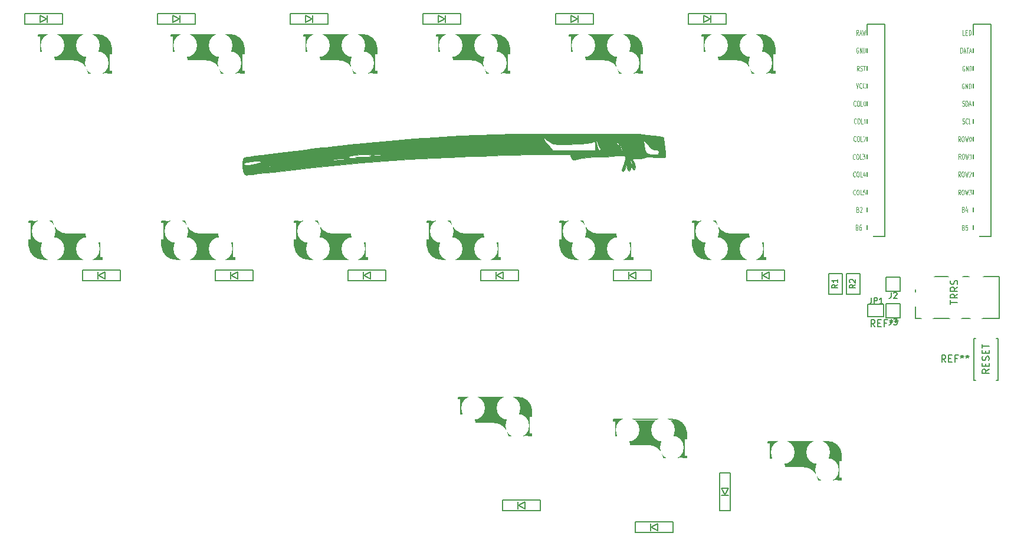
<source format=gbr>
G04 #@! TF.GenerationSoftware,KiCad,Pcbnew,5.0.2+dfsg1-1~bpo9+1*
G04 #@! TF.CreationDate,2019-02-28T23:48:51+09:00*
G04 #@! TF.ProjectId,iai,6961692e-6b69-4636-9164-5f7063625858,rev?*
G04 #@! TF.SameCoordinates,Original*
G04 #@! TF.FileFunction,Legend,Top*
G04 #@! TF.FilePolarity,Positive*
%FSLAX46Y46*%
G04 Gerber Fmt 4.6, Leading zero omitted, Abs format (unit mm)*
G04 Created by KiCad (PCBNEW 5.0.2+dfsg1-1~bpo9+1) date 2019年02月28日 23時48分51秒*
%MOMM*%
%LPD*%
G01*
G04 APERTURE LIST*
%ADD10C,0.150000*%
%ADD11C,0.400000*%
%ADD12C,0.500000*%
%ADD13C,1.000000*%
%ADD14C,3.500000*%
%ADD15C,3.000000*%
%ADD16C,0.800000*%
%ADD17C,0.300000*%
%ADD18C,0.010000*%
%ADD19C,0.152400*%
%ADD20C,0.125000*%
%ADD21C,1.600000*%
%ADD22O,2.900000X2.100000*%
%ADD23R,1.700000X1.350000*%
%ADD24R,1.797000X1.797000*%
%ADD25C,1.797000*%
%ADD26R,1.350000X1.700000*%
%ADD27R,1.924000X1.924000*%
%ADD28R,1.035000X1.543000*%
%ADD29R,0.781000X0.781000*%
%ADD30C,2.400000*%
%ADD31C,2.200000*%
%ADD32C,4.400000*%
%ADD33C,3.400000*%
%ADD34R,2.700000X2.400000*%
%ADD35C,1.924000*%
%ADD36C,5.400000*%
%ADD37C,2.600000*%
G04 APERTURE END LIST*
D10*
G04 #@! TO.C,J1*
X220980000Y-98600000D02*
X220980000Y-104600000D01*
X220980000Y-104600000D02*
X208980000Y-104600000D01*
X208980000Y-104600000D02*
X208980000Y-98600000D01*
X208980000Y-98600000D02*
X220980000Y-98600000D01*
G04 #@! TO.C,D1*
X84220000Y-61595000D02*
X83320000Y-62095000D01*
X83320000Y-62095000D02*
X83320000Y-61095000D01*
X83320000Y-61095000D02*
X84220000Y-61595000D01*
X84320000Y-62095000D02*
X84320000Y-61095000D01*
X81120000Y-62345000D02*
X86520000Y-62345000D01*
X86520000Y-62345000D02*
X86520000Y-60845000D01*
X86520000Y-60845000D02*
X81120000Y-60845000D01*
X81120000Y-60845000D02*
X81120000Y-62345000D01*
G04 #@! TO.C,D2*
X91675000Y-98425000D02*
X92575000Y-97925000D01*
X92575000Y-97925000D02*
X92575000Y-98925000D01*
X92575000Y-98925000D02*
X91675000Y-98425000D01*
X91575000Y-97925000D02*
X91575000Y-98925000D01*
X94775000Y-97675000D02*
X89375000Y-97675000D01*
X89375000Y-97675000D02*
X89375000Y-99175000D01*
X89375000Y-99175000D02*
X94775000Y-99175000D01*
X94775000Y-99175000D02*
X94775000Y-97675000D01*
G04 #@! TO.C,D3*
X103270000Y-61595000D02*
X102370000Y-62095000D01*
X102370000Y-62095000D02*
X102370000Y-61095000D01*
X102370000Y-61095000D02*
X103270000Y-61595000D01*
X103370000Y-62095000D02*
X103370000Y-61095000D01*
X100170000Y-62345000D02*
X105570000Y-62345000D01*
X105570000Y-62345000D02*
X105570000Y-60845000D01*
X105570000Y-60845000D02*
X100170000Y-60845000D01*
X100170000Y-60845000D02*
X100170000Y-62345000D01*
G04 #@! TO.C,D4*
X110725000Y-98425000D02*
X111625000Y-97925000D01*
X111625000Y-97925000D02*
X111625000Y-98925000D01*
X111625000Y-98925000D02*
X110725000Y-98425000D01*
X110625000Y-97925000D02*
X110625000Y-98925000D01*
X113825000Y-97675000D02*
X108425000Y-97675000D01*
X108425000Y-97675000D02*
X108425000Y-99175000D01*
X108425000Y-99175000D02*
X113825000Y-99175000D01*
X113825000Y-99175000D02*
X113825000Y-97675000D01*
G04 #@! TO.C,D5*
X119220000Y-60845000D02*
X119220000Y-62345000D01*
X124620000Y-60845000D02*
X119220000Y-60845000D01*
X124620000Y-62345000D02*
X124620000Y-60845000D01*
X119220000Y-62345000D02*
X124620000Y-62345000D01*
X122420000Y-62095000D02*
X122420000Y-61095000D01*
X121420000Y-61095000D02*
X122320000Y-61595000D01*
X121420000Y-62095000D02*
X121420000Y-61095000D01*
X122320000Y-61595000D02*
X121420000Y-62095000D01*
G04 #@! TO.C,D6*
X132875000Y-99175000D02*
X132875000Y-97675000D01*
X127475000Y-99175000D02*
X132875000Y-99175000D01*
X127475000Y-97675000D02*
X127475000Y-99175000D01*
X132875000Y-97675000D02*
X127475000Y-97675000D01*
X129675000Y-97925000D02*
X129675000Y-98925000D01*
X130675000Y-98925000D02*
X129775000Y-98425000D01*
X130675000Y-97925000D02*
X130675000Y-98925000D01*
X129775000Y-98425000D02*
X130675000Y-97925000D01*
G04 #@! TO.C,D7*
X141370000Y-61595000D02*
X140470000Y-62095000D01*
X140470000Y-62095000D02*
X140470000Y-61095000D01*
X140470000Y-61095000D02*
X141370000Y-61595000D01*
X141470000Y-62095000D02*
X141470000Y-61095000D01*
X138270000Y-62345000D02*
X143670000Y-62345000D01*
X143670000Y-62345000D02*
X143670000Y-60845000D01*
X143670000Y-60845000D02*
X138270000Y-60845000D01*
X138270000Y-60845000D02*
X138270000Y-62345000D01*
G04 #@! TO.C,D8*
X148825000Y-98425000D02*
X149725000Y-97925000D01*
X149725000Y-97925000D02*
X149725000Y-98925000D01*
X149725000Y-98925000D02*
X148825000Y-98425000D01*
X148725000Y-97925000D02*
X148725000Y-98925000D01*
X151925000Y-97675000D02*
X146525000Y-97675000D01*
X146525000Y-97675000D02*
X146525000Y-99175000D01*
X146525000Y-99175000D02*
X151925000Y-99175000D01*
X151925000Y-99175000D02*
X151925000Y-97675000D01*
G04 #@! TO.C,D9*
X155100000Y-132195000D02*
X155100000Y-130695000D01*
X149700000Y-132195000D02*
X155100000Y-132195000D01*
X149700000Y-130695000D02*
X149700000Y-132195000D01*
X155100000Y-130695000D02*
X149700000Y-130695000D01*
X151900000Y-130945000D02*
X151900000Y-131945000D01*
X152900000Y-131945000D02*
X152000000Y-131445000D01*
X152900000Y-130945000D02*
X152900000Y-131945000D01*
X152000000Y-131445000D02*
X152900000Y-130945000D01*
G04 #@! TO.C,D10*
X157320000Y-60845000D02*
X157320000Y-62345000D01*
X162720000Y-60845000D02*
X157320000Y-60845000D01*
X162720000Y-62345000D02*
X162720000Y-60845000D01*
X157320000Y-62345000D02*
X162720000Y-62345000D01*
X160520000Y-62095000D02*
X160520000Y-61095000D01*
X159520000Y-61095000D02*
X160420000Y-61595000D01*
X159520000Y-62095000D02*
X159520000Y-61095000D01*
X160420000Y-61595000D02*
X159520000Y-62095000D01*
G04 #@! TO.C,D11*
X170975000Y-99175000D02*
X170975000Y-97675000D01*
X165575000Y-99175000D02*
X170975000Y-99175000D01*
X165575000Y-97675000D02*
X165575000Y-99175000D01*
X170975000Y-97675000D02*
X165575000Y-97675000D01*
X167775000Y-97925000D02*
X167775000Y-98925000D01*
X168775000Y-98925000D02*
X167875000Y-98425000D01*
X168775000Y-97925000D02*
X168775000Y-98925000D01*
X167875000Y-98425000D02*
X168775000Y-97925000D01*
G04 #@! TO.C,D12*
X171050000Y-134620000D02*
X171950000Y-134120000D01*
X171950000Y-134120000D02*
X171950000Y-135120000D01*
X171950000Y-135120000D02*
X171050000Y-134620000D01*
X170950000Y-134120000D02*
X170950000Y-135120000D01*
X174150000Y-133870000D02*
X168750000Y-133870000D01*
X168750000Y-133870000D02*
X168750000Y-135370000D01*
X168750000Y-135370000D02*
X174150000Y-135370000D01*
X174150000Y-135370000D02*
X174150000Y-133870000D01*
G04 #@! TO.C,D13*
X179470000Y-61595000D02*
X178570000Y-62095000D01*
X178570000Y-62095000D02*
X178570000Y-61095000D01*
X178570000Y-61095000D02*
X179470000Y-61595000D01*
X179570000Y-62095000D02*
X179570000Y-61095000D01*
X176370000Y-62345000D02*
X181770000Y-62345000D01*
X181770000Y-62345000D02*
X181770000Y-60845000D01*
X181770000Y-60845000D02*
X176370000Y-60845000D01*
X176370000Y-60845000D02*
X176370000Y-62345000D01*
G04 #@! TO.C,D14*
X187055000Y-98425000D02*
X187955000Y-97925000D01*
X187955000Y-97925000D02*
X187955000Y-98925000D01*
X187955000Y-98925000D02*
X187055000Y-98425000D01*
X186955000Y-97925000D02*
X186955000Y-98925000D01*
X190155000Y-97675000D02*
X184755000Y-97675000D01*
X184755000Y-97675000D02*
X184755000Y-99175000D01*
X184755000Y-99175000D02*
X190155000Y-99175000D01*
X190155000Y-99175000D02*
X190155000Y-97675000D01*
G04 #@! TO.C,D15*
X182360000Y-126840000D02*
X180860000Y-126840000D01*
X182360000Y-132240000D02*
X182360000Y-126840000D01*
X180860000Y-132240000D02*
X182360000Y-132240000D01*
X180860000Y-126840000D02*
X180860000Y-132240000D01*
X181110000Y-130040000D02*
X182110000Y-130040000D01*
X182110000Y-129040000D02*
X181610000Y-129940000D01*
X181110000Y-129040000D02*
X182110000Y-129040000D01*
X181610000Y-129940000D02*
X181110000Y-129040000D01*
G04 #@! TO.C,J2*
X206740000Y-98695000D02*
X204740000Y-98695000D01*
X206740000Y-100695000D02*
X206740000Y-98695000D01*
X204740000Y-100695000D02*
X206740000Y-100695000D01*
X204740000Y-98695000D02*
X204740000Y-100695000D01*
G04 #@! TO.C,J3*
X204740000Y-102505000D02*
X204740000Y-104505000D01*
X204740000Y-104505000D02*
X206740000Y-104505000D01*
X206740000Y-104505000D02*
X206740000Y-102505000D01*
X206740000Y-102505000D02*
X204740000Y-102505000D01*
G04 #@! TO.C,JP1*
X202057000Y-102616000D02*
X204343000Y-102616000D01*
X204343000Y-102616000D02*
X204343000Y-104394000D01*
X204343000Y-104394000D02*
X202057000Y-104394000D01*
X202057000Y-104394000D02*
X202057000Y-102616000D01*
G04 #@! TO.C,R1*
X196484240Y-101196140D02*
X198485760Y-101196140D01*
X198485760Y-101196140D02*
X198485760Y-98193860D01*
X198485760Y-98193860D02*
X196484240Y-98193860D01*
X196484240Y-98193860D02*
X196484240Y-101196140D01*
G04 #@! TO.C,R2*
X199024240Y-98193860D02*
X199024240Y-101196140D01*
X201025760Y-98193860D02*
X199024240Y-98193860D01*
X201025760Y-101196140D02*
X201025760Y-98193860D01*
X199024240Y-101196140D02*
X201025760Y-101196140D01*
G04 #@! TO.C,SW1*
X220825000Y-113490000D02*
X220825000Y-107490000D01*
X220825000Y-107490000D02*
X220575000Y-107490000D01*
X220825000Y-113490000D02*
X220575000Y-113490000D01*
X217325000Y-113490000D02*
X217575000Y-113490000D01*
X217325000Y-113490000D02*
X217325000Y-107490000D01*
X217325000Y-107490000D02*
X217575000Y-107490000D01*
D11*
G04 #@! TO.C,SW2*
X83230000Y-66585000D02*
X83230000Y-67285000D01*
X83230000Y-64085000D02*
X84630000Y-64085000D01*
D12*
X93330000Y-69185000D02*
X90630000Y-69185000D01*
D13*
X90646318Y-68963529D02*
G75*
G03X88430000Y-67085000I-2151318J-291471D01*
G01*
D10*
X83030000Y-64235000D02*
X83030000Y-63885000D01*
X93530001Y-65785000D02*
G75*
G03X91430000Y-63884999I-2000001J-100000D01*
G01*
X90246318Y-69363529D02*
G75*
G03X88030000Y-67485000I-2151318J-291471D01*
G01*
X83030000Y-63885000D02*
X91430000Y-63884999D01*
X88030000Y-67485000D02*
X83030000Y-67485000D01*
X93530000Y-69385000D02*
X90250000Y-69385000D01*
X93530000Y-65785000D02*
X93530000Y-66785000D01*
X93530000Y-69385000D02*
X93530000Y-69025000D01*
X93330000Y-69025000D02*
X93530000Y-69025000D01*
X93300000Y-66785000D02*
X93300000Y-69025000D01*
X93530000Y-66785000D02*
X93330000Y-66785000D01*
X83230000Y-64235000D02*
X83030000Y-64235000D01*
X83250000Y-66485000D02*
X83250000Y-64235000D01*
X83030000Y-66485000D02*
X83230000Y-66485000D01*
X83030000Y-67485000D02*
X83030000Y-66485000D01*
D14*
X85030000Y-65685000D02*
X91730000Y-65685000D01*
D13*
X83730000Y-64485000D02*
X83730000Y-66985000D01*
D12*
X83330000Y-67185000D02*
X84730000Y-67185000D01*
D15*
X91800000Y-65385000D02*
X91800000Y-67625000D01*
D16*
X92930000Y-68885000D02*
X92930000Y-67085000D01*
D17*
X93429999Y-66685000D02*
X93430000Y-65785001D01*
D11*
G04 #@! TO.C,SW3*
X92030000Y-93435000D02*
X92030000Y-92735000D01*
X92030000Y-95935000D02*
X90630000Y-95935000D01*
D12*
X81930000Y-90835000D02*
X84630000Y-90835000D01*
D13*
X84613682Y-91056471D02*
G75*
G03X86830000Y-92935000I2151318J291471D01*
G01*
D10*
X92230000Y-95785000D02*
X92230000Y-96135000D01*
X81729999Y-94235000D02*
G75*
G03X83830000Y-96135001I2000001J100000D01*
G01*
X85013682Y-90656471D02*
G75*
G03X87230000Y-92535000I2151318J291471D01*
G01*
X92230000Y-96135000D02*
X83830000Y-96135001D01*
X87230000Y-92535000D02*
X92230000Y-92535000D01*
X81730000Y-90635000D02*
X85010000Y-90635000D01*
X81730000Y-94235000D02*
X81730000Y-93235000D01*
X81730000Y-90635000D02*
X81730000Y-90995000D01*
X81930000Y-90995000D02*
X81730000Y-90995000D01*
X81960000Y-93235000D02*
X81960000Y-90995000D01*
X81730000Y-93235000D02*
X81930000Y-93235000D01*
X92030000Y-95785000D02*
X92230000Y-95785000D01*
X92010000Y-93535000D02*
X92010000Y-95785000D01*
X92230000Y-93535000D02*
X92030000Y-93535000D01*
X92230000Y-92535000D02*
X92230000Y-93535000D01*
D14*
X90230000Y-94335000D02*
X83530000Y-94335000D01*
D13*
X91530000Y-95535000D02*
X91530000Y-93035000D01*
D12*
X91930000Y-92835000D02*
X90530000Y-92835000D01*
D15*
X83460000Y-94635000D02*
X83460000Y-92395000D01*
D16*
X82330000Y-91135000D02*
X82330000Y-92935000D01*
D17*
X81830001Y-93335000D02*
X81830000Y-94234999D01*
G04 #@! TO.C,SW4*
X112479999Y-66685000D02*
X112480000Y-65785001D01*
D16*
X111980000Y-68885000D02*
X111980000Y-67085000D01*
D15*
X110850000Y-65385000D02*
X110850000Y-67625000D01*
D12*
X102380000Y-67185000D02*
X103780000Y-67185000D01*
D13*
X102780000Y-64485000D02*
X102780000Y-66985000D01*
D14*
X104080000Y-65685000D02*
X110780000Y-65685000D01*
D10*
X102080000Y-67485000D02*
X102080000Y-66485000D01*
X102080000Y-66485000D02*
X102280000Y-66485000D01*
X102300000Y-66485000D02*
X102300000Y-64235000D01*
X102280000Y-64235000D02*
X102080000Y-64235000D01*
X112580000Y-66785000D02*
X112380000Y-66785000D01*
X112350000Y-66785000D02*
X112350000Y-69025000D01*
X112380000Y-69025000D02*
X112580000Y-69025000D01*
X112580000Y-69385000D02*
X112580000Y-69025000D01*
X112580000Y-65785000D02*
X112580000Y-66785000D01*
X112580000Y-69385000D02*
X109300000Y-69385000D01*
X107080000Y-67485000D02*
X102080000Y-67485000D01*
X102080000Y-63885000D02*
X110480000Y-63884999D01*
X109296318Y-69363529D02*
G75*
G03X107080000Y-67485000I-2151318J-291471D01*
G01*
X112580001Y-65785000D02*
G75*
G03X110480000Y-63884999I-2000001J-100000D01*
G01*
X102080000Y-64235000D02*
X102080000Y-63885000D01*
D13*
X109696318Y-68963529D02*
G75*
G03X107480000Y-67085000I-2151318J-291471D01*
G01*
D12*
X112380000Y-69185000D02*
X109680000Y-69185000D01*
D11*
X102280000Y-64085000D02*
X103680000Y-64085000D01*
X102280000Y-66585000D02*
X102280000Y-67285000D01*
D17*
G04 #@! TO.C,SW5*
X100880001Y-93335000D02*
X100880000Y-94234999D01*
D16*
X101380000Y-91135000D02*
X101380000Y-92935000D01*
D15*
X102510000Y-94635000D02*
X102510000Y-92395000D01*
D12*
X110980000Y-92835000D02*
X109580000Y-92835000D01*
D13*
X110580000Y-95535000D02*
X110580000Y-93035000D01*
D14*
X109280000Y-94335000D02*
X102580000Y-94335000D01*
D10*
X111280000Y-92535000D02*
X111280000Y-93535000D01*
X111280000Y-93535000D02*
X111080000Y-93535000D01*
X111060000Y-93535000D02*
X111060000Y-95785000D01*
X111080000Y-95785000D02*
X111280000Y-95785000D01*
X100780000Y-93235000D02*
X100980000Y-93235000D01*
X101010000Y-93235000D02*
X101010000Y-90995000D01*
X100980000Y-90995000D02*
X100780000Y-90995000D01*
X100780000Y-90635000D02*
X100780000Y-90995000D01*
X100780000Y-94235000D02*
X100780000Y-93235000D01*
X100780000Y-90635000D02*
X104060000Y-90635000D01*
X106280000Y-92535000D02*
X111280000Y-92535000D01*
X111280000Y-96135000D02*
X102880000Y-96135001D01*
X104063682Y-90656471D02*
G75*
G03X106280000Y-92535000I2151318J291471D01*
G01*
X100779999Y-94235000D02*
G75*
G03X102880000Y-96135001I2000001J100000D01*
G01*
X111280000Y-95785000D02*
X111280000Y-96135000D01*
D13*
X103663682Y-91056471D02*
G75*
G03X105880000Y-92935000I2151318J291471D01*
G01*
D12*
X100980000Y-90835000D02*
X103680000Y-90835000D01*
D11*
X111080000Y-95935000D02*
X109680000Y-95935000D01*
X111080000Y-93435000D02*
X111080000Y-92735000D01*
G04 #@! TO.C,SW6*
X121330000Y-66585000D02*
X121330000Y-67285000D01*
X121330000Y-64085000D02*
X122730000Y-64085000D01*
D12*
X131430000Y-69185000D02*
X128730000Y-69185000D01*
D13*
X128746318Y-68963529D02*
G75*
G03X126530000Y-67085000I-2151318J-291471D01*
G01*
D10*
X121130000Y-64235000D02*
X121130000Y-63885000D01*
X131630001Y-65785000D02*
G75*
G03X129530000Y-63884999I-2000001J-100000D01*
G01*
X128346318Y-69363529D02*
G75*
G03X126130000Y-67485000I-2151318J-291471D01*
G01*
X121130000Y-63885000D02*
X129530000Y-63884999D01*
X126130000Y-67485000D02*
X121130000Y-67485000D01*
X131630000Y-69385000D02*
X128350000Y-69385000D01*
X131630000Y-65785000D02*
X131630000Y-66785000D01*
X131630000Y-69385000D02*
X131630000Y-69025000D01*
X131430000Y-69025000D02*
X131630000Y-69025000D01*
X131400000Y-66785000D02*
X131400000Y-69025000D01*
X131630000Y-66785000D02*
X131430000Y-66785000D01*
X121330000Y-64235000D02*
X121130000Y-64235000D01*
X121350000Y-66485000D02*
X121350000Y-64235000D01*
X121130000Y-66485000D02*
X121330000Y-66485000D01*
X121130000Y-67485000D02*
X121130000Y-66485000D01*
D14*
X123130000Y-65685000D02*
X129830000Y-65685000D01*
D13*
X121830000Y-64485000D02*
X121830000Y-66985000D01*
D12*
X121430000Y-67185000D02*
X122830000Y-67185000D01*
D15*
X129900000Y-65385000D02*
X129900000Y-67625000D01*
D16*
X131030000Y-68885000D02*
X131030000Y-67085000D01*
D17*
X131529999Y-66685000D02*
X131530000Y-65785001D01*
D11*
G04 #@! TO.C,SW7*
X130130000Y-93435000D02*
X130130000Y-92735000D01*
X130130000Y-95935000D02*
X128730000Y-95935000D01*
D12*
X120030000Y-90835000D02*
X122730000Y-90835000D01*
D13*
X122713682Y-91056471D02*
G75*
G03X124930000Y-92935000I2151318J291471D01*
G01*
D10*
X130330000Y-95785000D02*
X130330000Y-96135000D01*
X119829999Y-94235000D02*
G75*
G03X121930000Y-96135001I2000001J100000D01*
G01*
X123113682Y-90656471D02*
G75*
G03X125330000Y-92535000I2151318J291471D01*
G01*
X130330000Y-96135000D02*
X121930000Y-96135001D01*
X125330000Y-92535000D02*
X130330000Y-92535000D01*
X119830000Y-90635000D02*
X123110000Y-90635000D01*
X119830000Y-94235000D02*
X119830000Y-93235000D01*
X119830000Y-90635000D02*
X119830000Y-90995000D01*
X120030000Y-90995000D02*
X119830000Y-90995000D01*
X120060000Y-93235000D02*
X120060000Y-90995000D01*
X119830000Y-93235000D02*
X120030000Y-93235000D01*
X130130000Y-95785000D02*
X130330000Y-95785000D01*
X130110000Y-93535000D02*
X130110000Y-95785000D01*
X130330000Y-93535000D02*
X130130000Y-93535000D01*
X130330000Y-92535000D02*
X130330000Y-93535000D01*
D14*
X128330000Y-94335000D02*
X121630000Y-94335000D01*
D13*
X129630000Y-95535000D02*
X129630000Y-93035000D01*
D12*
X130030000Y-92835000D02*
X128630000Y-92835000D01*
D15*
X121560000Y-94635000D02*
X121560000Y-92395000D01*
D16*
X120430000Y-91135000D02*
X120430000Y-92935000D01*
D17*
X119930001Y-93335000D02*
X119930000Y-94234999D01*
G04 #@! TO.C,SW8*
X150579999Y-66685000D02*
X150580000Y-65785001D01*
D16*
X150080000Y-68885000D02*
X150080000Y-67085000D01*
D15*
X148950000Y-65385000D02*
X148950000Y-67625000D01*
D12*
X140480000Y-67185000D02*
X141880000Y-67185000D01*
D13*
X140880000Y-64485000D02*
X140880000Y-66985000D01*
D14*
X142180000Y-65685000D02*
X148880000Y-65685000D01*
D10*
X140180000Y-67485000D02*
X140180000Y-66485000D01*
X140180000Y-66485000D02*
X140380000Y-66485000D01*
X140400000Y-66485000D02*
X140400000Y-64235000D01*
X140380000Y-64235000D02*
X140180000Y-64235000D01*
X150680000Y-66785000D02*
X150480000Y-66785000D01*
X150450000Y-66785000D02*
X150450000Y-69025000D01*
X150480000Y-69025000D02*
X150680000Y-69025000D01*
X150680000Y-69385000D02*
X150680000Y-69025000D01*
X150680000Y-65785000D02*
X150680000Y-66785000D01*
X150680000Y-69385000D02*
X147400000Y-69385000D01*
X145180000Y-67485000D02*
X140180000Y-67485000D01*
X140180000Y-63885000D02*
X148580000Y-63884999D01*
X147396318Y-69363529D02*
G75*
G03X145180000Y-67485000I-2151318J-291471D01*
G01*
X150680001Y-65785000D02*
G75*
G03X148580000Y-63884999I-2000001J-100000D01*
G01*
X140180000Y-64235000D02*
X140180000Y-63885000D01*
D13*
X147796318Y-68963529D02*
G75*
G03X145580000Y-67085000I-2151318J-291471D01*
G01*
D12*
X150480000Y-69185000D02*
X147780000Y-69185000D01*
D11*
X140380000Y-64085000D02*
X141780000Y-64085000D01*
X140380000Y-66585000D02*
X140380000Y-67285000D01*
D17*
G04 #@! TO.C,SW9*
X138980001Y-93335000D02*
X138980000Y-94234999D01*
D16*
X139480000Y-91135000D02*
X139480000Y-92935000D01*
D15*
X140610000Y-94635000D02*
X140610000Y-92395000D01*
D12*
X149080000Y-92835000D02*
X147680000Y-92835000D01*
D13*
X148680000Y-95535000D02*
X148680000Y-93035000D01*
D14*
X147380000Y-94335000D02*
X140680000Y-94335000D01*
D10*
X149380000Y-92535000D02*
X149380000Y-93535000D01*
X149380000Y-93535000D02*
X149180000Y-93535000D01*
X149160000Y-93535000D02*
X149160000Y-95785000D01*
X149180000Y-95785000D02*
X149380000Y-95785000D01*
X138880000Y-93235000D02*
X139080000Y-93235000D01*
X139110000Y-93235000D02*
X139110000Y-90995000D01*
X139080000Y-90995000D02*
X138880000Y-90995000D01*
X138880000Y-90635000D02*
X138880000Y-90995000D01*
X138880000Y-94235000D02*
X138880000Y-93235000D01*
X138880000Y-90635000D02*
X142160000Y-90635000D01*
X144380000Y-92535000D02*
X149380000Y-92535000D01*
X149380000Y-96135000D02*
X140980000Y-96135001D01*
X142163682Y-90656471D02*
G75*
G03X144380000Y-92535000I2151318J291471D01*
G01*
X138879999Y-94235000D02*
G75*
G03X140980000Y-96135001I2000001J100000D01*
G01*
X149380000Y-95785000D02*
X149380000Y-96135000D01*
D13*
X141763682Y-91056471D02*
G75*
G03X143980000Y-92935000I2151318J291471D01*
G01*
D12*
X139080000Y-90835000D02*
X141780000Y-90835000D01*
D11*
X149180000Y-95935000D02*
X147780000Y-95935000D01*
X149180000Y-93435000D02*
X149180000Y-92735000D01*
G04 #@! TO.C,SW10*
X143555000Y-118655000D02*
X143555000Y-119355000D01*
X143555000Y-116155000D02*
X144955000Y-116155000D01*
D12*
X153655000Y-121255000D02*
X150955000Y-121255000D01*
D13*
X150971318Y-121033529D02*
G75*
G03X148755000Y-119155000I-2151318J-291471D01*
G01*
D10*
X143355000Y-116305000D02*
X143355000Y-115955000D01*
X153855001Y-117855000D02*
G75*
G03X151755000Y-115954999I-2000001J-100000D01*
G01*
X150571318Y-121433529D02*
G75*
G03X148355000Y-119555000I-2151318J-291471D01*
G01*
X143355000Y-115955000D02*
X151755000Y-115954999D01*
X148355000Y-119555000D02*
X143355000Y-119555000D01*
X153855000Y-121455000D02*
X150575000Y-121455000D01*
X153855000Y-117855000D02*
X153855000Y-118855000D01*
X153855000Y-121455000D02*
X153855000Y-121095000D01*
X153655000Y-121095000D02*
X153855000Y-121095000D01*
X153625000Y-118855000D02*
X153625000Y-121095000D01*
X153855000Y-118855000D02*
X153655000Y-118855000D01*
X143555000Y-116305000D02*
X143355000Y-116305000D01*
X143575000Y-118555000D02*
X143575000Y-116305000D01*
X143355000Y-118555000D02*
X143555000Y-118555000D01*
X143355000Y-119555000D02*
X143355000Y-118555000D01*
D14*
X145355000Y-117755000D02*
X152055000Y-117755000D01*
D13*
X144055000Y-116555000D02*
X144055000Y-119055000D01*
D12*
X143655000Y-119255000D02*
X145055000Y-119255000D01*
D15*
X152125000Y-117455000D02*
X152125000Y-119695000D01*
D16*
X153255000Y-120955000D02*
X153255000Y-119155000D01*
D17*
X153754999Y-118755000D02*
X153755000Y-117855001D01*
D11*
G04 #@! TO.C,SW11*
X159430000Y-66585000D02*
X159430000Y-67285000D01*
X159430000Y-64085000D02*
X160830000Y-64085000D01*
D12*
X169530000Y-69185000D02*
X166830000Y-69185000D01*
D13*
X166846318Y-68963529D02*
G75*
G03X164630000Y-67085000I-2151318J-291471D01*
G01*
D10*
X159230000Y-64235000D02*
X159230000Y-63885000D01*
X169730001Y-65785000D02*
G75*
G03X167630000Y-63884999I-2000001J-100000D01*
G01*
X166446318Y-69363529D02*
G75*
G03X164230000Y-67485000I-2151318J-291471D01*
G01*
X159230000Y-63885000D02*
X167630000Y-63884999D01*
X164230000Y-67485000D02*
X159230000Y-67485000D01*
X169730000Y-69385000D02*
X166450000Y-69385000D01*
X169730000Y-65785000D02*
X169730000Y-66785000D01*
X169730000Y-69385000D02*
X169730000Y-69025000D01*
X169530000Y-69025000D02*
X169730000Y-69025000D01*
X169500000Y-66785000D02*
X169500000Y-69025000D01*
X169730000Y-66785000D02*
X169530000Y-66785000D01*
X159430000Y-64235000D02*
X159230000Y-64235000D01*
X159450000Y-66485000D02*
X159450000Y-64235000D01*
X159230000Y-66485000D02*
X159430000Y-66485000D01*
X159230000Y-67485000D02*
X159230000Y-66485000D01*
D14*
X161230000Y-65685000D02*
X167930000Y-65685000D01*
D13*
X159930000Y-64485000D02*
X159930000Y-66985000D01*
D12*
X159530000Y-67185000D02*
X160930000Y-67185000D01*
D15*
X168000000Y-65385000D02*
X168000000Y-67625000D01*
D16*
X169130000Y-68885000D02*
X169130000Y-67085000D01*
D17*
X169629999Y-66685000D02*
X169630000Y-65785001D01*
D11*
G04 #@! TO.C,SW12*
X168230000Y-93435000D02*
X168230000Y-92735000D01*
X168230000Y-95935000D02*
X166830000Y-95935000D01*
D12*
X158130000Y-90835000D02*
X160830000Y-90835000D01*
D13*
X160813682Y-91056471D02*
G75*
G03X163030000Y-92935000I2151318J291471D01*
G01*
D10*
X168430000Y-95785000D02*
X168430000Y-96135000D01*
X157929999Y-94235000D02*
G75*
G03X160030000Y-96135001I2000001J100000D01*
G01*
X161213682Y-90656471D02*
G75*
G03X163430000Y-92535000I2151318J291471D01*
G01*
X168430000Y-96135000D02*
X160030000Y-96135001D01*
X163430000Y-92535000D02*
X168430000Y-92535000D01*
X157930000Y-90635000D02*
X161210000Y-90635000D01*
X157930000Y-94235000D02*
X157930000Y-93235000D01*
X157930000Y-90635000D02*
X157930000Y-90995000D01*
X158130000Y-90995000D02*
X157930000Y-90995000D01*
X158160000Y-93235000D02*
X158160000Y-90995000D01*
X157930000Y-93235000D02*
X158130000Y-93235000D01*
X168230000Y-95785000D02*
X168430000Y-95785000D01*
X168210000Y-93535000D02*
X168210000Y-95785000D01*
X168430000Y-93535000D02*
X168230000Y-93535000D01*
X168430000Y-92535000D02*
X168430000Y-93535000D01*
D14*
X166430000Y-94335000D02*
X159730000Y-94335000D01*
D13*
X167730000Y-95535000D02*
X167730000Y-93035000D01*
D12*
X168130000Y-92835000D02*
X166730000Y-92835000D01*
D15*
X159660000Y-94635000D02*
X159660000Y-92395000D01*
D16*
X158530000Y-91135000D02*
X158530000Y-92935000D01*
D17*
X158030001Y-93335000D02*
X158030000Y-94234999D01*
G04 #@! TO.C,SW13*
X175979999Y-121930000D02*
X175980000Y-121030001D01*
D16*
X175480000Y-124130000D02*
X175480000Y-122330000D01*
D15*
X174350000Y-120630000D02*
X174350000Y-122870000D01*
D12*
X165880000Y-122430000D02*
X167280000Y-122430000D01*
D13*
X166280000Y-119730000D02*
X166280000Y-122230000D01*
D14*
X167580000Y-120930000D02*
X174280000Y-120930000D01*
D10*
X165580000Y-122730000D02*
X165580000Y-121730000D01*
X165580000Y-121730000D02*
X165780000Y-121730000D01*
X165800000Y-121730000D02*
X165800000Y-119480000D01*
X165780000Y-119480000D02*
X165580000Y-119480000D01*
X176080000Y-122030000D02*
X175880000Y-122030000D01*
X175850000Y-122030000D02*
X175850000Y-124270000D01*
X175880000Y-124270000D02*
X176080000Y-124270000D01*
X176080000Y-124630000D02*
X176080000Y-124270000D01*
X176080000Y-121030000D02*
X176080000Y-122030000D01*
X176080000Y-124630000D02*
X172800000Y-124630000D01*
X170580000Y-122730000D02*
X165580000Y-122730000D01*
X165580000Y-119130000D02*
X173980000Y-119129999D01*
X172796318Y-124608529D02*
G75*
G03X170580000Y-122730000I-2151318J-291471D01*
G01*
X176080001Y-121030000D02*
G75*
G03X173980000Y-119129999I-2000001J-100000D01*
G01*
X165580000Y-119480000D02*
X165580000Y-119130000D01*
D13*
X173196318Y-124208529D02*
G75*
G03X170980000Y-122330000I-2151318J-291471D01*
G01*
D12*
X175880000Y-124430000D02*
X173180000Y-124430000D01*
D11*
X165780000Y-119330000D02*
X167180000Y-119330000D01*
X165780000Y-121830000D02*
X165780000Y-122530000D01*
D17*
G04 #@! TO.C,SW14*
X188679999Y-66685000D02*
X188680000Y-65785001D01*
D16*
X188180000Y-68885000D02*
X188180000Y-67085000D01*
D15*
X187050000Y-65385000D02*
X187050000Y-67625000D01*
D12*
X178580000Y-67185000D02*
X179980000Y-67185000D01*
D13*
X178980000Y-64485000D02*
X178980000Y-66985000D01*
D14*
X180280000Y-65685000D02*
X186980000Y-65685000D01*
D10*
X178280000Y-67485000D02*
X178280000Y-66485000D01*
X178280000Y-66485000D02*
X178480000Y-66485000D01*
X178500000Y-66485000D02*
X178500000Y-64235000D01*
X178480000Y-64235000D02*
X178280000Y-64235000D01*
X188780000Y-66785000D02*
X188580000Y-66785000D01*
X188550000Y-66785000D02*
X188550000Y-69025000D01*
X188580000Y-69025000D02*
X188780000Y-69025000D01*
X188780000Y-69385000D02*
X188780000Y-69025000D01*
X188780000Y-65785000D02*
X188780000Y-66785000D01*
X188780000Y-69385000D02*
X185500000Y-69385000D01*
X183280000Y-67485000D02*
X178280000Y-67485000D01*
X178280000Y-63885000D02*
X186680000Y-63884999D01*
X185496318Y-69363529D02*
G75*
G03X183280000Y-67485000I-2151318J-291471D01*
G01*
X188780001Y-65785000D02*
G75*
G03X186680000Y-63884999I-2000001J-100000D01*
G01*
X178280000Y-64235000D02*
X178280000Y-63885000D01*
D13*
X185896318Y-68963529D02*
G75*
G03X183680000Y-67085000I-2151318J-291471D01*
G01*
D12*
X188580000Y-69185000D02*
X185880000Y-69185000D01*
D11*
X178480000Y-64085000D02*
X179880000Y-64085000D01*
X178480000Y-66585000D02*
X178480000Y-67285000D01*
D17*
G04 #@! TO.C,SW15*
X177080001Y-93335000D02*
X177080000Y-94234999D01*
D16*
X177580000Y-91135000D02*
X177580000Y-92935000D01*
D15*
X178710000Y-94635000D02*
X178710000Y-92395000D01*
D12*
X187180000Y-92835000D02*
X185780000Y-92835000D01*
D13*
X186780000Y-95535000D02*
X186780000Y-93035000D01*
D14*
X185480000Y-94335000D02*
X178780000Y-94335000D01*
D10*
X187480000Y-92535000D02*
X187480000Y-93535000D01*
X187480000Y-93535000D02*
X187280000Y-93535000D01*
X187260000Y-93535000D02*
X187260000Y-95785000D01*
X187280000Y-95785000D02*
X187480000Y-95785000D01*
X176980000Y-93235000D02*
X177180000Y-93235000D01*
X177210000Y-93235000D02*
X177210000Y-90995000D01*
X177180000Y-90995000D02*
X176980000Y-90995000D01*
X176980000Y-90635000D02*
X176980000Y-90995000D01*
X176980000Y-94235000D02*
X176980000Y-93235000D01*
X176980000Y-90635000D02*
X180260000Y-90635000D01*
X182480000Y-92535000D02*
X187480000Y-92535000D01*
X187480000Y-96135000D02*
X179080000Y-96135001D01*
X180263682Y-90656471D02*
G75*
G03X182480000Y-92535000I2151318J291471D01*
G01*
X176979999Y-94235000D02*
G75*
G03X179080000Y-96135001I2000001J100000D01*
G01*
X187480000Y-95785000D02*
X187480000Y-96135000D01*
D13*
X179863682Y-91056471D02*
G75*
G03X182080000Y-92935000I2151318J291471D01*
G01*
D12*
X177180000Y-90835000D02*
X179880000Y-90835000D01*
D11*
X187280000Y-95935000D02*
X185880000Y-95935000D01*
X187280000Y-93435000D02*
X187280000Y-92735000D01*
D17*
G04 #@! TO.C,SW16*
X198204999Y-125105000D02*
X198205000Y-124205001D01*
D16*
X197705000Y-127305000D02*
X197705000Y-125505000D01*
D15*
X196575000Y-123805000D02*
X196575000Y-126045000D01*
D12*
X188105000Y-125605000D02*
X189505000Y-125605000D01*
D13*
X188505000Y-122905000D02*
X188505000Y-125405000D01*
D14*
X189805000Y-124105000D02*
X196505000Y-124105000D01*
D10*
X187805000Y-125905000D02*
X187805000Y-124905000D01*
X187805000Y-124905000D02*
X188005000Y-124905000D01*
X188025000Y-124905000D02*
X188025000Y-122655000D01*
X188005000Y-122655000D02*
X187805000Y-122655000D01*
X198305000Y-125205000D02*
X198105000Y-125205000D01*
X198075000Y-125205000D02*
X198075000Y-127445000D01*
X198105000Y-127445000D02*
X198305000Y-127445000D01*
X198305000Y-127805000D02*
X198305000Y-127445000D01*
X198305000Y-124205000D02*
X198305000Y-125205000D01*
X198305000Y-127805000D02*
X195025000Y-127805000D01*
X192805000Y-125905000D02*
X187805000Y-125905000D01*
X187805000Y-122305000D02*
X196205000Y-122304999D01*
X195021318Y-127783529D02*
G75*
G03X192805000Y-125905000I-2151318J-291471D01*
G01*
X198305001Y-124205000D02*
G75*
G03X196205000Y-122304999I-2000001J-100000D01*
G01*
X187805000Y-122655000D02*
X187805000Y-122305000D01*
D13*
X195421318Y-127383529D02*
G75*
G03X193205000Y-125505000I-2151318J-291471D01*
G01*
D12*
X198105000Y-127605000D02*
X195405000Y-127605000D01*
D11*
X188005000Y-122505000D02*
X189405000Y-122505000D01*
X188005000Y-125005000D02*
X188005000Y-125705000D01*
D10*
G04 #@! TO.C,U1*
X217206400Y-92837000D02*
X217206400Y-62357000D01*
X219746400Y-92837000D02*
X217206400Y-92837000D01*
X219746400Y-62357000D02*
X219746400Y-92837000D01*
X217206400Y-62357000D02*
X219746400Y-62357000D01*
X201986400Y-92837000D02*
X201986400Y-62357000D01*
X204526400Y-92837000D02*
X201986400Y-92837000D01*
X204526400Y-62357000D02*
X204526400Y-92837000D01*
X201986400Y-62357000D02*
X204526400Y-62357000D01*
D18*
G04 #@! TO.C,G\002A\002A\002A*
G36*
X162768327Y-78093108D02*
X164323342Y-78097304D01*
X165727318Y-78103711D01*
X166945883Y-78112116D01*
X167944665Y-78122305D01*
X168689294Y-78134065D01*
X169145397Y-78147184D01*
X169248666Y-78153598D01*
X169793692Y-78205765D01*
X170528784Y-78276110D01*
X171306882Y-78350562D01*
X171407666Y-78360204D01*
X172094090Y-78447065D01*
X172579862Y-78551570D01*
X172802452Y-78659439D01*
X172809894Y-78680431D01*
X172833105Y-78930510D01*
X172889450Y-79416595D01*
X172967308Y-80038993D01*
X172977056Y-80114350D01*
X173046801Y-80731978D01*
X173081537Y-81211769D01*
X173074923Y-81461445D01*
X173070394Y-81472691D01*
X172881803Y-81511626D01*
X172439185Y-81518687D01*
X171825705Y-81493600D01*
X171590898Y-81477543D01*
X170940042Y-81445150D01*
X170433328Y-81451175D01*
X170152935Y-81493452D01*
X170123555Y-81516202D01*
X169937313Y-81596139D01*
X169517442Y-81648727D01*
X169140287Y-81660999D01*
X168613800Y-81666863D01*
X168366255Y-81707049D01*
X168337925Y-81815448D01*
X168469086Y-82025951D01*
X168477064Y-82037344D01*
X168682462Y-82480844D01*
X168731463Y-82923797D01*
X168614197Y-83235463D01*
X168570137Y-83270405D01*
X168380126Y-83229508D01*
X168287593Y-83083893D01*
X168189281Y-82907238D01*
X168092825Y-83024513D01*
X168036221Y-83168706D01*
X167864179Y-83430366D01*
X167692823Y-83392049D01*
X167569347Y-83089236D01*
X167537832Y-82794006D01*
X167520331Y-82253666D01*
X167351677Y-82888666D01*
X167178552Y-83315843D01*
X166970512Y-83518386D01*
X166934434Y-83523666D01*
X166779420Y-83405884D01*
X166830586Y-83045573D01*
X167089857Y-82432289D01*
X167162176Y-82287536D01*
X167307430Y-81827643D01*
X167298417Y-81695365D01*
X167900779Y-81695365D01*
X167955971Y-81930903D01*
X168094433Y-82249949D01*
X168249915Y-82520287D01*
X168356166Y-82609702D01*
X168358091Y-82608019D01*
X168335016Y-82428013D01*
X168183607Y-82086074D01*
X168168031Y-82056970D01*
X167991182Y-81764998D01*
X167902757Y-81685870D01*
X167900779Y-81695365D01*
X167298417Y-81695365D01*
X167281294Y-81444067D01*
X167105380Y-81226967D01*
X166906676Y-81221745D01*
X166648111Y-81256307D01*
X166114620Y-81298670D01*
X165369732Y-81344766D01*
X164476979Y-81390522D01*
X163830000Y-81418870D01*
X162838762Y-81470761D01*
X161919341Y-81539732D01*
X161145856Y-81618680D01*
X160592424Y-81700498D01*
X160397080Y-81747926D01*
X159975546Y-81869989D01*
X159746599Y-81846165D01*
X159587826Y-81654936D01*
X159556771Y-81600210D01*
X159412930Y-81279656D01*
X159386600Y-81124938D01*
X159233841Y-81091951D01*
X158776372Y-81070834D01*
X158047921Y-81060951D01*
X157082215Y-81061669D01*
X155912980Y-81072352D01*
X154573943Y-81092367D01*
X153098830Y-81121077D01*
X151521369Y-81157850D01*
X149875287Y-81202050D01*
X148194310Y-81253043D01*
X146512164Y-81310195D01*
X144862577Y-81372870D01*
X143764000Y-81418872D01*
X139851272Y-81604088D01*
X136195366Y-81808996D01*
X132714697Y-82040051D01*
X129327677Y-82303705D01*
X125952722Y-82606410D01*
X122508244Y-82954619D01*
X118912660Y-83354784D01*
X118127209Y-83446440D01*
X116854699Y-83594908D01*
X115682571Y-83729514D01*
X114655497Y-83845297D01*
X113818152Y-83937298D01*
X113215211Y-84000554D01*
X112891347Y-84030107D01*
X112856709Y-84031666D01*
X112593915Y-83872237D01*
X112458500Y-83502500D01*
X112369496Y-82837032D01*
X112368394Y-82733444D01*
X116134444Y-82733444D01*
X116157688Y-82834112D01*
X116247333Y-82846333D01*
X116386713Y-82784376D01*
X116360222Y-82733444D01*
X116159263Y-82713178D01*
X116134444Y-82733444D01*
X112368394Y-82733444D01*
X112365011Y-82415552D01*
X112534020Y-82415552D01*
X112634888Y-82564111D01*
X112736189Y-82635196D01*
X112901878Y-82657825D01*
X113204662Y-82626079D01*
X113274411Y-82613555D01*
X117070501Y-82613555D01*
X117295415Y-82642871D01*
X117348000Y-82643988D01*
X117637191Y-82625685D01*
X117662652Y-82572676D01*
X117647556Y-82565928D01*
X117311397Y-82532430D01*
X117139556Y-82559653D01*
X117070501Y-82613555D01*
X113274411Y-82613555D01*
X113717248Y-82534041D01*
X114171173Y-82444221D01*
X118425168Y-82444221D01*
X118650081Y-82473538D01*
X118702666Y-82474655D01*
X118991858Y-82456352D01*
X119017319Y-82403343D01*
X119002222Y-82396594D01*
X118666064Y-82363096D01*
X118494222Y-82390320D01*
X118425168Y-82444221D01*
X114171173Y-82444221D01*
X114215333Y-82435483D01*
X114789073Y-82292445D01*
X114833979Y-82270688D01*
X119623632Y-82270688D01*
X119857776Y-82297409D01*
X119972666Y-82299047D01*
X120280737Y-82281393D01*
X120317044Y-82237438D01*
X120269000Y-82221607D01*
X119839532Y-82195272D01*
X119676333Y-82221607D01*
X119623632Y-82270688D01*
X114833979Y-82270688D01*
X115045373Y-82168268D01*
X115018315Y-82105555D01*
X121134501Y-82105555D01*
X121359415Y-82134871D01*
X121412000Y-82135988D01*
X121701191Y-82117685D01*
X121707017Y-82105555D01*
X123335835Y-82105555D01*
X123560748Y-82134871D01*
X123613333Y-82135988D01*
X123902524Y-82117685D01*
X123927986Y-82064676D01*
X123912889Y-82057928D01*
X123576731Y-82024430D01*
X123404889Y-82051653D01*
X123335835Y-82105555D01*
X121707017Y-82105555D01*
X121726652Y-82064676D01*
X121711556Y-82057928D01*
X121375397Y-82024430D01*
X121203556Y-82051653D01*
X121134501Y-82105555D01*
X115018315Y-82105555D01*
X115005405Y-82075636D01*
X114690338Y-82027231D01*
X114121345Y-82035739D01*
X113619386Y-82078435D01*
X112966805Y-82168241D01*
X112616985Y-82274709D01*
X112534020Y-82415552D01*
X112365011Y-82415552D01*
X112362973Y-82224048D01*
X112407437Y-81934564D01*
X124571636Y-81934564D01*
X124707249Y-81952799D01*
X124968000Y-81957446D01*
X125526546Y-81938515D01*
X126227083Y-81884061D01*
X126661333Y-81836850D01*
X127188607Y-81768605D01*
X127396771Y-81729625D01*
X127303194Y-81710731D01*
X126925243Y-81702748D01*
X126915333Y-81702642D01*
X126280727Y-81723063D01*
X125544710Y-81784125D01*
X125222000Y-81823238D01*
X124737407Y-81894448D01*
X124571636Y-81934564D01*
X112407437Y-81934564D01*
X112434108Y-81760922D01*
X112554866Y-81556020D01*
X112775850Y-81502046D01*
X112958130Y-81471829D01*
X127561589Y-81471829D01*
X127767505Y-81564260D01*
X128187702Y-81623745D01*
X128693333Y-81632974D01*
X129540000Y-81610134D01*
X128778000Y-81481069D01*
X128548753Y-81426800D01*
X128648043Y-81396784D01*
X129079031Y-81390792D01*
X129794000Y-81407000D01*
X130541201Y-81424774D01*
X130966269Y-81420688D01*
X131085115Y-81393402D01*
X130913650Y-81341576D01*
X130810000Y-81321415D01*
X130568240Y-81263114D01*
X130620636Y-81229370D01*
X130980559Y-81219181D01*
X131661377Y-81231544D01*
X131910666Y-81238890D01*
X132701661Y-81262324D01*
X133174417Y-81270952D01*
X133349161Y-81261732D01*
X133246115Y-81231619D01*
X132885505Y-81177573D01*
X132588000Y-81136986D01*
X131704268Y-81068032D01*
X131222570Y-81063706D01*
X134703863Y-81063706D01*
X134876743Y-81087994D01*
X135312351Y-81098660D01*
X135382000Y-81098800D01*
X135847210Y-81090130D01*
X136054348Y-81067258D01*
X135965456Y-81034897D01*
X135932333Y-81030505D01*
X135338563Y-81002481D01*
X134831666Y-81030505D01*
X134703863Y-81063706D01*
X131222570Y-81063706D01*
X130624623Y-81058336D01*
X129485876Y-81103987D01*
X128424837Y-81201080D01*
X127956916Y-81269279D01*
X127611034Y-81366740D01*
X127561589Y-81471829D01*
X112958130Y-81471829D01*
X113297216Y-81415618D01*
X114082693Y-81301135D01*
X115096008Y-81163000D01*
X116300889Y-81005613D01*
X117127400Y-80900953D01*
X132599818Y-80900953D01*
X132782836Y-80927617D01*
X133096000Y-80935234D01*
X133497578Y-80924474D01*
X133644365Y-80894292D01*
X133634416Y-80890600D01*
X137307397Y-80890600D01*
X137461773Y-80913649D01*
X137884123Y-80925763D01*
X138091333Y-80926735D01*
X138600123Y-80919381D01*
X138853455Y-80899782D01*
X138815992Y-80871636D01*
X138726333Y-80860312D01*
X138090497Y-80832913D01*
X137456333Y-80860312D01*
X137307397Y-80890600D01*
X133634416Y-80890600D01*
X133563994Y-80864467D01*
X133099442Y-80833975D01*
X132717328Y-80862156D01*
X132599818Y-80900953D01*
X117127400Y-80900953D01*
X117661063Y-80833376D01*
X118528647Y-80726225D01*
X135033779Y-80726225D01*
X135197334Y-80751434D01*
X135628526Y-80761847D01*
X135636000Y-80761862D01*
X136085829Y-80753027D01*
X136283684Y-80728215D01*
X136250216Y-80715840D01*
X140147529Y-80715840D01*
X140267316Y-80736667D01*
X140662962Y-80749872D01*
X141139333Y-80753289D01*
X141727167Y-80747693D01*
X142063475Y-80732557D01*
X142116860Y-80710356D01*
X141943666Y-80689866D01*
X141233589Y-80664009D01*
X140487261Y-80679797D01*
X140335000Y-80689866D01*
X140147529Y-80715840D01*
X136250216Y-80715840D01*
X136189365Y-80693340D01*
X135674490Y-80663872D01*
X135173365Y-80691612D01*
X135033779Y-80726225D01*
X118528647Y-80726225D01*
X119140258Y-80650688D01*
X119957531Y-80551933D01*
X137476731Y-80551933D01*
X137631106Y-80574982D01*
X138053456Y-80587096D01*
X138260666Y-80588069D01*
X138769456Y-80580714D01*
X139022788Y-80561116D01*
X138998856Y-80543135D01*
X144003625Y-80543135D01*
X144082615Y-80562560D01*
X144445375Y-80576028D01*
X145064460Y-80581611D01*
X145118666Y-80581658D01*
X145765447Y-80577153D01*
X146167986Y-80564363D01*
X146295343Y-80545224D01*
X146116575Y-80521670D01*
X146098516Y-80520374D01*
X145389979Y-80495714D01*
X144593088Y-80503435D01*
X144235849Y-80519680D01*
X144003625Y-80543135D01*
X138998856Y-80543135D01*
X138985325Y-80532969D01*
X138895666Y-80521646D01*
X138259831Y-80494246D01*
X137625666Y-80521646D01*
X137476731Y-80551933D01*
X119957531Y-80551933D01*
X120702202Y-80461951D01*
X121418423Y-80377173D01*
X140655529Y-80377173D01*
X140775316Y-80398000D01*
X141170962Y-80411206D01*
X141647333Y-80414622D01*
X142235167Y-80409026D01*
X142571475Y-80393890D01*
X142624860Y-80371689D01*
X142451666Y-80351199D01*
X141741589Y-80325342D01*
X140995261Y-80341130D01*
X140843000Y-80351199D01*
X140655529Y-80377173D01*
X121418423Y-80377173D01*
X122310621Y-80271565D01*
X122905156Y-80202646D01*
X144414492Y-80202646D01*
X144487272Y-80220855D01*
X144843967Y-80234030D01*
X145457202Y-80240616D01*
X145711333Y-80241079D01*
X146403258Y-80237009D01*
X146847679Y-80225838D01*
X147017224Y-80209119D01*
X146884519Y-80188408D01*
X146769666Y-80180959D01*
X145964494Y-80157369D01*
X145084832Y-80163891D01*
X144653000Y-80180959D01*
X144414492Y-80202646D01*
X122905156Y-80202646D01*
X123929245Y-80083933D01*
X124311696Y-80040591D01*
X150019253Y-80040591D01*
X150274982Y-80052222D01*
X150806707Y-80060673D01*
X151593538Y-80065241D01*
X152061333Y-80065848D01*
X152971288Y-80063551D01*
X153642678Y-80056967D01*
X154053103Y-80046802D01*
X154180164Y-80033761D01*
X154001463Y-80018550D01*
X153806007Y-80010870D01*
X152852919Y-79991647D01*
X151756153Y-79988927D01*
X150710296Y-80002727D01*
X150419340Y-80010598D01*
X150060409Y-80026481D01*
X150019253Y-80040591D01*
X124311696Y-80040591D01*
X125521800Y-79903454D01*
X127052013Y-79734531D01*
X128483614Y-79581562D01*
X129780328Y-79448950D01*
X130491904Y-79379714D01*
X133382641Y-79113781D01*
X136081815Y-78885031D01*
X138161842Y-78727559D01*
X155555432Y-78727559D01*
X155619426Y-78911178D01*
X155884340Y-79284437D01*
X156224391Y-79689826D01*
X156916115Y-80475666D01*
X162983333Y-80475666D01*
X162983333Y-79792375D01*
X162972303Y-79422377D01*
X163152211Y-79422377D01*
X163207296Y-79812161D01*
X163342264Y-80200057D01*
X163517117Y-80447221D01*
X163593274Y-80475666D01*
X163753973Y-80441003D01*
X163705244Y-80278766D01*
X163585601Y-80099322D01*
X163450323Y-79826817D01*
X166550066Y-79826817D01*
X166581280Y-80147737D01*
X166669043Y-80436953D01*
X166770309Y-80584925D01*
X166829245Y-80537262D01*
X166815905Y-80259037D01*
X166724236Y-79953157D01*
X166601064Y-79719686D01*
X166550579Y-79815406D01*
X166550066Y-79826817D01*
X163450323Y-79826817D01*
X163383358Y-79691923D01*
X163322785Y-79397577D01*
X166031333Y-79397577D01*
X166114820Y-79645868D01*
X166282119Y-79742579D01*
X166344600Y-79710844D01*
X166321230Y-79536876D01*
X166231711Y-79422977D01*
X166061228Y-79327517D01*
X166031333Y-79397577D01*
X163322785Y-79397577D01*
X163322000Y-79393766D01*
X163279453Y-79172094D01*
X163217006Y-79169548D01*
X163152211Y-79422377D01*
X162972303Y-79422377D01*
X162970584Y-79364723D01*
X162896935Y-79209205D01*
X162709280Y-79259379D01*
X162602333Y-79315680D01*
X162298524Y-79393894D01*
X161733018Y-79466496D01*
X160982780Y-79530059D01*
X160124772Y-79581156D01*
X159235959Y-79616357D01*
X158393303Y-79632235D01*
X157673769Y-79625364D01*
X157154319Y-79592314D01*
X156995619Y-79565392D01*
X156587339Y-79385881D01*
X156127109Y-79080860D01*
X156072214Y-79036333D01*
X169906272Y-79036333D01*
X170009831Y-79713666D01*
X170124503Y-80366770D01*
X170242040Y-80757092D01*
X170393972Y-80959299D01*
X170568956Y-81037806D01*
X171051249Y-81116437D01*
X171543278Y-81125947D01*
X171915858Y-81069764D01*
X172033222Y-80998947D01*
X172077430Y-80684103D01*
X171897736Y-80439826D01*
X171592362Y-80399560D01*
X171592102Y-80399642D01*
X171315490Y-80382367D01*
X170961802Y-80143232D01*
X170586291Y-79769689D01*
X169906272Y-79036333D01*
X156072214Y-79036333D01*
X156053717Y-79021330D01*
X155698236Y-78756602D01*
X155555432Y-78727559D01*
X138161842Y-78727559D01*
X138644838Y-78690993D01*
X141127126Y-78529193D01*
X143584090Y-78397158D01*
X146071145Y-78292414D01*
X148643704Y-78212491D01*
X151357180Y-78154913D01*
X154266986Y-78117209D01*
X157428537Y-78096906D01*
X159342666Y-78092198D01*
X161096645Y-78091335D01*
X162768327Y-78093108D01*
X162768327Y-78093108D01*
G37*
X162768327Y-78093108D02*
X164323342Y-78097304D01*
X165727318Y-78103711D01*
X166945883Y-78112116D01*
X167944665Y-78122305D01*
X168689294Y-78134065D01*
X169145397Y-78147184D01*
X169248666Y-78153598D01*
X169793692Y-78205765D01*
X170528784Y-78276110D01*
X171306882Y-78350562D01*
X171407666Y-78360204D01*
X172094090Y-78447065D01*
X172579862Y-78551570D01*
X172802452Y-78659439D01*
X172809894Y-78680431D01*
X172833105Y-78930510D01*
X172889450Y-79416595D01*
X172967308Y-80038993D01*
X172977056Y-80114350D01*
X173046801Y-80731978D01*
X173081537Y-81211769D01*
X173074923Y-81461445D01*
X173070394Y-81472691D01*
X172881803Y-81511626D01*
X172439185Y-81518687D01*
X171825705Y-81493600D01*
X171590898Y-81477543D01*
X170940042Y-81445150D01*
X170433328Y-81451175D01*
X170152935Y-81493452D01*
X170123555Y-81516202D01*
X169937313Y-81596139D01*
X169517442Y-81648727D01*
X169140287Y-81660999D01*
X168613800Y-81666863D01*
X168366255Y-81707049D01*
X168337925Y-81815448D01*
X168469086Y-82025951D01*
X168477064Y-82037344D01*
X168682462Y-82480844D01*
X168731463Y-82923797D01*
X168614197Y-83235463D01*
X168570137Y-83270405D01*
X168380126Y-83229508D01*
X168287593Y-83083893D01*
X168189281Y-82907238D01*
X168092825Y-83024513D01*
X168036221Y-83168706D01*
X167864179Y-83430366D01*
X167692823Y-83392049D01*
X167569347Y-83089236D01*
X167537832Y-82794006D01*
X167520331Y-82253666D01*
X167351677Y-82888666D01*
X167178552Y-83315843D01*
X166970512Y-83518386D01*
X166934434Y-83523666D01*
X166779420Y-83405884D01*
X166830586Y-83045573D01*
X167089857Y-82432289D01*
X167162176Y-82287536D01*
X167307430Y-81827643D01*
X167298417Y-81695365D01*
X167900779Y-81695365D01*
X167955971Y-81930903D01*
X168094433Y-82249949D01*
X168249915Y-82520287D01*
X168356166Y-82609702D01*
X168358091Y-82608019D01*
X168335016Y-82428013D01*
X168183607Y-82086074D01*
X168168031Y-82056970D01*
X167991182Y-81764998D01*
X167902757Y-81685870D01*
X167900779Y-81695365D01*
X167298417Y-81695365D01*
X167281294Y-81444067D01*
X167105380Y-81226967D01*
X166906676Y-81221745D01*
X166648111Y-81256307D01*
X166114620Y-81298670D01*
X165369732Y-81344766D01*
X164476979Y-81390522D01*
X163830000Y-81418870D01*
X162838762Y-81470761D01*
X161919341Y-81539732D01*
X161145856Y-81618680D01*
X160592424Y-81700498D01*
X160397080Y-81747926D01*
X159975546Y-81869989D01*
X159746599Y-81846165D01*
X159587826Y-81654936D01*
X159556771Y-81600210D01*
X159412930Y-81279656D01*
X159386600Y-81124938D01*
X159233841Y-81091951D01*
X158776372Y-81070834D01*
X158047921Y-81060951D01*
X157082215Y-81061669D01*
X155912980Y-81072352D01*
X154573943Y-81092367D01*
X153098830Y-81121077D01*
X151521369Y-81157850D01*
X149875287Y-81202050D01*
X148194310Y-81253043D01*
X146512164Y-81310195D01*
X144862577Y-81372870D01*
X143764000Y-81418872D01*
X139851272Y-81604088D01*
X136195366Y-81808996D01*
X132714697Y-82040051D01*
X129327677Y-82303705D01*
X125952722Y-82606410D01*
X122508244Y-82954619D01*
X118912660Y-83354784D01*
X118127209Y-83446440D01*
X116854699Y-83594908D01*
X115682571Y-83729514D01*
X114655497Y-83845297D01*
X113818152Y-83937298D01*
X113215211Y-84000554D01*
X112891347Y-84030107D01*
X112856709Y-84031666D01*
X112593915Y-83872237D01*
X112458500Y-83502500D01*
X112369496Y-82837032D01*
X112368394Y-82733444D01*
X116134444Y-82733444D01*
X116157688Y-82834112D01*
X116247333Y-82846333D01*
X116386713Y-82784376D01*
X116360222Y-82733444D01*
X116159263Y-82713178D01*
X116134444Y-82733444D01*
X112368394Y-82733444D01*
X112365011Y-82415552D01*
X112534020Y-82415552D01*
X112634888Y-82564111D01*
X112736189Y-82635196D01*
X112901878Y-82657825D01*
X113204662Y-82626079D01*
X113274411Y-82613555D01*
X117070501Y-82613555D01*
X117295415Y-82642871D01*
X117348000Y-82643988D01*
X117637191Y-82625685D01*
X117662652Y-82572676D01*
X117647556Y-82565928D01*
X117311397Y-82532430D01*
X117139556Y-82559653D01*
X117070501Y-82613555D01*
X113274411Y-82613555D01*
X113717248Y-82534041D01*
X114171173Y-82444221D01*
X118425168Y-82444221D01*
X118650081Y-82473538D01*
X118702666Y-82474655D01*
X118991858Y-82456352D01*
X119017319Y-82403343D01*
X119002222Y-82396594D01*
X118666064Y-82363096D01*
X118494222Y-82390320D01*
X118425168Y-82444221D01*
X114171173Y-82444221D01*
X114215333Y-82435483D01*
X114789073Y-82292445D01*
X114833979Y-82270688D01*
X119623632Y-82270688D01*
X119857776Y-82297409D01*
X119972666Y-82299047D01*
X120280737Y-82281393D01*
X120317044Y-82237438D01*
X120269000Y-82221607D01*
X119839532Y-82195272D01*
X119676333Y-82221607D01*
X119623632Y-82270688D01*
X114833979Y-82270688D01*
X115045373Y-82168268D01*
X115018315Y-82105555D01*
X121134501Y-82105555D01*
X121359415Y-82134871D01*
X121412000Y-82135988D01*
X121701191Y-82117685D01*
X121707017Y-82105555D01*
X123335835Y-82105555D01*
X123560748Y-82134871D01*
X123613333Y-82135988D01*
X123902524Y-82117685D01*
X123927986Y-82064676D01*
X123912889Y-82057928D01*
X123576731Y-82024430D01*
X123404889Y-82051653D01*
X123335835Y-82105555D01*
X121707017Y-82105555D01*
X121726652Y-82064676D01*
X121711556Y-82057928D01*
X121375397Y-82024430D01*
X121203556Y-82051653D01*
X121134501Y-82105555D01*
X115018315Y-82105555D01*
X115005405Y-82075636D01*
X114690338Y-82027231D01*
X114121345Y-82035739D01*
X113619386Y-82078435D01*
X112966805Y-82168241D01*
X112616985Y-82274709D01*
X112534020Y-82415552D01*
X112365011Y-82415552D01*
X112362973Y-82224048D01*
X112407437Y-81934564D01*
X124571636Y-81934564D01*
X124707249Y-81952799D01*
X124968000Y-81957446D01*
X125526546Y-81938515D01*
X126227083Y-81884061D01*
X126661333Y-81836850D01*
X127188607Y-81768605D01*
X127396771Y-81729625D01*
X127303194Y-81710731D01*
X126925243Y-81702748D01*
X126915333Y-81702642D01*
X126280727Y-81723063D01*
X125544710Y-81784125D01*
X125222000Y-81823238D01*
X124737407Y-81894448D01*
X124571636Y-81934564D01*
X112407437Y-81934564D01*
X112434108Y-81760922D01*
X112554866Y-81556020D01*
X112775850Y-81502046D01*
X112958130Y-81471829D01*
X127561589Y-81471829D01*
X127767505Y-81564260D01*
X128187702Y-81623745D01*
X128693333Y-81632974D01*
X129540000Y-81610134D01*
X128778000Y-81481069D01*
X128548753Y-81426800D01*
X128648043Y-81396784D01*
X129079031Y-81390792D01*
X129794000Y-81407000D01*
X130541201Y-81424774D01*
X130966269Y-81420688D01*
X131085115Y-81393402D01*
X130913650Y-81341576D01*
X130810000Y-81321415D01*
X130568240Y-81263114D01*
X130620636Y-81229370D01*
X130980559Y-81219181D01*
X131661377Y-81231544D01*
X131910666Y-81238890D01*
X132701661Y-81262324D01*
X133174417Y-81270952D01*
X133349161Y-81261732D01*
X133246115Y-81231619D01*
X132885505Y-81177573D01*
X132588000Y-81136986D01*
X131704268Y-81068032D01*
X131222570Y-81063706D01*
X134703863Y-81063706D01*
X134876743Y-81087994D01*
X135312351Y-81098660D01*
X135382000Y-81098800D01*
X135847210Y-81090130D01*
X136054348Y-81067258D01*
X135965456Y-81034897D01*
X135932333Y-81030505D01*
X135338563Y-81002481D01*
X134831666Y-81030505D01*
X134703863Y-81063706D01*
X131222570Y-81063706D01*
X130624623Y-81058336D01*
X129485876Y-81103987D01*
X128424837Y-81201080D01*
X127956916Y-81269279D01*
X127611034Y-81366740D01*
X127561589Y-81471829D01*
X112958130Y-81471829D01*
X113297216Y-81415618D01*
X114082693Y-81301135D01*
X115096008Y-81163000D01*
X116300889Y-81005613D01*
X117127400Y-80900953D01*
X132599818Y-80900953D01*
X132782836Y-80927617D01*
X133096000Y-80935234D01*
X133497578Y-80924474D01*
X133644365Y-80894292D01*
X133634416Y-80890600D01*
X137307397Y-80890600D01*
X137461773Y-80913649D01*
X137884123Y-80925763D01*
X138091333Y-80926735D01*
X138600123Y-80919381D01*
X138853455Y-80899782D01*
X138815992Y-80871636D01*
X138726333Y-80860312D01*
X138090497Y-80832913D01*
X137456333Y-80860312D01*
X137307397Y-80890600D01*
X133634416Y-80890600D01*
X133563994Y-80864467D01*
X133099442Y-80833975D01*
X132717328Y-80862156D01*
X132599818Y-80900953D01*
X117127400Y-80900953D01*
X117661063Y-80833376D01*
X118528647Y-80726225D01*
X135033779Y-80726225D01*
X135197334Y-80751434D01*
X135628526Y-80761847D01*
X135636000Y-80761862D01*
X136085829Y-80753027D01*
X136283684Y-80728215D01*
X136250216Y-80715840D01*
X140147529Y-80715840D01*
X140267316Y-80736667D01*
X140662962Y-80749872D01*
X141139333Y-80753289D01*
X141727167Y-80747693D01*
X142063475Y-80732557D01*
X142116860Y-80710356D01*
X141943666Y-80689866D01*
X141233589Y-80664009D01*
X140487261Y-80679797D01*
X140335000Y-80689866D01*
X140147529Y-80715840D01*
X136250216Y-80715840D01*
X136189365Y-80693340D01*
X135674490Y-80663872D01*
X135173365Y-80691612D01*
X135033779Y-80726225D01*
X118528647Y-80726225D01*
X119140258Y-80650688D01*
X119957531Y-80551933D01*
X137476731Y-80551933D01*
X137631106Y-80574982D01*
X138053456Y-80587096D01*
X138260666Y-80588069D01*
X138769456Y-80580714D01*
X139022788Y-80561116D01*
X138998856Y-80543135D01*
X144003625Y-80543135D01*
X144082615Y-80562560D01*
X144445375Y-80576028D01*
X145064460Y-80581611D01*
X145118666Y-80581658D01*
X145765447Y-80577153D01*
X146167986Y-80564363D01*
X146295343Y-80545224D01*
X146116575Y-80521670D01*
X146098516Y-80520374D01*
X145389979Y-80495714D01*
X144593088Y-80503435D01*
X144235849Y-80519680D01*
X144003625Y-80543135D01*
X138998856Y-80543135D01*
X138985325Y-80532969D01*
X138895666Y-80521646D01*
X138259831Y-80494246D01*
X137625666Y-80521646D01*
X137476731Y-80551933D01*
X119957531Y-80551933D01*
X120702202Y-80461951D01*
X121418423Y-80377173D01*
X140655529Y-80377173D01*
X140775316Y-80398000D01*
X141170962Y-80411206D01*
X141647333Y-80414622D01*
X142235167Y-80409026D01*
X142571475Y-80393890D01*
X142624860Y-80371689D01*
X142451666Y-80351199D01*
X141741589Y-80325342D01*
X140995261Y-80341130D01*
X140843000Y-80351199D01*
X140655529Y-80377173D01*
X121418423Y-80377173D01*
X122310621Y-80271565D01*
X122905156Y-80202646D01*
X144414492Y-80202646D01*
X144487272Y-80220855D01*
X144843967Y-80234030D01*
X145457202Y-80240616D01*
X145711333Y-80241079D01*
X146403258Y-80237009D01*
X146847679Y-80225838D01*
X147017224Y-80209119D01*
X146884519Y-80188408D01*
X146769666Y-80180959D01*
X145964494Y-80157369D01*
X145084832Y-80163891D01*
X144653000Y-80180959D01*
X144414492Y-80202646D01*
X122905156Y-80202646D01*
X123929245Y-80083933D01*
X124311696Y-80040591D01*
X150019253Y-80040591D01*
X150274982Y-80052222D01*
X150806707Y-80060673D01*
X151593538Y-80065241D01*
X152061333Y-80065848D01*
X152971288Y-80063551D01*
X153642678Y-80056967D01*
X154053103Y-80046802D01*
X154180164Y-80033761D01*
X154001463Y-80018550D01*
X153806007Y-80010870D01*
X152852919Y-79991647D01*
X151756153Y-79988927D01*
X150710296Y-80002727D01*
X150419340Y-80010598D01*
X150060409Y-80026481D01*
X150019253Y-80040591D01*
X124311696Y-80040591D01*
X125521800Y-79903454D01*
X127052013Y-79734531D01*
X128483614Y-79581562D01*
X129780328Y-79448950D01*
X130491904Y-79379714D01*
X133382641Y-79113781D01*
X136081815Y-78885031D01*
X138161842Y-78727559D01*
X155555432Y-78727559D01*
X155619426Y-78911178D01*
X155884340Y-79284437D01*
X156224391Y-79689826D01*
X156916115Y-80475666D01*
X162983333Y-80475666D01*
X162983333Y-79792375D01*
X162972303Y-79422377D01*
X163152211Y-79422377D01*
X163207296Y-79812161D01*
X163342264Y-80200057D01*
X163517117Y-80447221D01*
X163593274Y-80475666D01*
X163753973Y-80441003D01*
X163705244Y-80278766D01*
X163585601Y-80099322D01*
X163450323Y-79826817D01*
X166550066Y-79826817D01*
X166581280Y-80147737D01*
X166669043Y-80436953D01*
X166770309Y-80584925D01*
X166829245Y-80537262D01*
X166815905Y-80259037D01*
X166724236Y-79953157D01*
X166601064Y-79719686D01*
X166550579Y-79815406D01*
X166550066Y-79826817D01*
X163450323Y-79826817D01*
X163383358Y-79691923D01*
X163322785Y-79397577D01*
X166031333Y-79397577D01*
X166114820Y-79645868D01*
X166282119Y-79742579D01*
X166344600Y-79710844D01*
X166321230Y-79536876D01*
X166231711Y-79422977D01*
X166061228Y-79327517D01*
X166031333Y-79397577D01*
X163322785Y-79397577D01*
X163322000Y-79393766D01*
X163279453Y-79172094D01*
X163217006Y-79169548D01*
X163152211Y-79422377D01*
X162972303Y-79422377D01*
X162970584Y-79364723D01*
X162896935Y-79209205D01*
X162709280Y-79259379D01*
X162602333Y-79315680D01*
X162298524Y-79393894D01*
X161733018Y-79466496D01*
X160982780Y-79530059D01*
X160124772Y-79581156D01*
X159235959Y-79616357D01*
X158393303Y-79632235D01*
X157673769Y-79625364D01*
X157154319Y-79592314D01*
X156995619Y-79565392D01*
X156587339Y-79385881D01*
X156127109Y-79080860D01*
X156072214Y-79036333D01*
X169906272Y-79036333D01*
X170009831Y-79713666D01*
X170124503Y-80366770D01*
X170242040Y-80757092D01*
X170393972Y-80959299D01*
X170568956Y-81037806D01*
X171051249Y-81116437D01*
X171543278Y-81125947D01*
X171915858Y-81069764D01*
X172033222Y-80998947D01*
X172077430Y-80684103D01*
X171897736Y-80439826D01*
X171592362Y-80399560D01*
X171592102Y-80399642D01*
X171315490Y-80382367D01*
X170961802Y-80143232D01*
X170586291Y-79769689D01*
X169906272Y-79036333D01*
X156072214Y-79036333D01*
X156053717Y-79021330D01*
X155698236Y-78756602D01*
X155555432Y-78727559D01*
X138161842Y-78727559D01*
X138644838Y-78690993D01*
X141127126Y-78529193D01*
X143584090Y-78397158D01*
X146071145Y-78292414D01*
X148643704Y-78212491D01*
X151357180Y-78154913D01*
X154266986Y-78117209D01*
X157428537Y-78096906D01*
X159342666Y-78092198D01*
X161096645Y-78091335D01*
X162768327Y-78093108D01*
G04 #@! TO.C,J1*
D10*
X213982380Y-102611904D02*
X213982380Y-102040476D01*
X214982380Y-102326190D02*
X213982380Y-102326190D01*
X214982380Y-101135714D02*
X214506190Y-101469047D01*
X214982380Y-101707142D02*
X213982380Y-101707142D01*
X213982380Y-101326190D01*
X214030000Y-101230952D01*
X214077619Y-101183333D01*
X214172857Y-101135714D01*
X214315714Y-101135714D01*
X214410952Y-101183333D01*
X214458571Y-101230952D01*
X214506190Y-101326190D01*
X214506190Y-101707142D01*
X214982380Y-100135714D02*
X214506190Y-100469047D01*
X214982380Y-100707142D02*
X213982380Y-100707142D01*
X213982380Y-100326190D01*
X214030000Y-100230952D01*
X214077619Y-100183333D01*
X214172857Y-100135714D01*
X214315714Y-100135714D01*
X214410952Y-100183333D01*
X214458571Y-100230952D01*
X214506190Y-100326190D01*
X214506190Y-100707142D01*
X214934761Y-99754761D02*
X214982380Y-99611904D01*
X214982380Y-99373809D01*
X214934761Y-99278571D01*
X214887142Y-99230952D01*
X214791904Y-99183333D01*
X214696666Y-99183333D01*
X214601428Y-99230952D01*
X214553809Y-99278571D01*
X214506190Y-99373809D01*
X214458571Y-99564285D01*
X214410952Y-99659523D01*
X214363333Y-99707142D01*
X214268095Y-99754761D01*
X214172857Y-99754761D01*
X214077619Y-99707142D01*
X214030000Y-99659523D01*
X213982380Y-99564285D01*
X213982380Y-99326190D01*
X214030000Y-99183333D01*
G04 #@! TO.C,J2*
X205469066Y-100900895D02*
X205469066Y-101481466D01*
X205430361Y-101597580D01*
X205352952Y-101674990D01*
X205236838Y-101713695D01*
X205159428Y-101713695D01*
X205817409Y-100978304D02*
X205856114Y-100939600D01*
X205933523Y-100900895D01*
X206127047Y-100900895D01*
X206204457Y-100939600D01*
X206243161Y-100978304D01*
X206281866Y-101055714D01*
X206281866Y-101133123D01*
X206243161Y-101249238D01*
X205778704Y-101713695D01*
X206281866Y-101713695D01*
G04 #@! TO.C,J3*
X205469066Y-104710895D02*
X205469066Y-105291466D01*
X205430361Y-105407580D01*
X205352952Y-105484990D01*
X205236838Y-105523695D01*
X205159428Y-105523695D01*
X205778704Y-104710895D02*
X206281866Y-104710895D01*
X206010933Y-105020533D01*
X206127047Y-105020533D01*
X206204457Y-105059238D01*
X206243161Y-105097942D01*
X206281866Y-105175352D01*
X206281866Y-105368876D01*
X206243161Y-105446285D01*
X206204457Y-105484990D01*
X206127047Y-105523695D01*
X205894819Y-105523695D01*
X205817409Y-105484990D01*
X205778704Y-105446285D01*
G04 #@! TO.C,JP1*
D19*
X202622666Y-101659895D02*
X202622666Y-102240466D01*
X202583961Y-102356580D01*
X202506552Y-102433990D01*
X202390438Y-102472695D01*
X202313028Y-102472695D01*
X203009714Y-102472695D02*
X203009714Y-101659895D01*
X203319352Y-101659895D01*
X203396761Y-101698600D01*
X203435466Y-101737304D01*
X203474171Y-101814714D01*
X203474171Y-101930828D01*
X203435466Y-102008238D01*
X203396761Y-102046942D01*
X203319352Y-102085647D01*
X203009714Y-102085647D01*
X204248266Y-102472695D02*
X203783809Y-102472695D01*
X204016038Y-102472695D02*
X204016038Y-101659895D01*
X203938628Y-101776009D01*
X203861219Y-101853419D01*
X203783809Y-101892123D01*
G04 #@! TO.C,R1*
D10*
X197772695Y-99780466D02*
X197385647Y-100051400D01*
X197772695Y-100244923D02*
X196959895Y-100244923D01*
X196959895Y-99935285D01*
X196998600Y-99857876D01*
X197037304Y-99819171D01*
X197114714Y-99780466D01*
X197230828Y-99780466D01*
X197308238Y-99819171D01*
X197346942Y-99857876D01*
X197385647Y-99935285D01*
X197385647Y-100244923D01*
X197772695Y-99006371D02*
X197772695Y-99470828D01*
X197772695Y-99238600D02*
X196959895Y-99238600D01*
X197076009Y-99316009D01*
X197153419Y-99393419D01*
X197192123Y-99470828D01*
G04 #@! TO.C,R2*
X200312695Y-99780466D02*
X199925647Y-100051400D01*
X200312695Y-100244923D02*
X199499895Y-100244923D01*
X199499895Y-99935285D01*
X199538600Y-99857876D01*
X199577304Y-99819171D01*
X199654714Y-99780466D01*
X199770828Y-99780466D01*
X199848238Y-99819171D01*
X199886942Y-99857876D01*
X199925647Y-99935285D01*
X199925647Y-100244923D01*
X199577304Y-99470828D02*
X199538600Y-99432123D01*
X199499895Y-99354714D01*
X199499895Y-99161190D01*
X199538600Y-99083780D01*
X199577304Y-99045076D01*
X199654714Y-99006371D01*
X199732123Y-99006371D01*
X199848238Y-99045076D01*
X200312695Y-99509533D01*
X200312695Y-99006371D01*
G04 #@! TO.C,SW1*
X219527380Y-111942380D02*
X219051190Y-112275714D01*
X219527380Y-112513809D02*
X218527380Y-112513809D01*
X218527380Y-112132857D01*
X218575000Y-112037619D01*
X218622619Y-111990000D01*
X218717857Y-111942380D01*
X218860714Y-111942380D01*
X218955952Y-111990000D01*
X219003571Y-112037619D01*
X219051190Y-112132857D01*
X219051190Y-112513809D01*
X219003571Y-111513809D02*
X219003571Y-111180476D01*
X219527380Y-111037619D02*
X219527380Y-111513809D01*
X218527380Y-111513809D01*
X218527380Y-111037619D01*
X219479761Y-110656666D02*
X219527380Y-110513809D01*
X219527380Y-110275714D01*
X219479761Y-110180476D01*
X219432142Y-110132857D01*
X219336904Y-110085238D01*
X219241666Y-110085238D01*
X219146428Y-110132857D01*
X219098809Y-110180476D01*
X219051190Y-110275714D01*
X219003571Y-110466190D01*
X218955952Y-110561428D01*
X218908333Y-110609047D01*
X218813095Y-110656666D01*
X218717857Y-110656666D01*
X218622619Y-110609047D01*
X218575000Y-110561428D01*
X218527380Y-110466190D01*
X218527380Y-110228095D01*
X218575000Y-110085238D01*
X219003571Y-109656666D02*
X219003571Y-109323333D01*
X219527380Y-109180476D02*
X219527380Y-109656666D01*
X218527380Y-109656666D01*
X218527380Y-109180476D01*
X218527380Y-108894761D02*
X218527380Y-108323333D01*
X219527380Y-108609047D02*
X218527380Y-108609047D01*
G04 #@! TO.C,U1*
D20*
X215439047Y-81746285D02*
X215272380Y-81389142D01*
X215153333Y-81746285D02*
X215153333Y-80996285D01*
X215343809Y-80996285D01*
X215391428Y-81032000D01*
X215415238Y-81067714D01*
X215439047Y-81139142D01*
X215439047Y-81246285D01*
X215415238Y-81317714D01*
X215391428Y-81353428D01*
X215343809Y-81389142D01*
X215153333Y-81389142D01*
X215748571Y-80996285D02*
X215843809Y-80996285D01*
X215891428Y-81032000D01*
X215939047Y-81103428D01*
X215962857Y-81246285D01*
X215962857Y-81496285D01*
X215939047Y-81639142D01*
X215891428Y-81710571D01*
X215843809Y-81746285D01*
X215748571Y-81746285D01*
X215700952Y-81710571D01*
X215653333Y-81639142D01*
X215629523Y-81496285D01*
X215629523Y-81246285D01*
X215653333Y-81103428D01*
X215700952Y-81032000D01*
X215748571Y-80996285D01*
X216129523Y-80996285D02*
X216248571Y-81746285D01*
X216343809Y-81210571D01*
X216439047Y-81746285D01*
X216558095Y-80996285D01*
X217010476Y-81746285D02*
X216724761Y-81746285D01*
X216867619Y-81746285D02*
X216867619Y-80996285D01*
X216820000Y-81103428D01*
X216772380Y-81174857D01*
X216724761Y-81210571D01*
X200322380Y-84222857D02*
X200298571Y-84258571D01*
X200227142Y-84294285D01*
X200179523Y-84294285D01*
X200108095Y-84258571D01*
X200060476Y-84187142D01*
X200036666Y-84115714D01*
X200012857Y-83972857D01*
X200012857Y-83865714D01*
X200036666Y-83722857D01*
X200060476Y-83651428D01*
X200108095Y-83580000D01*
X200179523Y-83544285D01*
X200227142Y-83544285D01*
X200298571Y-83580000D01*
X200322380Y-83615714D01*
X200631904Y-83544285D02*
X200727142Y-83544285D01*
X200774761Y-83580000D01*
X200822380Y-83651428D01*
X200846190Y-83794285D01*
X200846190Y-84044285D01*
X200822380Y-84187142D01*
X200774761Y-84258571D01*
X200727142Y-84294285D01*
X200631904Y-84294285D01*
X200584285Y-84258571D01*
X200536666Y-84187142D01*
X200512857Y-84044285D01*
X200512857Y-83794285D01*
X200536666Y-83651428D01*
X200584285Y-83580000D01*
X200631904Y-83544285D01*
X201298571Y-84294285D02*
X201060476Y-84294285D01*
X201060476Y-83544285D01*
X201679523Y-83794285D02*
X201679523Y-84294285D01*
X201560476Y-83508571D02*
X201441428Y-84044285D01*
X201750952Y-84044285D01*
X215389047Y-84294285D02*
X215222380Y-83937142D01*
X215103333Y-84294285D02*
X215103333Y-83544285D01*
X215293809Y-83544285D01*
X215341428Y-83580000D01*
X215365238Y-83615714D01*
X215389047Y-83687142D01*
X215389047Y-83794285D01*
X215365238Y-83865714D01*
X215341428Y-83901428D01*
X215293809Y-83937142D01*
X215103333Y-83937142D01*
X215698571Y-83544285D02*
X215793809Y-83544285D01*
X215841428Y-83580000D01*
X215889047Y-83651428D01*
X215912857Y-83794285D01*
X215912857Y-84044285D01*
X215889047Y-84187142D01*
X215841428Y-84258571D01*
X215793809Y-84294285D01*
X215698571Y-84294285D01*
X215650952Y-84258571D01*
X215603333Y-84187142D01*
X215579523Y-84044285D01*
X215579523Y-83794285D01*
X215603333Y-83651428D01*
X215650952Y-83580000D01*
X215698571Y-83544285D01*
X216079523Y-83544285D02*
X216198571Y-84294285D01*
X216293809Y-83758571D01*
X216389047Y-84294285D01*
X216508095Y-83544285D01*
X216674761Y-83615714D02*
X216698571Y-83580000D01*
X216746190Y-83544285D01*
X216865238Y-83544285D01*
X216912857Y-83580000D01*
X216936666Y-83615714D01*
X216960476Y-83687142D01*
X216960476Y-83758571D01*
X216936666Y-83865714D01*
X216650952Y-84294285D01*
X216960476Y-84294285D01*
X200322380Y-86818357D02*
X200298571Y-86854071D01*
X200227142Y-86889785D01*
X200179523Y-86889785D01*
X200108095Y-86854071D01*
X200060476Y-86782642D01*
X200036666Y-86711214D01*
X200012857Y-86568357D01*
X200012857Y-86461214D01*
X200036666Y-86318357D01*
X200060476Y-86246928D01*
X200108095Y-86175500D01*
X200179523Y-86139785D01*
X200227142Y-86139785D01*
X200298571Y-86175500D01*
X200322380Y-86211214D01*
X200631904Y-86139785D02*
X200727142Y-86139785D01*
X200774761Y-86175500D01*
X200822380Y-86246928D01*
X200846190Y-86389785D01*
X200846190Y-86639785D01*
X200822380Y-86782642D01*
X200774761Y-86854071D01*
X200727142Y-86889785D01*
X200631904Y-86889785D01*
X200584285Y-86854071D01*
X200536666Y-86782642D01*
X200512857Y-86639785D01*
X200512857Y-86389785D01*
X200536666Y-86246928D01*
X200584285Y-86175500D01*
X200631904Y-86139785D01*
X201298571Y-86889785D02*
X201060476Y-86889785D01*
X201060476Y-86139785D01*
X201703333Y-86139785D02*
X201465238Y-86139785D01*
X201441428Y-86496928D01*
X201465238Y-86461214D01*
X201512857Y-86425500D01*
X201631904Y-86425500D01*
X201679523Y-86461214D01*
X201703333Y-86496928D01*
X201727142Y-86568357D01*
X201727142Y-86746928D01*
X201703333Y-86818357D01*
X201679523Y-86854071D01*
X201631904Y-86889785D01*
X201512857Y-86889785D01*
X201465238Y-86854071D01*
X201441428Y-86818357D01*
X215389047Y-86889785D02*
X215222380Y-86532642D01*
X215103333Y-86889785D02*
X215103333Y-86139785D01*
X215293809Y-86139785D01*
X215341428Y-86175500D01*
X215365238Y-86211214D01*
X215389047Y-86282642D01*
X215389047Y-86389785D01*
X215365238Y-86461214D01*
X215341428Y-86496928D01*
X215293809Y-86532642D01*
X215103333Y-86532642D01*
X215698571Y-86139785D02*
X215793809Y-86139785D01*
X215841428Y-86175500D01*
X215889047Y-86246928D01*
X215912857Y-86389785D01*
X215912857Y-86639785D01*
X215889047Y-86782642D01*
X215841428Y-86854071D01*
X215793809Y-86889785D01*
X215698571Y-86889785D01*
X215650952Y-86854071D01*
X215603333Y-86782642D01*
X215579523Y-86639785D01*
X215579523Y-86389785D01*
X215603333Y-86246928D01*
X215650952Y-86175500D01*
X215698571Y-86139785D01*
X216079523Y-86139785D02*
X216198571Y-86889785D01*
X216293809Y-86354071D01*
X216389047Y-86889785D01*
X216508095Y-86139785D01*
X216650952Y-86139785D02*
X216960476Y-86139785D01*
X216793809Y-86425500D01*
X216865238Y-86425500D01*
X216912857Y-86461214D01*
X216936666Y-86496928D01*
X216960476Y-86568357D01*
X216960476Y-86746928D01*
X216936666Y-86818357D01*
X216912857Y-86854071D01*
X216865238Y-86889785D01*
X216722380Y-86889785D01*
X216674761Y-86854071D01*
X216650952Y-86818357D01*
X200667619Y-89001428D02*
X200739047Y-89037142D01*
X200762857Y-89072857D01*
X200786666Y-89144285D01*
X200786666Y-89251428D01*
X200762857Y-89322857D01*
X200739047Y-89358571D01*
X200691428Y-89394285D01*
X200500952Y-89394285D01*
X200500952Y-88644285D01*
X200667619Y-88644285D01*
X200715238Y-88680000D01*
X200739047Y-88715714D01*
X200762857Y-88787142D01*
X200762857Y-88858571D01*
X200739047Y-88930000D01*
X200715238Y-88965714D01*
X200667619Y-89001428D01*
X200500952Y-89001428D01*
X200977142Y-88715714D02*
X201000952Y-88680000D01*
X201048571Y-88644285D01*
X201167619Y-88644285D01*
X201215238Y-88680000D01*
X201239047Y-88715714D01*
X201262857Y-88787142D01*
X201262857Y-88858571D01*
X201239047Y-88965714D01*
X200953333Y-89394285D01*
X201262857Y-89394285D01*
X215817619Y-88973428D02*
X215889047Y-89009142D01*
X215912857Y-89044857D01*
X215936666Y-89116285D01*
X215936666Y-89223428D01*
X215912857Y-89294857D01*
X215889047Y-89330571D01*
X215841428Y-89366285D01*
X215650952Y-89366285D01*
X215650952Y-88616285D01*
X215817619Y-88616285D01*
X215865238Y-88652000D01*
X215889047Y-88687714D01*
X215912857Y-88759142D01*
X215912857Y-88830571D01*
X215889047Y-88902000D01*
X215865238Y-88937714D01*
X215817619Y-88973428D01*
X215650952Y-88973428D01*
X216365238Y-88866285D02*
X216365238Y-89366285D01*
X216246190Y-88580571D02*
X216127142Y-89116285D01*
X216436666Y-89116285D01*
X215817619Y-91576928D02*
X215889047Y-91612642D01*
X215912857Y-91648357D01*
X215936666Y-91719785D01*
X215936666Y-91826928D01*
X215912857Y-91898357D01*
X215889047Y-91934071D01*
X215841428Y-91969785D01*
X215650952Y-91969785D01*
X215650952Y-91219785D01*
X215817619Y-91219785D01*
X215865238Y-91255500D01*
X215889047Y-91291214D01*
X215912857Y-91362642D01*
X215912857Y-91434071D01*
X215889047Y-91505500D01*
X215865238Y-91541214D01*
X215817619Y-91576928D01*
X215650952Y-91576928D01*
X216389047Y-91219785D02*
X216150952Y-91219785D01*
X216127142Y-91576928D01*
X216150952Y-91541214D01*
X216198571Y-91505500D01*
X216317619Y-91505500D01*
X216365238Y-91541214D01*
X216389047Y-91576928D01*
X216412857Y-91648357D01*
X216412857Y-91826928D01*
X216389047Y-91898357D01*
X216365238Y-91934071D01*
X216317619Y-91969785D01*
X216198571Y-91969785D01*
X216150952Y-91934071D01*
X216127142Y-91898357D01*
X200567619Y-91551428D02*
X200639047Y-91587142D01*
X200662857Y-91622857D01*
X200686666Y-91694285D01*
X200686666Y-91801428D01*
X200662857Y-91872857D01*
X200639047Y-91908571D01*
X200591428Y-91944285D01*
X200400952Y-91944285D01*
X200400952Y-91194285D01*
X200567619Y-91194285D01*
X200615238Y-91230000D01*
X200639047Y-91265714D01*
X200662857Y-91337142D01*
X200662857Y-91408571D01*
X200639047Y-91480000D01*
X200615238Y-91515714D01*
X200567619Y-91551428D01*
X200400952Y-91551428D01*
X201115238Y-91194285D02*
X201020000Y-91194285D01*
X200972380Y-91230000D01*
X200948571Y-91265714D01*
X200900952Y-91372857D01*
X200877142Y-91515714D01*
X200877142Y-91801428D01*
X200900952Y-91872857D01*
X200924761Y-91908571D01*
X200972380Y-91944285D01*
X201067619Y-91944285D01*
X201115238Y-91908571D01*
X201139047Y-91872857D01*
X201162857Y-91801428D01*
X201162857Y-91622857D01*
X201139047Y-91551428D01*
X201115238Y-91515714D01*
X201067619Y-91480000D01*
X200972380Y-91480000D01*
X200924761Y-91515714D01*
X200900952Y-91551428D01*
X200877142Y-91622857D01*
X200372380Y-74072857D02*
X200348571Y-74108571D01*
X200277142Y-74144285D01*
X200229523Y-74144285D01*
X200158095Y-74108571D01*
X200110476Y-74037142D01*
X200086666Y-73965714D01*
X200062857Y-73822857D01*
X200062857Y-73715714D01*
X200086666Y-73572857D01*
X200110476Y-73501428D01*
X200158095Y-73430000D01*
X200229523Y-73394285D01*
X200277142Y-73394285D01*
X200348571Y-73430000D01*
X200372380Y-73465714D01*
X200681904Y-73394285D02*
X200777142Y-73394285D01*
X200824761Y-73430000D01*
X200872380Y-73501428D01*
X200896190Y-73644285D01*
X200896190Y-73894285D01*
X200872380Y-74037142D01*
X200824761Y-74108571D01*
X200777142Y-74144285D01*
X200681904Y-74144285D01*
X200634285Y-74108571D01*
X200586666Y-74037142D01*
X200562857Y-73894285D01*
X200562857Y-73644285D01*
X200586666Y-73501428D01*
X200634285Y-73430000D01*
X200681904Y-73394285D01*
X201348571Y-74144285D02*
X201110476Y-74144285D01*
X201110476Y-73394285D01*
X201610476Y-73394285D02*
X201658095Y-73394285D01*
X201705714Y-73430000D01*
X201729523Y-73465714D01*
X201753333Y-73537142D01*
X201777142Y-73680000D01*
X201777142Y-73858571D01*
X201753333Y-74001428D01*
X201729523Y-74072857D01*
X201705714Y-74108571D01*
X201658095Y-74144285D01*
X201610476Y-74144285D01*
X201562857Y-74108571D01*
X201539047Y-74072857D01*
X201515238Y-74001428D01*
X201491428Y-73858571D01*
X201491428Y-73680000D01*
X201515238Y-73537142D01*
X201539047Y-73465714D01*
X201562857Y-73430000D01*
X201610476Y-73394285D01*
X215673857Y-74090571D02*
X215745285Y-74126285D01*
X215864333Y-74126285D01*
X215911952Y-74090571D01*
X215935761Y-74054857D01*
X215959571Y-73983428D01*
X215959571Y-73912000D01*
X215935761Y-73840571D01*
X215911952Y-73804857D01*
X215864333Y-73769142D01*
X215769095Y-73733428D01*
X215721476Y-73697714D01*
X215697666Y-73662000D01*
X215673857Y-73590571D01*
X215673857Y-73519142D01*
X215697666Y-73447714D01*
X215721476Y-73412000D01*
X215769095Y-73376285D01*
X215888142Y-73376285D01*
X215959571Y-73412000D01*
X216173857Y-74126285D02*
X216173857Y-73376285D01*
X216292904Y-73376285D01*
X216364333Y-73412000D01*
X216411952Y-73483428D01*
X216435761Y-73554857D01*
X216459571Y-73697714D01*
X216459571Y-73804857D01*
X216435761Y-73947714D01*
X216411952Y-74019142D01*
X216364333Y-74090571D01*
X216292904Y-74126285D01*
X216173857Y-74126285D01*
X216650047Y-73912000D02*
X216888142Y-73912000D01*
X216602428Y-74126285D02*
X216769095Y-73376285D01*
X216935761Y-74126285D01*
X200422380Y-76594857D02*
X200398571Y-76630571D01*
X200327142Y-76666285D01*
X200279523Y-76666285D01*
X200208095Y-76630571D01*
X200160476Y-76559142D01*
X200136666Y-76487714D01*
X200112857Y-76344857D01*
X200112857Y-76237714D01*
X200136666Y-76094857D01*
X200160476Y-76023428D01*
X200208095Y-75952000D01*
X200279523Y-75916285D01*
X200327142Y-75916285D01*
X200398571Y-75952000D01*
X200422380Y-75987714D01*
X200731904Y-75916285D02*
X200827142Y-75916285D01*
X200874761Y-75952000D01*
X200922380Y-76023428D01*
X200946190Y-76166285D01*
X200946190Y-76416285D01*
X200922380Y-76559142D01*
X200874761Y-76630571D01*
X200827142Y-76666285D01*
X200731904Y-76666285D01*
X200684285Y-76630571D01*
X200636666Y-76559142D01*
X200612857Y-76416285D01*
X200612857Y-76166285D01*
X200636666Y-76023428D01*
X200684285Y-75952000D01*
X200731904Y-75916285D01*
X201398571Y-76666285D02*
X201160476Y-76666285D01*
X201160476Y-75916285D01*
X201827142Y-76666285D02*
X201541428Y-76666285D01*
X201684285Y-76666285D02*
X201684285Y-75916285D01*
X201636666Y-76023428D01*
X201589047Y-76094857D01*
X201541428Y-76130571D01*
X215685761Y-76630571D02*
X215757190Y-76666285D01*
X215876238Y-76666285D01*
X215923857Y-76630571D01*
X215947666Y-76594857D01*
X215971476Y-76523428D01*
X215971476Y-76452000D01*
X215947666Y-76380571D01*
X215923857Y-76344857D01*
X215876238Y-76309142D01*
X215781000Y-76273428D01*
X215733380Y-76237714D01*
X215709571Y-76202000D01*
X215685761Y-76130571D01*
X215685761Y-76059142D01*
X215709571Y-75987714D01*
X215733380Y-75952000D01*
X215781000Y-75916285D01*
X215900047Y-75916285D01*
X215971476Y-75952000D01*
X216471476Y-76594857D02*
X216447666Y-76630571D01*
X216376238Y-76666285D01*
X216328619Y-76666285D01*
X216257190Y-76630571D01*
X216209571Y-76559142D01*
X216185761Y-76487714D01*
X216161952Y-76344857D01*
X216161952Y-76237714D01*
X216185761Y-76094857D01*
X216209571Y-76023428D01*
X216257190Y-75952000D01*
X216328619Y-75916285D01*
X216376238Y-75916285D01*
X216447666Y-75952000D01*
X216471476Y-75987714D01*
X216923857Y-76666285D02*
X216685761Y-76666285D01*
X216685761Y-75916285D01*
X200372380Y-79134857D02*
X200348571Y-79170571D01*
X200277142Y-79206285D01*
X200229523Y-79206285D01*
X200158095Y-79170571D01*
X200110476Y-79099142D01*
X200086666Y-79027714D01*
X200062857Y-78884857D01*
X200062857Y-78777714D01*
X200086666Y-78634857D01*
X200110476Y-78563428D01*
X200158095Y-78492000D01*
X200229523Y-78456285D01*
X200277142Y-78456285D01*
X200348571Y-78492000D01*
X200372380Y-78527714D01*
X200681904Y-78456285D02*
X200777142Y-78456285D01*
X200824761Y-78492000D01*
X200872380Y-78563428D01*
X200896190Y-78706285D01*
X200896190Y-78956285D01*
X200872380Y-79099142D01*
X200824761Y-79170571D01*
X200777142Y-79206285D01*
X200681904Y-79206285D01*
X200634285Y-79170571D01*
X200586666Y-79099142D01*
X200562857Y-78956285D01*
X200562857Y-78706285D01*
X200586666Y-78563428D01*
X200634285Y-78492000D01*
X200681904Y-78456285D01*
X201348571Y-79206285D02*
X201110476Y-79206285D01*
X201110476Y-78456285D01*
X201491428Y-78527714D02*
X201515238Y-78492000D01*
X201562857Y-78456285D01*
X201681904Y-78456285D01*
X201729523Y-78492000D01*
X201753333Y-78527714D01*
X201777142Y-78599142D01*
X201777142Y-78670571D01*
X201753333Y-78777714D01*
X201467619Y-79206285D01*
X201777142Y-79206285D01*
X215389047Y-79244285D02*
X215222380Y-78887142D01*
X215103333Y-79244285D02*
X215103333Y-78494285D01*
X215293809Y-78494285D01*
X215341428Y-78530000D01*
X215365238Y-78565714D01*
X215389047Y-78637142D01*
X215389047Y-78744285D01*
X215365238Y-78815714D01*
X215341428Y-78851428D01*
X215293809Y-78887142D01*
X215103333Y-78887142D01*
X215698571Y-78494285D02*
X215793809Y-78494285D01*
X215841428Y-78530000D01*
X215889047Y-78601428D01*
X215912857Y-78744285D01*
X215912857Y-78994285D01*
X215889047Y-79137142D01*
X215841428Y-79208571D01*
X215793809Y-79244285D01*
X215698571Y-79244285D01*
X215650952Y-79208571D01*
X215603333Y-79137142D01*
X215579523Y-78994285D01*
X215579523Y-78744285D01*
X215603333Y-78601428D01*
X215650952Y-78530000D01*
X215698571Y-78494285D01*
X216079523Y-78494285D02*
X216198571Y-79244285D01*
X216293809Y-78708571D01*
X216389047Y-79244285D01*
X216508095Y-78494285D01*
X216793809Y-78494285D02*
X216841428Y-78494285D01*
X216889047Y-78530000D01*
X216912857Y-78565714D01*
X216936666Y-78637142D01*
X216960476Y-78780000D01*
X216960476Y-78958571D01*
X216936666Y-79101428D01*
X216912857Y-79172857D01*
X216889047Y-79208571D01*
X216841428Y-79244285D01*
X216793809Y-79244285D01*
X216746190Y-79208571D01*
X216722380Y-79172857D01*
X216698571Y-79101428D01*
X216674761Y-78958571D01*
X216674761Y-78780000D01*
X216698571Y-78637142D01*
X216722380Y-78565714D01*
X216746190Y-78530000D01*
X216793809Y-78494285D01*
X200272380Y-81722857D02*
X200248571Y-81758571D01*
X200177142Y-81794285D01*
X200129523Y-81794285D01*
X200058095Y-81758571D01*
X200010476Y-81687142D01*
X199986666Y-81615714D01*
X199962857Y-81472857D01*
X199962857Y-81365714D01*
X199986666Y-81222857D01*
X200010476Y-81151428D01*
X200058095Y-81080000D01*
X200129523Y-81044285D01*
X200177142Y-81044285D01*
X200248571Y-81080000D01*
X200272380Y-81115714D01*
X200581904Y-81044285D02*
X200677142Y-81044285D01*
X200724761Y-81080000D01*
X200772380Y-81151428D01*
X200796190Y-81294285D01*
X200796190Y-81544285D01*
X200772380Y-81687142D01*
X200724761Y-81758571D01*
X200677142Y-81794285D01*
X200581904Y-81794285D01*
X200534285Y-81758571D01*
X200486666Y-81687142D01*
X200462857Y-81544285D01*
X200462857Y-81294285D01*
X200486666Y-81151428D01*
X200534285Y-81080000D01*
X200581904Y-81044285D01*
X201248571Y-81794285D02*
X201010476Y-81794285D01*
X201010476Y-81044285D01*
X201367619Y-81044285D02*
X201677142Y-81044285D01*
X201510476Y-81330000D01*
X201581904Y-81330000D01*
X201629523Y-81365714D01*
X201653333Y-81401428D01*
X201677142Y-81472857D01*
X201677142Y-81651428D01*
X201653333Y-81722857D01*
X201629523Y-81758571D01*
X201581904Y-81794285D01*
X201439047Y-81794285D01*
X201391428Y-81758571D01*
X201367619Y-81722857D01*
X215900047Y-70935500D02*
X215852428Y-70899785D01*
X215781000Y-70899785D01*
X215709571Y-70935500D01*
X215661952Y-71006928D01*
X215638142Y-71078357D01*
X215614333Y-71221214D01*
X215614333Y-71328357D01*
X215638142Y-71471214D01*
X215661952Y-71542642D01*
X215709571Y-71614071D01*
X215781000Y-71649785D01*
X215828619Y-71649785D01*
X215900047Y-71614071D01*
X215923857Y-71578357D01*
X215923857Y-71328357D01*
X215828619Y-71328357D01*
X216138142Y-71649785D02*
X216138142Y-70899785D01*
X216423857Y-71649785D01*
X216423857Y-70899785D01*
X216661952Y-71649785D02*
X216661952Y-70899785D01*
X216781000Y-70899785D01*
X216852428Y-70935500D01*
X216900047Y-71006928D01*
X216923857Y-71078357D01*
X216947666Y-71221214D01*
X216947666Y-71328357D01*
X216923857Y-71471214D01*
X216900047Y-71542642D01*
X216852428Y-71614071D01*
X216781000Y-71649785D01*
X216661952Y-71649785D01*
X200437833Y-70836285D02*
X200604500Y-71586285D01*
X200771166Y-70836285D01*
X201223547Y-71514857D02*
X201199738Y-71550571D01*
X201128309Y-71586285D01*
X201080690Y-71586285D01*
X201009261Y-71550571D01*
X200961642Y-71479142D01*
X200937833Y-71407714D01*
X200914023Y-71264857D01*
X200914023Y-71157714D01*
X200937833Y-71014857D01*
X200961642Y-70943428D01*
X201009261Y-70872000D01*
X201080690Y-70836285D01*
X201128309Y-70836285D01*
X201199738Y-70872000D01*
X201223547Y-70907714D01*
X201723547Y-71514857D02*
X201699738Y-71550571D01*
X201628309Y-71586285D01*
X201580690Y-71586285D01*
X201509261Y-71550571D01*
X201461642Y-71479142D01*
X201437833Y-71407714D01*
X201414023Y-71264857D01*
X201414023Y-71157714D01*
X201437833Y-71014857D01*
X201461642Y-70943428D01*
X201509261Y-70872000D01*
X201580690Y-70836285D01*
X201628309Y-70836285D01*
X201699738Y-70872000D01*
X201723547Y-70907714D01*
X215963547Y-68395500D02*
X215915928Y-68359785D01*
X215844500Y-68359785D01*
X215773071Y-68395500D01*
X215725452Y-68466928D01*
X215701642Y-68538357D01*
X215677833Y-68681214D01*
X215677833Y-68788357D01*
X215701642Y-68931214D01*
X215725452Y-69002642D01*
X215773071Y-69074071D01*
X215844500Y-69109785D01*
X215892119Y-69109785D01*
X215963547Y-69074071D01*
X215987357Y-69038357D01*
X215987357Y-68788357D01*
X215892119Y-68788357D01*
X216201642Y-69109785D02*
X216201642Y-68359785D01*
X216487357Y-69109785D01*
X216487357Y-68359785D01*
X216725452Y-69109785D02*
X216725452Y-68359785D01*
X216844500Y-68359785D01*
X216915928Y-68395500D01*
X216963547Y-68466928D01*
X216987357Y-68538357D01*
X217011166Y-68681214D01*
X217011166Y-68788357D01*
X216987357Y-68931214D01*
X216963547Y-69002642D01*
X216915928Y-69074071D01*
X216844500Y-69109785D01*
X216725452Y-69109785D01*
X200830690Y-69109785D02*
X200664023Y-68752642D01*
X200544976Y-69109785D02*
X200544976Y-68359785D01*
X200735452Y-68359785D01*
X200783071Y-68395500D01*
X200806880Y-68431214D01*
X200830690Y-68502642D01*
X200830690Y-68609785D01*
X200806880Y-68681214D01*
X200783071Y-68716928D01*
X200735452Y-68752642D01*
X200544976Y-68752642D01*
X201021166Y-69074071D02*
X201092595Y-69109785D01*
X201211642Y-69109785D01*
X201259261Y-69074071D01*
X201283071Y-69038357D01*
X201306880Y-68966928D01*
X201306880Y-68895500D01*
X201283071Y-68824071D01*
X201259261Y-68788357D01*
X201211642Y-68752642D01*
X201116404Y-68716928D01*
X201068785Y-68681214D01*
X201044976Y-68645500D01*
X201021166Y-68574071D01*
X201021166Y-68502642D01*
X201044976Y-68431214D01*
X201068785Y-68395500D01*
X201116404Y-68359785D01*
X201235452Y-68359785D01*
X201306880Y-68395500D01*
X201449738Y-68359785D02*
X201735452Y-68359785D01*
X201592595Y-69109785D02*
X201592595Y-68359785D01*
X215420000Y-66494285D02*
X215420000Y-65744285D01*
X215539047Y-65744285D01*
X215610476Y-65780000D01*
X215658095Y-65851428D01*
X215681904Y-65922857D01*
X215705714Y-66065714D01*
X215705714Y-66172857D01*
X215681904Y-66315714D01*
X215658095Y-66387142D01*
X215610476Y-66458571D01*
X215539047Y-66494285D01*
X215420000Y-66494285D01*
X215896190Y-66280000D02*
X216134285Y-66280000D01*
X215848571Y-66494285D02*
X216015238Y-65744285D01*
X216181904Y-66494285D01*
X216277142Y-65744285D02*
X216562857Y-65744285D01*
X216420000Y-66494285D02*
X216420000Y-65744285D01*
X216705714Y-66280000D02*
X216943809Y-66280000D01*
X216658095Y-66494285D02*
X216824761Y-65744285D01*
X216991428Y-66494285D01*
X200723547Y-65792000D02*
X200675928Y-65756285D01*
X200604500Y-65756285D01*
X200533071Y-65792000D01*
X200485452Y-65863428D01*
X200461642Y-65934857D01*
X200437833Y-66077714D01*
X200437833Y-66184857D01*
X200461642Y-66327714D01*
X200485452Y-66399142D01*
X200533071Y-66470571D01*
X200604500Y-66506285D01*
X200652119Y-66506285D01*
X200723547Y-66470571D01*
X200747357Y-66434857D01*
X200747357Y-66184857D01*
X200652119Y-66184857D01*
X200961642Y-66506285D02*
X200961642Y-65756285D01*
X201247357Y-66506285D01*
X201247357Y-65756285D01*
X201485452Y-66506285D02*
X201485452Y-65756285D01*
X201604500Y-65756285D01*
X201675928Y-65792000D01*
X201723547Y-65863428D01*
X201747357Y-65934857D01*
X201771166Y-66077714D01*
X201771166Y-66184857D01*
X201747357Y-66327714D01*
X201723547Y-66399142D01*
X201675928Y-66470571D01*
X201604500Y-66506285D01*
X201485452Y-66506285D01*
X215998571Y-63966285D02*
X215760476Y-63966285D01*
X215760476Y-63216285D01*
X216165238Y-63573428D02*
X216331904Y-63573428D01*
X216403333Y-63966285D02*
X216165238Y-63966285D01*
X216165238Y-63216285D01*
X216403333Y-63216285D01*
X216617619Y-63966285D02*
X216617619Y-63216285D01*
X216736666Y-63216285D01*
X216808095Y-63252000D01*
X216855714Y-63323428D01*
X216879523Y-63394857D01*
X216903333Y-63537714D01*
X216903333Y-63644857D01*
X216879523Y-63787714D01*
X216855714Y-63859142D01*
X216808095Y-63930571D01*
X216736666Y-63966285D01*
X216617619Y-63966285D01*
X200759261Y-63966285D02*
X200592595Y-63609142D01*
X200473547Y-63966285D02*
X200473547Y-63216285D01*
X200664023Y-63216285D01*
X200711642Y-63252000D01*
X200735452Y-63287714D01*
X200759261Y-63359142D01*
X200759261Y-63466285D01*
X200735452Y-63537714D01*
X200711642Y-63573428D01*
X200664023Y-63609142D01*
X200473547Y-63609142D01*
X200949738Y-63752000D02*
X201187833Y-63752000D01*
X200902119Y-63966285D02*
X201068785Y-63216285D01*
X201235452Y-63966285D01*
X201354500Y-63216285D02*
X201473547Y-63966285D01*
X201568785Y-63430571D01*
X201664023Y-63966285D01*
X201783071Y-63216285D01*
D10*
G04 #@! TO.C,REF\002A\002A*
X203136666Y-105837380D02*
X202803333Y-105361190D01*
X202565238Y-105837380D02*
X202565238Y-104837380D01*
X202946190Y-104837380D01*
X203041428Y-104885000D01*
X203089047Y-104932619D01*
X203136666Y-105027857D01*
X203136666Y-105170714D01*
X203089047Y-105265952D01*
X203041428Y-105313571D01*
X202946190Y-105361190D01*
X202565238Y-105361190D01*
X203565238Y-105313571D02*
X203898571Y-105313571D01*
X204041428Y-105837380D02*
X203565238Y-105837380D01*
X203565238Y-104837380D01*
X204041428Y-104837380D01*
X204803333Y-105313571D02*
X204470000Y-105313571D01*
X204470000Y-105837380D02*
X204470000Y-104837380D01*
X204946190Y-104837380D01*
X205470000Y-104837380D02*
X205470000Y-105075476D01*
X205231904Y-104980238D02*
X205470000Y-105075476D01*
X205708095Y-104980238D01*
X205327142Y-105265952D02*
X205470000Y-105075476D01*
X205612857Y-105265952D01*
X206231904Y-104837380D02*
X206231904Y-105075476D01*
X205993809Y-104980238D02*
X206231904Y-105075476D01*
X206470000Y-104980238D01*
X206089047Y-105265952D02*
X206231904Y-105075476D01*
X206374761Y-105265952D01*
X213296666Y-110917380D02*
X212963333Y-110441190D01*
X212725238Y-110917380D02*
X212725238Y-109917380D01*
X213106190Y-109917380D01*
X213201428Y-109965000D01*
X213249047Y-110012619D01*
X213296666Y-110107857D01*
X213296666Y-110250714D01*
X213249047Y-110345952D01*
X213201428Y-110393571D01*
X213106190Y-110441190D01*
X212725238Y-110441190D01*
X213725238Y-110393571D02*
X214058571Y-110393571D01*
X214201428Y-110917380D02*
X213725238Y-110917380D01*
X213725238Y-109917380D01*
X214201428Y-109917380D01*
X214963333Y-110393571D02*
X214630000Y-110393571D01*
X214630000Y-110917380D02*
X214630000Y-109917380D01*
X215106190Y-109917380D01*
X215630000Y-109917380D02*
X215630000Y-110155476D01*
X215391904Y-110060238D02*
X215630000Y-110155476D01*
X215868095Y-110060238D01*
X215487142Y-110345952D02*
X215630000Y-110155476D01*
X215772857Y-110345952D01*
X216391904Y-109917380D02*
X216391904Y-110155476D01*
X216153809Y-110060238D02*
X216391904Y-110155476D01*
X216630000Y-110060238D01*
X216249047Y-110345952D02*
X216391904Y-110155476D01*
X216534761Y-110345952D01*
G04 #@! TD*
%LPC*%
D18*
G04 #@! TO.C,G\002A\002A\002A*
G36*
X185244362Y-133768830D02*
X184567982Y-133768830D01*
X184354432Y-133768386D01*
X184189011Y-133766831D01*
X184065809Y-133763833D01*
X183978917Y-133759059D01*
X183922427Y-133752176D01*
X183890430Y-133742850D01*
X183877017Y-133730750D01*
X183876654Y-133729876D01*
X183868447Y-133669884D01*
X183871104Y-133642057D01*
X183877282Y-133626980D01*
X183893476Y-133615224D01*
X183925931Y-133606285D01*
X183980891Y-133599655D01*
X184064601Y-133594828D01*
X184183306Y-133591297D01*
X184343250Y-133588556D01*
X184550679Y-133586097D01*
X184562432Y-133585972D01*
X185244362Y-133578753D01*
X185244362Y-133768830D01*
X185244362Y-133768830D01*
G37*
X185244362Y-133768830D02*
X184567982Y-133768830D01*
X184354432Y-133768386D01*
X184189011Y-133766831D01*
X184065809Y-133763833D01*
X183978917Y-133759059D01*
X183922427Y-133752176D01*
X183890430Y-133742850D01*
X183877017Y-133730750D01*
X183876654Y-133729876D01*
X183868447Y-133669884D01*
X183871104Y-133642057D01*
X183877282Y-133626980D01*
X183893476Y-133615224D01*
X183925931Y-133606285D01*
X183980891Y-133599655D01*
X184064601Y-133594828D01*
X184183306Y-133591297D01*
X184343250Y-133588556D01*
X184550679Y-133586097D01*
X184562432Y-133585972D01*
X185244362Y-133578753D01*
X185244362Y-133768830D01*
G36*
X199457553Y-134201170D02*
X198160532Y-134201170D01*
X198160532Y-134039043D01*
X199457553Y-134039043D01*
X199457553Y-134201170D01*
X199457553Y-134201170D01*
G37*
X199457553Y-134201170D02*
X198160532Y-134201170D01*
X198160532Y-134039043D01*
X199457553Y-134039043D01*
X199457553Y-134201170D01*
G36*
X198893272Y-133368351D02*
X198953376Y-133388707D01*
X199018735Y-133433329D01*
X199078010Y-133484001D01*
X199419083Y-133754179D01*
X199689560Y-133931733D01*
X199777341Y-133985442D01*
X199845355Y-134027594D01*
X199882027Y-134050998D01*
X199885131Y-134053237D01*
X199879891Y-134079670D01*
X199855701Y-134134640D01*
X199849803Y-134146275D01*
X199805727Y-134231508D01*
X199678927Y-134158173D01*
X199486587Y-134038219D01*
X199283491Y-133896779D01*
X199093309Y-133750774D01*
X199003224Y-133675039D01*
X198923790Y-133606818D01*
X198860474Y-133554943D01*
X198823587Y-133527769D01*
X198818836Y-133525638D01*
X198793338Y-133541934D01*
X198737372Y-133585354D01*
X198661370Y-133647702D01*
X198631860Y-133672569D01*
X198416248Y-133845314D01*
X198197307Y-134002138D01*
X197992492Y-134130625D01*
X197969540Y-134143635D01*
X197819080Y-134227805D01*
X197774073Y-134133424D01*
X197750498Y-134073966D01*
X197746811Y-134041241D01*
X197750319Y-134039043D01*
X197786144Y-134024000D01*
X197856357Y-133982987D01*
X197951900Y-133922173D01*
X198063717Y-133847727D01*
X198182748Y-133765821D01*
X198299936Y-133682623D01*
X198406224Y-133604305D01*
X198492554Y-133537036D01*
X198516569Y-133517081D01*
X198608202Y-133441526D01*
X198674562Y-133395650D01*
X198729876Y-133372248D01*
X198788367Y-133364112D01*
X198819656Y-133363511D01*
X198893272Y-133368351D01*
X198893272Y-133368351D01*
G37*
X198893272Y-133368351D02*
X198953376Y-133388707D01*
X199018735Y-133433329D01*
X199078010Y-133484001D01*
X199419083Y-133754179D01*
X199689560Y-133931733D01*
X199777341Y-133985442D01*
X199845355Y-134027594D01*
X199882027Y-134050998D01*
X199885131Y-134053237D01*
X199879891Y-134079670D01*
X199855701Y-134134640D01*
X199849803Y-134146275D01*
X199805727Y-134231508D01*
X199678927Y-134158173D01*
X199486587Y-134038219D01*
X199283491Y-133896779D01*
X199093309Y-133750774D01*
X199003224Y-133675039D01*
X198923790Y-133606818D01*
X198860474Y-133554943D01*
X198823587Y-133527769D01*
X198818836Y-133525638D01*
X198793338Y-133541934D01*
X198737372Y-133585354D01*
X198661370Y-133647702D01*
X198631860Y-133672569D01*
X198416248Y-133845314D01*
X198197307Y-134002138D01*
X197992492Y-134130625D01*
X197969540Y-134143635D01*
X197819080Y-134227805D01*
X197774073Y-134133424D01*
X197750498Y-134073966D01*
X197746811Y-134041241D01*
X197750319Y-134039043D01*
X197786144Y-134024000D01*
X197856357Y-133982987D01*
X197951900Y-133922173D01*
X198063717Y-133847727D01*
X198182748Y-133765821D01*
X198299936Y-133682623D01*
X198406224Y-133604305D01*
X198492554Y-133537036D01*
X198516569Y-133517081D01*
X198608202Y-133441526D01*
X198674562Y-133395650D01*
X198729876Y-133372248D01*
X198788367Y-133364112D01*
X198819656Y-133363511D01*
X198893272Y-133368351D01*
G36*
X195107128Y-133741809D02*
X194512659Y-133741809D01*
X194512659Y-135227979D01*
X194080319Y-135227979D01*
X194080319Y-133444575D01*
X194215425Y-133444575D01*
X194215425Y-135092872D01*
X194377553Y-135092872D01*
X194377553Y-133606702D01*
X194972021Y-133606702D01*
X194972021Y-133444575D01*
X194215425Y-133444575D01*
X194080319Y-133444575D01*
X194080319Y-133336490D01*
X195107128Y-133336490D01*
X195107128Y-133741809D01*
X195107128Y-133741809D01*
G37*
X195107128Y-133741809D02*
X194512659Y-133741809D01*
X194512659Y-135227979D01*
X194080319Y-135227979D01*
X194080319Y-133444575D01*
X194215425Y-133444575D01*
X194215425Y-135092872D01*
X194377553Y-135092872D01*
X194377553Y-133606702D01*
X194972021Y-133606702D01*
X194972021Y-133444575D01*
X194215425Y-133444575D01*
X194080319Y-133444575D01*
X194080319Y-133336490D01*
X195107128Y-133336490D01*
X195107128Y-133741809D01*
G36*
X189636744Y-133588289D02*
X189840131Y-133661258D01*
X190017412Y-133776171D01*
X190163023Y-133930561D01*
X190237389Y-134049646D01*
X190271487Y-134120859D01*
X190292913Y-134186976D01*
X190304555Y-134264228D01*
X190309303Y-134368841D01*
X190310058Y-134457872D01*
X190308457Y-134591197D01*
X190301185Y-134687598D01*
X190285421Y-134764118D01*
X190258344Y-134837801D01*
X190240717Y-134876702D01*
X190154668Y-135032907D01*
X190058407Y-135148928D01*
X189939708Y-135238589D01*
X189901012Y-135260731D01*
X189777139Y-135318880D01*
X189673654Y-135349832D01*
X189598299Y-135352187D01*
X189558813Y-135324549D01*
X189558028Y-135322643D01*
X189539904Y-135251472D01*
X189555919Y-135202153D01*
X189613205Y-135164414D01*
X189686305Y-135137922D01*
X189828720Y-135067763D01*
X189955630Y-134958640D01*
X190051697Y-134825407D01*
X190083918Y-134752833D01*
X190111324Y-134630167D01*
X190120892Y-134485024D01*
X190113337Y-134337305D01*
X190089373Y-134206911D01*
X190061676Y-134133617D01*
X189948763Y-133973356D01*
X189800970Y-133853995D01*
X189620460Y-133777089D01*
X189538704Y-133758404D01*
X189442090Y-133741129D01*
X189408243Y-133999833D01*
X189359639Y-134303578D01*
X189298259Y-134574283D01*
X189225661Y-134807265D01*
X189143404Y-134997840D01*
X189053047Y-135141324D01*
X189013507Y-135185968D01*
X188903492Y-135267057D01*
X188790730Y-135298939D01*
X188679725Y-135285962D01*
X188574979Y-135232474D01*
X188480995Y-135142821D01*
X188402275Y-135021352D01*
X188343322Y-134872415D01*
X188308639Y-134700356D01*
X188302728Y-134509524D01*
X188303234Y-134500166D01*
X188305422Y-134486896D01*
X188496230Y-134486896D01*
X188496669Y-134664376D01*
X188529203Y-134828648D01*
X188591873Y-134966322D01*
X188634058Y-135021175D01*
X188712915Y-135081818D01*
X188789425Y-135089297D01*
X188865737Y-135043323D01*
X188917506Y-134982914D01*
X188989299Y-134855845D01*
X189056469Y-134682193D01*
X189116867Y-134469358D01*
X189168343Y-134224743D01*
X189203328Y-133998511D01*
X189216274Y-133909824D01*
X189229035Y-133838105D01*
X189234092Y-133816117D01*
X189229838Y-133780182D01*
X189187757Y-133769974D01*
X189104309Y-133785464D01*
X189011888Y-133814115D01*
X188879257Y-133881364D01*
X188749307Y-133985484D01*
X188636238Y-134111877D01*
X188554249Y-134245947D01*
X188529849Y-134309596D01*
X188496230Y-134486896D01*
X188305422Y-134486896D01*
X188341092Y-134270580D01*
X188424778Y-134067505D01*
X188551456Y-133893941D01*
X188718292Y-133752892D01*
X188922453Y-133647359D01*
X189161103Y-133580344D01*
X189173908Y-133578055D01*
X189412815Y-133559732D01*
X189636744Y-133588289D01*
X189636744Y-133588289D01*
G37*
X189636744Y-133588289D02*
X189840131Y-133661258D01*
X190017412Y-133776171D01*
X190163023Y-133930561D01*
X190237389Y-134049646D01*
X190271487Y-134120859D01*
X190292913Y-134186976D01*
X190304555Y-134264228D01*
X190309303Y-134368841D01*
X190310058Y-134457872D01*
X190308457Y-134591197D01*
X190301185Y-134687598D01*
X190285421Y-134764118D01*
X190258344Y-134837801D01*
X190240717Y-134876702D01*
X190154668Y-135032907D01*
X190058407Y-135148928D01*
X189939708Y-135238589D01*
X189901012Y-135260731D01*
X189777139Y-135318880D01*
X189673654Y-135349832D01*
X189598299Y-135352187D01*
X189558813Y-135324549D01*
X189558028Y-135322643D01*
X189539904Y-135251472D01*
X189555919Y-135202153D01*
X189613205Y-135164414D01*
X189686305Y-135137922D01*
X189828720Y-135067763D01*
X189955630Y-134958640D01*
X190051697Y-134825407D01*
X190083918Y-134752833D01*
X190111324Y-134630167D01*
X190120892Y-134485024D01*
X190113337Y-134337305D01*
X190089373Y-134206911D01*
X190061676Y-134133617D01*
X189948763Y-133973356D01*
X189800970Y-133853995D01*
X189620460Y-133777089D01*
X189538704Y-133758404D01*
X189442090Y-133741129D01*
X189408243Y-133999833D01*
X189359639Y-134303578D01*
X189298259Y-134574283D01*
X189225661Y-134807265D01*
X189143404Y-134997840D01*
X189053047Y-135141324D01*
X189013507Y-135185968D01*
X188903492Y-135267057D01*
X188790730Y-135298939D01*
X188679725Y-135285962D01*
X188574979Y-135232474D01*
X188480995Y-135142821D01*
X188402275Y-135021352D01*
X188343322Y-134872415D01*
X188308639Y-134700356D01*
X188302728Y-134509524D01*
X188303234Y-134500166D01*
X188305422Y-134486896D01*
X188496230Y-134486896D01*
X188496669Y-134664376D01*
X188529203Y-134828648D01*
X188591873Y-134966322D01*
X188634058Y-135021175D01*
X188712915Y-135081818D01*
X188789425Y-135089297D01*
X188865737Y-135043323D01*
X188917506Y-134982914D01*
X188989299Y-134855845D01*
X189056469Y-134682193D01*
X189116867Y-134469358D01*
X189168343Y-134224743D01*
X189203328Y-133998511D01*
X189216274Y-133909824D01*
X189229035Y-133838105D01*
X189234092Y-133816117D01*
X189229838Y-133780182D01*
X189187757Y-133769974D01*
X189104309Y-133785464D01*
X189011888Y-133814115D01*
X188879257Y-133881364D01*
X188749307Y-133985484D01*
X188636238Y-134111877D01*
X188554249Y-134245947D01*
X188529849Y-134309596D01*
X188496230Y-134486896D01*
X188305422Y-134486896D01*
X188341092Y-134270580D01*
X188424778Y-134067505D01*
X188551456Y-133893941D01*
X188718292Y-133752892D01*
X188922453Y-133647359D01*
X189161103Y-133580344D01*
X189173908Y-133578055D01*
X189412815Y-133559732D01*
X189636744Y-133588289D01*
G36*
X186547229Y-133453562D02*
X186564491Y-133501282D01*
X186574474Y-133552660D01*
X186591688Y-133641546D01*
X186614241Y-133750280D01*
X186639457Y-133866926D01*
X186664661Y-133979547D01*
X186687176Y-134076208D01*
X186704328Y-134144973D01*
X186713440Y-134173906D01*
X186713794Y-134174149D01*
X186740265Y-134165547D01*
X186805340Y-134142605D01*
X186896900Y-134109620D01*
X186935452Y-134095587D01*
X187046004Y-134057340D01*
X187172747Y-134016794D01*
X187305227Y-133976879D01*
X187432988Y-133940529D01*
X187545574Y-133910675D01*
X187632529Y-133890250D01*
X187683398Y-133882186D01*
X187691839Y-133883471D01*
X187704380Y-133915093D01*
X187718595Y-133973669D01*
X187734456Y-134052972D01*
X187374356Y-134154767D01*
X187090009Y-134244742D01*
X186846540Y-134341623D01*
X186645595Y-134443857D01*
X186488818Y-134549892D01*
X186377854Y-134658173D01*
X186314350Y-134767149D01*
X186299949Y-134875266D01*
X186336297Y-134980970D01*
X186407787Y-135067262D01*
X186470397Y-135115461D01*
X186546191Y-135151547D01*
X186642546Y-135176634D01*
X186766836Y-135191838D01*
X186926439Y-135198271D01*
X187128732Y-135197047D01*
X187246687Y-135193959D01*
X187725771Y-135179160D01*
X187743052Y-135248010D01*
X187746718Y-135309374D01*
X187733229Y-135343962D01*
X187698057Y-135353352D01*
X187616592Y-135362290D01*
X187496581Y-135370253D01*
X187345775Y-135376719D01*
X187184553Y-135380934D01*
X186998721Y-135383915D01*
X186857122Y-135384433D01*
X186749974Y-135381843D01*
X186667498Y-135375501D01*
X186599913Y-135364761D01*
X186537440Y-135348980D01*
X186493981Y-135335398D01*
X186328007Y-135258479D01*
X186205530Y-135155012D01*
X186127325Y-135031544D01*
X186094165Y-134894625D01*
X186106827Y-134750803D01*
X186166085Y-134606627D01*
X186272714Y-134468646D01*
X186380454Y-134375929D01*
X186460106Y-134309891D01*
X186500293Y-134259066D01*
X186503029Y-134237634D01*
X186489824Y-134190752D01*
X186470664Y-134107230D01*
X186447752Y-133998555D01*
X186423295Y-133876212D01*
X186399497Y-133751686D01*
X186378565Y-133636465D01*
X186362703Y-133542033D01*
X186354117Y-133479877D01*
X186353937Y-133461138D01*
X186386226Y-133450956D01*
X186449613Y-133441312D01*
X186459040Y-133440324D01*
X186516625Y-133437668D01*
X186547229Y-133453562D01*
X186547229Y-133453562D01*
G37*
X186547229Y-133453562D02*
X186564491Y-133501282D01*
X186574474Y-133552660D01*
X186591688Y-133641546D01*
X186614241Y-133750280D01*
X186639457Y-133866926D01*
X186664661Y-133979547D01*
X186687176Y-134076208D01*
X186704328Y-134144973D01*
X186713440Y-134173906D01*
X186713794Y-134174149D01*
X186740265Y-134165547D01*
X186805340Y-134142605D01*
X186896900Y-134109620D01*
X186935452Y-134095587D01*
X187046004Y-134057340D01*
X187172747Y-134016794D01*
X187305227Y-133976879D01*
X187432988Y-133940529D01*
X187545574Y-133910675D01*
X187632529Y-133890250D01*
X187683398Y-133882186D01*
X187691839Y-133883471D01*
X187704380Y-133915093D01*
X187718595Y-133973669D01*
X187734456Y-134052972D01*
X187374356Y-134154767D01*
X187090009Y-134244742D01*
X186846540Y-134341623D01*
X186645595Y-134443857D01*
X186488818Y-134549892D01*
X186377854Y-134658173D01*
X186314350Y-134767149D01*
X186299949Y-134875266D01*
X186336297Y-134980970D01*
X186407787Y-135067262D01*
X186470397Y-135115461D01*
X186546191Y-135151547D01*
X186642546Y-135176634D01*
X186766836Y-135191838D01*
X186926439Y-135198271D01*
X187128732Y-135197047D01*
X187246687Y-135193959D01*
X187725771Y-135179160D01*
X187743052Y-135248010D01*
X187746718Y-135309374D01*
X187733229Y-135343962D01*
X187698057Y-135353352D01*
X187616592Y-135362290D01*
X187496581Y-135370253D01*
X187345775Y-135376719D01*
X187184553Y-135380934D01*
X186998721Y-135383915D01*
X186857122Y-135384433D01*
X186749974Y-135381843D01*
X186667498Y-135375501D01*
X186599913Y-135364761D01*
X186537440Y-135348980D01*
X186493981Y-135335398D01*
X186328007Y-135258479D01*
X186205530Y-135155012D01*
X186127325Y-135031544D01*
X186094165Y-134894625D01*
X186106827Y-134750803D01*
X186166085Y-134606627D01*
X186272714Y-134468646D01*
X186380454Y-134375929D01*
X186460106Y-134309891D01*
X186500293Y-134259066D01*
X186503029Y-134237634D01*
X186489824Y-134190752D01*
X186470664Y-134107230D01*
X186447752Y-133998555D01*
X186423295Y-133876212D01*
X186399497Y-133751686D01*
X186378565Y-133636465D01*
X186362703Y-133542033D01*
X186354117Y-133479877D01*
X186353937Y-133461138D01*
X186386226Y-133450956D01*
X186449613Y-133441312D01*
X186459040Y-133440324D01*
X186516625Y-133437668D01*
X186547229Y-133453562D01*
G36*
X184055729Y-134326401D02*
X184105423Y-134363968D01*
X184168931Y-134416882D01*
X184046412Y-134553152D01*
X183942142Y-134688031D01*
X183888278Y-134806270D01*
X183884703Y-134910415D01*
X183931299Y-135003014D01*
X184022147Y-135082751D01*
X184136821Y-135135490D01*
X184293231Y-135171517D01*
X184481573Y-135190384D01*
X184692045Y-135191645D01*
X184914844Y-135174853D01*
X185140170Y-135139559D01*
X185163298Y-135134820D01*
X185254870Y-135118580D01*
X185324227Y-135111792D01*
X185355713Y-135115696D01*
X185373875Y-135153020D01*
X185389543Y-135205875D01*
X185393425Y-135263693D01*
X185364466Y-135290521D01*
X185359255Y-135292188D01*
X185208567Y-135326354D01*
X185025481Y-135352655D01*
X184825169Y-135370331D01*
X184622798Y-135378619D01*
X184433537Y-135376759D01*
X184272556Y-135363991D01*
X184195009Y-135350585D01*
X183995111Y-135286708D01*
X183842770Y-135199087D01*
X183738958Y-135090756D01*
X183684652Y-134964748D01*
X183680826Y-134824098D01*
X183728455Y-134671841D01*
X183828514Y-134511010D01*
X183898659Y-134428165D01*
X183959506Y-134365102D01*
X184005980Y-134322337D01*
X184025090Y-134310154D01*
X184055729Y-134326401D01*
X184055729Y-134326401D01*
G37*
X184055729Y-134326401D02*
X184105423Y-134363968D01*
X184168931Y-134416882D01*
X184046412Y-134553152D01*
X183942142Y-134688031D01*
X183888278Y-134806270D01*
X183884703Y-134910415D01*
X183931299Y-135003014D01*
X184022147Y-135082751D01*
X184136821Y-135135490D01*
X184293231Y-135171517D01*
X184481573Y-135190384D01*
X184692045Y-135191645D01*
X184914844Y-135174853D01*
X185140170Y-135139559D01*
X185163298Y-135134820D01*
X185254870Y-135118580D01*
X185324227Y-135111792D01*
X185355713Y-135115696D01*
X185373875Y-135153020D01*
X185389543Y-135205875D01*
X185393425Y-135263693D01*
X185364466Y-135290521D01*
X185359255Y-135292188D01*
X185208567Y-135326354D01*
X185025481Y-135352655D01*
X184825169Y-135370331D01*
X184622798Y-135378619D01*
X184433537Y-135376759D01*
X184272556Y-135363991D01*
X184195009Y-135350585D01*
X183995111Y-135286708D01*
X183842770Y-135199087D01*
X183738958Y-135090756D01*
X183684652Y-134964748D01*
X183680826Y-134824098D01*
X183728455Y-134671841D01*
X183828514Y-134511010D01*
X183898659Y-134428165D01*
X183959506Y-134365102D01*
X184005980Y-134322337D01*
X184025090Y-134310154D01*
X184055729Y-134326401D01*
G36*
X192296915Y-133822872D02*
X192702234Y-133822872D01*
X192702234Y-134012021D01*
X192296915Y-134012021D01*
X192296915Y-134756431D01*
X192499574Y-134928958D01*
X192585917Y-135005535D01*
X192653949Y-135071718D01*
X192694662Y-135118415D01*
X192702234Y-135133523D01*
X192683862Y-135174257D01*
X192648698Y-135214010D01*
X192617269Y-135238550D01*
X192587528Y-135244652D01*
X192549528Y-135227654D01*
X192493326Y-135182893D01*
X192408975Y-135105708D01*
X192400238Y-135097549D01*
X192300903Y-135004735D01*
X192272352Y-135110763D01*
X192211071Y-135243971D01*
X192108947Y-135341850D01*
X192037254Y-135379574D01*
X191941577Y-135403553D01*
X191818074Y-135413600D01*
X191691289Y-135409110D01*
X191589465Y-135390618D01*
X191454366Y-135325089D01*
X191358670Y-135224610D01*
X191306300Y-135094378D01*
X191297306Y-135003711D01*
X191301601Y-134971954D01*
X191486870Y-134971954D01*
X191507402Y-135081103D01*
X191516380Y-135102358D01*
X191564325Y-135167937D01*
X191641570Y-135207330D01*
X191757625Y-135224615D01*
X191805005Y-135226150D01*
X191900505Y-135221940D01*
X191963704Y-135202128D01*
X192011312Y-135164762D01*
X192055866Y-135100040D01*
X192087003Y-135017729D01*
X192101091Y-134935452D01*
X192094499Y-134870831D01*
X192076929Y-134846330D01*
X191983834Y-134806691D01*
X191863989Y-134782421D01*
X191743606Y-134778125D01*
X191709175Y-134781732D01*
X191590184Y-134818232D01*
X191515273Y-134882985D01*
X191486870Y-134971954D01*
X191301601Y-134971954D01*
X191317317Y-134855783D01*
X191378286Y-134741841D01*
X191480935Y-134661298D01*
X191625983Y-134613564D01*
X191795093Y-134598150D01*
X191900323Y-134601596D01*
X191991152Y-134612862D01*
X192046968Y-134629134D01*
X192107766Y-134662433D01*
X192107766Y-134012021D01*
X191351170Y-134012021D01*
X191351170Y-133822872D01*
X192107766Y-133822872D01*
X192107766Y-133417553D01*
X192296915Y-133417553D01*
X192296915Y-133822872D01*
X192296915Y-133822872D01*
G37*
X192296915Y-133822872D02*
X192702234Y-133822872D01*
X192702234Y-134012021D01*
X192296915Y-134012021D01*
X192296915Y-134756431D01*
X192499574Y-134928958D01*
X192585917Y-135005535D01*
X192653949Y-135071718D01*
X192694662Y-135118415D01*
X192702234Y-135133523D01*
X192683862Y-135174257D01*
X192648698Y-135214010D01*
X192617269Y-135238550D01*
X192587528Y-135244652D01*
X192549528Y-135227654D01*
X192493326Y-135182893D01*
X192408975Y-135105708D01*
X192400238Y-135097549D01*
X192300903Y-135004735D01*
X192272352Y-135110763D01*
X192211071Y-135243971D01*
X192108947Y-135341850D01*
X192037254Y-135379574D01*
X191941577Y-135403553D01*
X191818074Y-135413600D01*
X191691289Y-135409110D01*
X191589465Y-135390618D01*
X191454366Y-135325089D01*
X191358670Y-135224610D01*
X191306300Y-135094378D01*
X191297306Y-135003711D01*
X191301601Y-134971954D01*
X191486870Y-134971954D01*
X191507402Y-135081103D01*
X191516380Y-135102358D01*
X191564325Y-135167937D01*
X191641570Y-135207330D01*
X191757625Y-135224615D01*
X191805005Y-135226150D01*
X191900505Y-135221940D01*
X191963704Y-135202128D01*
X192011312Y-135164762D01*
X192055866Y-135100040D01*
X192087003Y-135017729D01*
X192101091Y-134935452D01*
X192094499Y-134870831D01*
X192076929Y-134846330D01*
X191983834Y-134806691D01*
X191863989Y-134782421D01*
X191743606Y-134778125D01*
X191709175Y-134781732D01*
X191590184Y-134818232D01*
X191515273Y-134882985D01*
X191486870Y-134971954D01*
X191301601Y-134971954D01*
X191317317Y-134855783D01*
X191378286Y-134741841D01*
X191480935Y-134661298D01*
X191625983Y-134613564D01*
X191795093Y-134598150D01*
X191900323Y-134601596D01*
X191991152Y-134612862D01*
X192046968Y-134629134D01*
X192107766Y-134662433D01*
X192107766Y-134012021D01*
X191351170Y-134012021D01*
X191351170Y-133822872D01*
X192107766Y-133822872D01*
X192107766Y-133417553D01*
X192296915Y-133417553D01*
X192296915Y-133822872D01*
G36*
X191000195Y-133475346D02*
X191022161Y-133493200D01*
X191016899Y-133532394D01*
X191006344Y-133583339D01*
X190990475Y-133673906D01*
X190971639Y-133790219D01*
X190956318Y-133890426D01*
X190936134Y-134080485D01*
X190925963Y-134300135D01*
X190925453Y-134533420D01*
X190934256Y-134764383D01*
X190952022Y-134977068D01*
X190978399Y-135155519D01*
X190984751Y-135186034D01*
X191005428Y-135290045D01*
X191011016Y-135353251D01*
X191001940Y-135386616D01*
X190992845Y-135395035D01*
X190928426Y-135415714D01*
X190865088Y-135407472D01*
X190826786Y-135373445D01*
X190826726Y-135373290D01*
X190796729Y-135263603D01*
X190771926Y-135111024D01*
X190752715Y-134926487D01*
X190739490Y-134720928D01*
X190732648Y-134505284D01*
X190732586Y-134290491D01*
X190739699Y-134087484D01*
X190754383Y-133907200D01*
X190769680Y-133798664D01*
X190794135Y-133662237D01*
X190813625Y-133570259D01*
X190832641Y-133513966D01*
X190855673Y-133484599D01*
X190887212Y-133473396D01*
X190931748Y-133471596D01*
X190937313Y-133471596D01*
X191000195Y-133475346D01*
X191000195Y-133475346D01*
G37*
X191000195Y-133475346D02*
X191022161Y-133493200D01*
X191016899Y-133532394D01*
X191006344Y-133583339D01*
X190990475Y-133673906D01*
X190971639Y-133790219D01*
X190956318Y-133890426D01*
X190936134Y-134080485D01*
X190925963Y-134300135D01*
X190925453Y-134533420D01*
X190934256Y-134764383D01*
X190952022Y-134977068D01*
X190978399Y-135155519D01*
X190984751Y-135186034D01*
X191005428Y-135290045D01*
X191011016Y-135353251D01*
X191001940Y-135386616D01*
X190992845Y-135395035D01*
X190928426Y-135415714D01*
X190865088Y-135407472D01*
X190826786Y-135373445D01*
X190826726Y-135373290D01*
X190796729Y-135263603D01*
X190771926Y-135111024D01*
X190752715Y-134926487D01*
X190739490Y-134720928D01*
X190732648Y-134505284D01*
X190732586Y-134290491D01*
X190739699Y-134087484D01*
X190754383Y-133907200D01*
X190769680Y-133798664D01*
X190794135Y-133662237D01*
X190813625Y-133570259D01*
X190832641Y-133513966D01*
X190855673Y-133484599D01*
X190887212Y-133473396D01*
X190931748Y-133471596D01*
X190937313Y-133471596D01*
X191000195Y-133475346D01*
G36*
X198815798Y-134477742D02*
X199633191Y-134484894D01*
X199633191Y-135484681D01*
X199531862Y-135493067D01*
X199465480Y-135494961D01*
X199436916Y-135479416D01*
X199430550Y-135437059D01*
X199430532Y-135432270D01*
X199430532Y-135363085D01*
X198214574Y-135363085D01*
X198214574Y-135430638D01*
X198208675Y-135474162D01*
X198180848Y-135493506D01*
X198115902Y-135498168D01*
X198106489Y-135498192D01*
X197998404Y-135498192D01*
X197998404Y-134660532D01*
X198214574Y-134660532D01*
X198214574Y-135200958D01*
X199430532Y-135200958D01*
X199430532Y-134660532D01*
X198214574Y-134660532D01*
X197998404Y-134660532D01*
X197998404Y-134470591D01*
X198815798Y-134477742D01*
X198815798Y-134477742D01*
G37*
X198815798Y-134477742D02*
X199633191Y-134484894D01*
X199633191Y-135484681D01*
X199531862Y-135493067D01*
X199465480Y-135494961D01*
X199436916Y-135479416D01*
X199430550Y-135437059D01*
X199430532Y-135432270D01*
X199430532Y-135363085D01*
X198214574Y-135363085D01*
X198214574Y-135430638D01*
X198208675Y-135474162D01*
X198180848Y-135493506D01*
X198115902Y-135498168D01*
X198106489Y-135498192D01*
X197998404Y-135498192D01*
X197998404Y-134660532D01*
X198214574Y-134660532D01*
X198214574Y-135200958D01*
X199430532Y-135200958D01*
X199430532Y-134660532D01*
X198214574Y-134660532D01*
X197998404Y-134660532D01*
X197998404Y-134470591D01*
X198815798Y-134477742D01*
G36*
X197363404Y-133998511D02*
X197018883Y-134006073D01*
X196674362Y-134013636D01*
X196674362Y-134228192D01*
X197457979Y-134228192D01*
X197457979Y-134390319D01*
X196674362Y-134390319D01*
X196674362Y-134633511D01*
X197322872Y-134633511D01*
X197322872Y-135498192D01*
X197214787Y-135498192D01*
X197145150Y-135494504D01*
X197114198Y-135477113D01*
X197106741Y-135436521D01*
X197106702Y-135430638D01*
X197106702Y-135363085D01*
X196025851Y-135363085D01*
X196025851Y-135430638D01*
X196018785Y-135476322D01*
X195986988Y-135495024D01*
X195931276Y-135498192D01*
X195836702Y-135498192D01*
X195836702Y-134822660D01*
X196025851Y-134822660D01*
X196025851Y-135200958D01*
X197106702Y-135200958D01*
X197106702Y-134822660D01*
X196025851Y-134822660D01*
X195836702Y-134822660D01*
X195836702Y-134633511D01*
X196485213Y-134633511D01*
X196485213Y-134390319D01*
X195762621Y-134390319D01*
X195744466Y-134586224D01*
X195722041Y-134753946D01*
X195686255Y-134937361D01*
X195641667Y-135117317D01*
X195592835Y-135274660D01*
X195561652Y-135354217D01*
X195506869Y-135478064D01*
X195426968Y-135398163D01*
X195377680Y-135345234D01*
X195361518Y-135304940D01*
X195373328Y-135252310D01*
X195388598Y-135212323D01*
X195427636Y-135107417D01*
X195458471Y-135008881D01*
X195482291Y-134907835D01*
X195500283Y-134795401D01*
X195513636Y-134662702D01*
X195523535Y-134500859D01*
X195531169Y-134300994D01*
X195536470Y-134106596D01*
X195538781Y-134012021D01*
X195755638Y-134012021D01*
X195755638Y-134228192D01*
X196485213Y-134228192D01*
X196485213Y-134012021D01*
X195755638Y-134012021D01*
X195538781Y-134012021D01*
X195548686Y-133606702D01*
X195755638Y-133606702D01*
X195755638Y-133849894D01*
X197160745Y-133849894D01*
X197160745Y-133606702D01*
X195755638Y-133606702D01*
X195548686Y-133606702D01*
X195552979Y-133431064D01*
X197363404Y-133431064D01*
X197363404Y-133998511D01*
X197363404Y-133998511D01*
G37*
X197363404Y-133998511D02*
X197018883Y-134006073D01*
X196674362Y-134013636D01*
X196674362Y-134228192D01*
X197457979Y-134228192D01*
X197457979Y-134390319D01*
X196674362Y-134390319D01*
X196674362Y-134633511D01*
X197322872Y-134633511D01*
X197322872Y-135498192D01*
X197214787Y-135498192D01*
X197145150Y-135494504D01*
X197114198Y-135477113D01*
X197106741Y-135436521D01*
X197106702Y-135430638D01*
X197106702Y-135363085D01*
X196025851Y-135363085D01*
X196025851Y-135430638D01*
X196018785Y-135476322D01*
X195986988Y-135495024D01*
X195931276Y-135498192D01*
X195836702Y-135498192D01*
X195836702Y-134822660D01*
X196025851Y-134822660D01*
X196025851Y-135200958D01*
X197106702Y-135200958D01*
X197106702Y-134822660D01*
X196025851Y-134822660D01*
X195836702Y-134822660D01*
X195836702Y-134633511D01*
X196485213Y-134633511D01*
X196485213Y-134390319D01*
X195762621Y-134390319D01*
X195744466Y-134586224D01*
X195722041Y-134753946D01*
X195686255Y-134937361D01*
X195641667Y-135117317D01*
X195592835Y-135274660D01*
X195561652Y-135354217D01*
X195506869Y-135478064D01*
X195426968Y-135398163D01*
X195377680Y-135345234D01*
X195361518Y-135304940D01*
X195373328Y-135252310D01*
X195388598Y-135212323D01*
X195427636Y-135107417D01*
X195458471Y-135008881D01*
X195482291Y-134907835D01*
X195500283Y-134795401D01*
X195513636Y-134662702D01*
X195523535Y-134500859D01*
X195531169Y-134300994D01*
X195536470Y-134106596D01*
X195538781Y-134012021D01*
X195755638Y-134012021D01*
X195755638Y-134228192D01*
X196485213Y-134228192D01*
X196485213Y-134012021D01*
X195755638Y-134012021D01*
X195538781Y-134012021D01*
X195548686Y-133606702D01*
X195755638Y-133606702D01*
X195755638Y-133849894D01*
X197160745Y-133849894D01*
X197160745Y-133606702D01*
X195755638Y-133606702D01*
X195548686Y-133606702D01*
X195552979Y-133431064D01*
X197363404Y-133431064D01*
X197363404Y-133998511D01*
G36*
X201159893Y-135552234D02*
X200160106Y-135552234D01*
X200160106Y-135255000D01*
X200295213Y-135255000D01*
X200295213Y-135417128D01*
X201024787Y-135417128D01*
X201024787Y-133768830D01*
X200889681Y-133768830D01*
X200889681Y-135255000D01*
X200295213Y-135255000D01*
X200160106Y-135255000D01*
X200160106Y-135119894D01*
X200754574Y-135119894D01*
X200754574Y-133633724D01*
X201159893Y-133633724D01*
X201159893Y-135552234D01*
X201159893Y-135552234D01*
G37*
X201159893Y-135552234D02*
X200160106Y-135552234D01*
X200160106Y-135255000D01*
X200295213Y-135255000D01*
X200295213Y-135417128D01*
X201024787Y-135417128D01*
X201024787Y-133768830D01*
X200889681Y-133768830D01*
X200889681Y-135255000D01*
X200295213Y-135255000D01*
X200160106Y-135255000D01*
X200160106Y-135119894D01*
X200754574Y-135119894D01*
X200754574Y-133633724D01*
X201159893Y-133633724D01*
X201159893Y-135552234D01*
G36*
X189393974Y-136162535D02*
X189405638Y-136214255D01*
X189392972Y-136267228D01*
X189351596Y-136281809D01*
X189309217Y-136265976D01*
X189297553Y-136214255D01*
X189310219Y-136161283D01*
X189351596Y-136146702D01*
X189393974Y-136162535D01*
X189393974Y-136162535D01*
G37*
X189393974Y-136162535D02*
X189405638Y-136214255D01*
X189392972Y-136267228D01*
X189351596Y-136281809D01*
X189309217Y-136265976D01*
X189297553Y-136214255D01*
X189310219Y-136161283D01*
X189351596Y-136146702D01*
X189393974Y-136162535D01*
G36*
X195559335Y-136105930D02*
X195560611Y-136153703D01*
X195557032Y-136173724D01*
X195550154Y-136228033D01*
X195568631Y-136250311D01*
X195626087Y-136254774D01*
X195634718Y-136254787D01*
X195704399Y-136263708D01*
X195728488Y-136292110D01*
X195728617Y-136295319D01*
X195709970Y-136324065D01*
X195648832Y-136335385D01*
X195625076Y-136335851D01*
X195521535Y-136335851D01*
X195419203Y-136606064D01*
X195371720Y-136729535D01*
X195337765Y-136809674D01*
X195312361Y-136853923D01*
X195290532Y-136869728D01*
X195267303Y-136864530D01*
X195252403Y-136855597D01*
X195242786Y-136824572D01*
X195257374Y-136756154D01*
X195296744Y-136646596D01*
X195347509Y-136517216D01*
X195379323Y-136429893D01*
X195392943Y-136376360D01*
X195389122Y-136348353D01*
X195368615Y-136337604D01*
X195332177Y-136335850D01*
X195325119Y-136335851D01*
X195259970Y-136324303D01*
X195242234Y-136295319D01*
X195262423Y-136265546D01*
X195327165Y-136254904D01*
X195338214Y-136254787D01*
X195406685Y-136247694D01*
X195443657Y-136216972D01*
X195462453Y-136173724D01*
X195493796Y-136117339D01*
X195530640Y-136092701D01*
X195531978Y-136092660D01*
X195559335Y-136105930D01*
X195559335Y-136105930D01*
G37*
X195559335Y-136105930D02*
X195560611Y-136153703D01*
X195557032Y-136173724D01*
X195550154Y-136228033D01*
X195568631Y-136250311D01*
X195626087Y-136254774D01*
X195634718Y-136254787D01*
X195704399Y-136263708D01*
X195728488Y-136292110D01*
X195728617Y-136295319D01*
X195709970Y-136324065D01*
X195648832Y-136335385D01*
X195625076Y-136335851D01*
X195521535Y-136335851D01*
X195419203Y-136606064D01*
X195371720Y-136729535D01*
X195337765Y-136809674D01*
X195312361Y-136853923D01*
X195290532Y-136869728D01*
X195267303Y-136864530D01*
X195252403Y-136855597D01*
X195242786Y-136824572D01*
X195257374Y-136756154D01*
X195296744Y-136646596D01*
X195347509Y-136517216D01*
X195379323Y-136429893D01*
X195392943Y-136376360D01*
X195389122Y-136348353D01*
X195368615Y-136337604D01*
X195332177Y-136335850D01*
X195325119Y-136335851D01*
X195259970Y-136324303D01*
X195242234Y-136295319D01*
X195262423Y-136265546D01*
X195327165Y-136254904D01*
X195338214Y-136254787D01*
X195406685Y-136247694D01*
X195443657Y-136216972D01*
X195462453Y-136173724D01*
X195493796Y-136117339D01*
X195530640Y-136092701D01*
X195531978Y-136092660D01*
X195559335Y-136105930D01*
G36*
X190630351Y-136375406D02*
X190693420Y-136417128D01*
X190733004Y-136494222D01*
X190752740Y-136612872D01*
X190756702Y-136731304D01*
X190755555Y-136842202D01*
X190750520Y-136909636D01*
X190739208Y-136944162D01*
X190719227Y-136956336D01*
X190705521Y-136957341D01*
X190679719Y-136951442D01*
X190663228Y-136926667D01*
X190653079Y-136872397D01*
X190646302Y-136778011D01*
X190644413Y-136738766D01*
X190630623Y-136597710D01*
X190603268Y-136506309D01*
X190560631Y-136461491D01*
X190500995Y-136460181D01*
X190490618Y-136463498D01*
X190436312Y-136488634D01*
X190402849Y-136525082D01*
X190385356Y-136585044D01*
X190378962Y-136680720D01*
X190378404Y-136744479D01*
X190377657Y-136850691D01*
X190373064Y-136913971D01*
X190361099Y-136945432D01*
X190338236Y-136956183D01*
X190310851Y-136957341D01*
X190243298Y-136957341D01*
X190243298Y-136660107D01*
X190244085Y-136529460D01*
X190247453Y-136443634D01*
X190254909Y-136393416D01*
X190267959Y-136369594D01*
X190288112Y-136362956D01*
X190291936Y-136362872D01*
X190349921Y-136378190D01*
X190369950Y-136392248D01*
X190402567Y-136407010D01*
X190417481Y-136392248D01*
X190453996Y-136373302D01*
X190521610Y-136363325D01*
X190540165Y-136362872D01*
X190630351Y-136375406D01*
X190630351Y-136375406D01*
G37*
X190630351Y-136375406D02*
X190693420Y-136417128D01*
X190733004Y-136494222D01*
X190752740Y-136612872D01*
X190756702Y-136731304D01*
X190755555Y-136842202D01*
X190750520Y-136909636D01*
X190739208Y-136944162D01*
X190719227Y-136956336D01*
X190705521Y-136957341D01*
X190679719Y-136951442D01*
X190663228Y-136926667D01*
X190653079Y-136872397D01*
X190646302Y-136778011D01*
X190644413Y-136738766D01*
X190630623Y-136597710D01*
X190603268Y-136506309D01*
X190560631Y-136461491D01*
X190500995Y-136460181D01*
X190490618Y-136463498D01*
X190436312Y-136488634D01*
X190402849Y-136525082D01*
X190385356Y-136585044D01*
X190378962Y-136680720D01*
X190378404Y-136744479D01*
X190377657Y-136850691D01*
X190373064Y-136913971D01*
X190361099Y-136945432D01*
X190338236Y-136956183D01*
X190310851Y-136957341D01*
X190243298Y-136957341D01*
X190243298Y-136660107D01*
X190244085Y-136529460D01*
X190247453Y-136443634D01*
X190254909Y-136393416D01*
X190267959Y-136369594D01*
X190288112Y-136362956D01*
X190291936Y-136362872D01*
X190349921Y-136378190D01*
X190369950Y-136392248D01*
X190402567Y-136407010D01*
X190417481Y-136392248D01*
X190453996Y-136373302D01*
X190521610Y-136363325D01*
X190540165Y-136362872D01*
X190630351Y-136375406D01*
G36*
X189375247Y-136366293D02*
X189390771Y-136382782D01*
X189399868Y-136421683D01*
X189404235Y-136492337D01*
X189405572Y-136604087D01*
X189405638Y-136660107D01*
X189405016Y-136790188D01*
X189402018Y-136875573D01*
X189394945Y-136925604D01*
X189382099Y-136949624D01*
X189361781Y-136956975D01*
X189351596Y-136957341D01*
X189327944Y-136953920D01*
X189312420Y-136937431D01*
X189303323Y-136898530D01*
X189298956Y-136827876D01*
X189297620Y-136716126D01*
X189297553Y-136660107D01*
X189298175Y-136530025D01*
X189301173Y-136444640D01*
X189308246Y-136394609D01*
X189321092Y-136370589D01*
X189341410Y-136363238D01*
X189351596Y-136362872D01*
X189375247Y-136366293D01*
X189375247Y-136366293D01*
G37*
X189375247Y-136366293D02*
X189390771Y-136382782D01*
X189399868Y-136421683D01*
X189404235Y-136492337D01*
X189405572Y-136604087D01*
X189405638Y-136660107D01*
X189405016Y-136790188D01*
X189402018Y-136875573D01*
X189394945Y-136925604D01*
X189382099Y-136949624D01*
X189361781Y-136956975D01*
X189351596Y-136957341D01*
X189327944Y-136953920D01*
X189312420Y-136937431D01*
X189303323Y-136898530D01*
X189298956Y-136827876D01*
X189297620Y-136716126D01*
X189297553Y-136660107D01*
X189298175Y-136530025D01*
X189301173Y-136444640D01*
X189308246Y-136394609D01*
X189321092Y-136370589D01*
X189341410Y-136363238D01*
X189351596Y-136362872D01*
X189375247Y-136366293D01*
G36*
X187497758Y-136178850D02*
X187650920Y-136193206D01*
X187755777Y-136218135D01*
X187797249Y-136238383D01*
X187878575Y-136322715D01*
X187928160Y-136443365D01*
X187942359Y-136590486D01*
X187940397Y-136625114D01*
X187912731Y-136754819D01*
X187851639Y-136850158D01*
X187753215Y-136913836D01*
X187613551Y-136948563D01*
X187460974Y-136957341D01*
X187270957Y-136957341D01*
X187270957Y-136281809D01*
X187406064Y-136281809D01*
X187406064Y-136849255D01*
X187542398Y-136849255D01*
X187637492Y-136842767D01*
X187702081Y-136818392D01*
X187745058Y-136782931D01*
X187791756Y-136718580D01*
X187810067Y-136636741D01*
X187811383Y-136595053D01*
X187796560Y-136457539D01*
X187749663Y-136362161D01*
X187667050Y-136305097D01*
X187545077Y-136282525D01*
X187512877Y-136281809D01*
X187406064Y-136281809D01*
X187270957Y-136281809D01*
X187270957Y-136166947D01*
X187497758Y-136178850D01*
X187497758Y-136178850D01*
G37*
X187497758Y-136178850D02*
X187650920Y-136193206D01*
X187755777Y-136218135D01*
X187797249Y-136238383D01*
X187878575Y-136322715D01*
X187928160Y-136443365D01*
X187942359Y-136590486D01*
X187940397Y-136625114D01*
X187912731Y-136754819D01*
X187851639Y-136850158D01*
X187753215Y-136913836D01*
X187613551Y-136948563D01*
X187460974Y-136957341D01*
X187270957Y-136957341D01*
X187270957Y-136281809D01*
X187406064Y-136281809D01*
X187406064Y-136849255D01*
X187542398Y-136849255D01*
X187637492Y-136842767D01*
X187702081Y-136818392D01*
X187745058Y-136782931D01*
X187791756Y-136718580D01*
X187810067Y-136636741D01*
X187811383Y-136595053D01*
X187796560Y-136457539D01*
X187749663Y-136362161D01*
X187667050Y-136305097D01*
X187545077Y-136282525D01*
X187512877Y-136281809D01*
X187406064Y-136281809D01*
X187270957Y-136281809D01*
X187270957Y-136166947D01*
X187497758Y-136178850D01*
G36*
X192674191Y-136150860D02*
X192694261Y-136172382D01*
X192701415Y-136224844D01*
X192702234Y-136287213D01*
X192704878Y-136367887D01*
X192714288Y-136402092D01*
X192732678Y-136397212D01*
X192734659Y-136395298D01*
X192781763Y-136373737D01*
X192855079Y-136363107D01*
X192867364Y-136362872D01*
X192965014Y-136386678D01*
X193041069Y-136450838D01*
X193091112Y-136544467D01*
X193110726Y-136656680D01*
X193095494Y-136776593D01*
X193065727Y-136851758D01*
X193013891Y-136916332D01*
X192943025Y-136963089D01*
X192869844Y-136984780D01*
X192811065Y-136974153D01*
X192801383Y-136966419D01*
X192765188Y-136955990D01*
X192697318Y-136952229D01*
X192675284Y-136952714D01*
X192567128Y-136956952D01*
X192567128Y-136666025D01*
X192701792Y-136666025D01*
X192713353Y-136761247D01*
X192746954Y-136826862D01*
X192812551Y-136868094D01*
X192886176Y-136871395D01*
X192944546Y-136836805D01*
X192969745Y-136784657D01*
X192989014Y-136707941D01*
X192990959Y-136694943D01*
X192990646Y-136604776D01*
X192955589Y-136530860D01*
X192946037Y-136518245D01*
X192883968Y-136458562D01*
X192826175Y-136450010D01*
X192762860Y-136491541D01*
X192756276Y-136497979D01*
X192716328Y-136570225D01*
X192701792Y-136666025D01*
X192567128Y-136666025D01*
X192567128Y-136146702D01*
X192634681Y-136146702D01*
X192674191Y-136150860D01*
X192674191Y-136150860D01*
G37*
X192674191Y-136150860D02*
X192694261Y-136172382D01*
X192701415Y-136224844D01*
X192702234Y-136287213D01*
X192704878Y-136367887D01*
X192714288Y-136402092D01*
X192732678Y-136397212D01*
X192734659Y-136395298D01*
X192781763Y-136373737D01*
X192855079Y-136363107D01*
X192867364Y-136362872D01*
X192965014Y-136386678D01*
X193041069Y-136450838D01*
X193091112Y-136544467D01*
X193110726Y-136656680D01*
X193095494Y-136776593D01*
X193065727Y-136851758D01*
X193013891Y-136916332D01*
X192943025Y-136963089D01*
X192869844Y-136984780D01*
X192811065Y-136974153D01*
X192801383Y-136966419D01*
X192765188Y-136955990D01*
X192697318Y-136952229D01*
X192675284Y-136952714D01*
X192567128Y-136956952D01*
X192567128Y-136666025D01*
X192701792Y-136666025D01*
X192713353Y-136761247D01*
X192746954Y-136826862D01*
X192812551Y-136868094D01*
X192886176Y-136871395D01*
X192944546Y-136836805D01*
X192969745Y-136784657D01*
X192989014Y-136707941D01*
X192990959Y-136694943D01*
X192990646Y-136604776D01*
X192955589Y-136530860D01*
X192946037Y-136518245D01*
X192883968Y-136458562D01*
X192826175Y-136450010D01*
X192762860Y-136491541D01*
X192756276Y-136497979D01*
X192716328Y-136570225D01*
X192701792Y-136666025D01*
X192567128Y-136666025D01*
X192567128Y-136146702D01*
X192634681Y-136146702D01*
X192674191Y-136150860D01*
G36*
X192080745Y-136959033D02*
X191992925Y-136955277D01*
X191900869Y-136958166D01*
X191824042Y-136968640D01*
X191733288Y-136969086D01*
X191675958Y-136950751D01*
X191611698Y-136899073D01*
X191575026Y-136848723D01*
X191546320Y-136753247D01*
X191542302Y-136643523D01*
X191543197Y-136638050D01*
X191649227Y-136638050D01*
X191652981Y-136727456D01*
X191683871Y-136802591D01*
X191735036Y-136854335D01*
X191799617Y-136873572D01*
X191870751Y-136851182D01*
X191896223Y-136831557D01*
X191934379Y-136765401D01*
X191947179Y-136674016D01*
X191934933Y-136579728D01*
X191897952Y-136504868D01*
X191891596Y-136497979D01*
X191820071Y-136449945D01*
X191755007Y-136455519D01*
X191696193Y-136514746D01*
X191679471Y-136543490D01*
X191649227Y-136638050D01*
X191543197Y-136638050D01*
X191560007Y-136535340D01*
X191596470Y-136444491D01*
X191648724Y-136386767D01*
X191663125Y-136379658D01*
X191737988Y-136364570D01*
X191822340Y-136365785D01*
X191891514Y-136381758D01*
X191913213Y-136395298D01*
X191932440Y-136403066D01*
X191942505Y-136372355D01*
X191945623Y-136295783D01*
X191945638Y-136287213D01*
X191947637Y-136205031D01*
X191957984Y-136163287D01*
X191983206Y-136148405D01*
X192013191Y-136146702D01*
X192080745Y-136146702D01*
X192080745Y-136959033D01*
X192080745Y-136959033D01*
G37*
X192080745Y-136959033D02*
X191992925Y-136955277D01*
X191900869Y-136958166D01*
X191824042Y-136968640D01*
X191733288Y-136969086D01*
X191675958Y-136950751D01*
X191611698Y-136899073D01*
X191575026Y-136848723D01*
X191546320Y-136753247D01*
X191542302Y-136643523D01*
X191543197Y-136638050D01*
X191649227Y-136638050D01*
X191652981Y-136727456D01*
X191683871Y-136802591D01*
X191735036Y-136854335D01*
X191799617Y-136873572D01*
X191870751Y-136851182D01*
X191896223Y-136831557D01*
X191934379Y-136765401D01*
X191947179Y-136674016D01*
X191934933Y-136579728D01*
X191897952Y-136504868D01*
X191891596Y-136497979D01*
X191820071Y-136449945D01*
X191755007Y-136455519D01*
X191696193Y-136514746D01*
X191679471Y-136543490D01*
X191649227Y-136638050D01*
X191543197Y-136638050D01*
X191560007Y-136535340D01*
X191596470Y-136444491D01*
X191648724Y-136386767D01*
X191663125Y-136379658D01*
X191737988Y-136364570D01*
X191822340Y-136365785D01*
X191891514Y-136381758D01*
X191913213Y-136395298D01*
X191932440Y-136403066D01*
X191942505Y-136372355D01*
X191945623Y-136295783D01*
X191945638Y-136287213D01*
X191947637Y-136205031D01*
X191957984Y-136163287D01*
X191983206Y-136148405D01*
X192013191Y-136146702D01*
X192080745Y-136146702D01*
X192080745Y-136959033D01*
G36*
X191238659Y-136366947D02*
X191301176Y-136377010D01*
X191309428Y-136379658D01*
X191359128Y-136421827D01*
X191402661Y-136496327D01*
X191428965Y-136581669D01*
X191432234Y-136618233D01*
X191430078Y-136652399D01*
X191416259Y-136672856D01*
X191379748Y-136683120D01*
X191309515Y-136686706D01*
X191216064Y-136687128D01*
X191115669Y-136688537D01*
X191040072Y-136692281D01*
X191002061Y-136697637D01*
X190999893Y-136699367D01*
X191009909Y-136730261D01*
X191031547Y-136781079D01*
X191088573Y-136846677D01*
X191179579Y-136872540D01*
X191300802Y-136857609D01*
X191302250Y-136857225D01*
X191368598Y-136842312D01*
X191398084Y-136847605D01*
X191405178Y-136876404D01*
X191405213Y-136880700D01*
X191381153Y-136929056D01*
X191318720Y-136963506D01*
X191232537Y-136980739D01*
X191137224Y-136977443D01*
X191064423Y-136957879D01*
X190973545Y-136893458D01*
X190914198Y-136791316D01*
X190891856Y-136661076D01*
X190891808Y-136654384D01*
X190903719Y-136582087D01*
X191014553Y-136582087D01*
X191025457Y-136598093D01*
X191069538Y-136604728D01*
X191157043Y-136606063D01*
X191161070Y-136606064D01*
X191247817Y-136601983D01*
X191306669Y-136591312D01*
X191324149Y-136579043D01*
X191304717Y-136538339D01*
X191260177Y-136489220D01*
X191211161Y-136452051D01*
X191187266Y-136443936D01*
X191119806Y-136464832D01*
X191054102Y-136515401D01*
X191026583Y-136552641D01*
X191014553Y-136582087D01*
X190903719Y-136582087D01*
X190912797Y-136526995D01*
X190972510Y-136432597D01*
X191066062Y-136376540D01*
X191157733Y-136362872D01*
X191238659Y-136366947D01*
X191238659Y-136366947D01*
G37*
X191238659Y-136366947D02*
X191301176Y-136377010D01*
X191309428Y-136379658D01*
X191359128Y-136421827D01*
X191402661Y-136496327D01*
X191428965Y-136581669D01*
X191432234Y-136618233D01*
X191430078Y-136652399D01*
X191416259Y-136672856D01*
X191379748Y-136683120D01*
X191309515Y-136686706D01*
X191216064Y-136687128D01*
X191115669Y-136688537D01*
X191040072Y-136692281D01*
X191002061Y-136697637D01*
X190999893Y-136699367D01*
X191009909Y-136730261D01*
X191031547Y-136781079D01*
X191088573Y-136846677D01*
X191179579Y-136872540D01*
X191300802Y-136857609D01*
X191302250Y-136857225D01*
X191368598Y-136842312D01*
X191398084Y-136847605D01*
X191405178Y-136876404D01*
X191405213Y-136880700D01*
X191381153Y-136929056D01*
X191318720Y-136963506D01*
X191232537Y-136980739D01*
X191137224Y-136977443D01*
X191064423Y-136957879D01*
X190973545Y-136893458D01*
X190914198Y-136791316D01*
X190891856Y-136661076D01*
X190891808Y-136654384D01*
X190903719Y-136582087D01*
X191014553Y-136582087D01*
X191025457Y-136598093D01*
X191069538Y-136604728D01*
X191157043Y-136606063D01*
X191161070Y-136606064D01*
X191247817Y-136601983D01*
X191306669Y-136591312D01*
X191324149Y-136579043D01*
X191304717Y-136538339D01*
X191260177Y-136489220D01*
X191211161Y-136452051D01*
X191187266Y-136443936D01*
X191119806Y-136464832D01*
X191054102Y-136515401D01*
X191026583Y-136552641D01*
X191014553Y-136582087D01*
X190903719Y-136582087D01*
X190912797Y-136526995D01*
X190972510Y-136432597D01*
X191066062Y-136376540D01*
X191157733Y-136362872D01*
X191238659Y-136366947D01*
G36*
X188977595Y-136368130D02*
X189062366Y-136375621D01*
X189107261Y-136390062D01*
X189126449Y-136418180D01*
X189131048Y-136440984D01*
X189130935Y-136486533D01*
X189104666Y-136491253D01*
X189090516Y-136486379D01*
X188968488Y-136454502D01*
X188878001Y-136465143D01*
X188854329Y-136478691D01*
X188819719Y-136521744D01*
X188838382Y-136560500D01*
X188910599Y-136595343D01*
X188948843Y-136606755D01*
X189063962Y-136653872D01*
X189134884Y-136718293D01*
X189158624Y-136794672D01*
X189132200Y-136877658D01*
X189114093Y-136902982D01*
X189051014Y-136945203D01*
X188954167Y-136970855D01*
X188842197Y-136976549D01*
X188763883Y-136966648D01*
X188713987Y-136936178D01*
X188703085Y-136889314D01*
X188708000Y-136846441D01*
X188733364Y-136838184D01*
X188782242Y-136852640D01*
X188882149Y-136873844D01*
X188962974Y-136865525D01*
X189012789Y-136830083D01*
X189022153Y-136804342D01*
X189019384Y-136768399D01*
X188991206Y-136741747D01*
X188926331Y-136716158D01*
X188883220Y-136703108D01*
X188785021Y-136667629D01*
X188729712Y-136625048D01*
X188706341Y-136563615D01*
X188703085Y-136509902D01*
X188727059Y-136437698D01*
X188795816Y-136389564D01*
X188904609Y-136367952D01*
X188977595Y-136368130D01*
X188977595Y-136368130D01*
G37*
X188977595Y-136368130D02*
X189062366Y-136375621D01*
X189107261Y-136390062D01*
X189126449Y-136418180D01*
X189131048Y-136440984D01*
X189130935Y-136486533D01*
X189104666Y-136491253D01*
X189090516Y-136486379D01*
X188968488Y-136454502D01*
X188878001Y-136465143D01*
X188854329Y-136478691D01*
X188819719Y-136521744D01*
X188838382Y-136560500D01*
X188910599Y-136595343D01*
X188948843Y-136606755D01*
X189063962Y-136653872D01*
X189134884Y-136718293D01*
X189158624Y-136794672D01*
X189132200Y-136877658D01*
X189114093Y-136902982D01*
X189051014Y-136945203D01*
X188954167Y-136970855D01*
X188842197Y-136976549D01*
X188763883Y-136966648D01*
X188713987Y-136936178D01*
X188703085Y-136889314D01*
X188708000Y-136846441D01*
X188733364Y-136838184D01*
X188782242Y-136852640D01*
X188882149Y-136873844D01*
X188962974Y-136865525D01*
X189012789Y-136830083D01*
X189022153Y-136804342D01*
X189019384Y-136768399D01*
X188991206Y-136741747D01*
X188926331Y-136716158D01*
X188883220Y-136703108D01*
X188785021Y-136667629D01*
X188729712Y-136625048D01*
X188706341Y-136563615D01*
X188703085Y-136509902D01*
X188727059Y-136437698D01*
X188795816Y-136389564D01*
X188904609Y-136367952D01*
X188977595Y-136368130D01*
G36*
X188429332Y-136373004D02*
X188514896Y-136421483D01*
X188574076Y-136499018D01*
X188595000Y-136596499D01*
X188595000Y-136687128D01*
X188378830Y-136687128D01*
X188278445Y-136689819D01*
X188202850Y-136696970D01*
X188164831Y-136707198D01*
X188162659Y-136710505D01*
X188177981Y-136745727D01*
X188215430Y-136800861D01*
X188221043Y-136808104D01*
X188267071Y-136855986D01*
X188317430Y-136873006D01*
X188389926Y-136869000D01*
X188469787Y-136858137D01*
X188530133Y-136847805D01*
X188539352Y-136845709D01*
X188577350Y-136858531D01*
X188588019Y-136879908D01*
X188573266Y-136920926D01*
X188518863Y-136953317D01*
X188438913Y-136974033D01*
X188347519Y-136980027D01*
X188258786Y-136968251D01*
X188227189Y-136957879D01*
X188136311Y-136893458D01*
X188076964Y-136791316D01*
X188054622Y-136661076D01*
X188054574Y-136654384D01*
X188059389Y-136582087D01*
X188177319Y-136582087D01*
X188188223Y-136598093D01*
X188232304Y-136604728D01*
X188319809Y-136606063D01*
X188323836Y-136606064D01*
X188410583Y-136601983D01*
X188469435Y-136591312D01*
X188486915Y-136579043D01*
X188467483Y-136538339D01*
X188422943Y-136489220D01*
X188373927Y-136452051D01*
X188350032Y-136443936D01*
X188282572Y-136464832D01*
X188216868Y-136515401D01*
X188189349Y-136552641D01*
X188177319Y-136582087D01*
X188059389Y-136582087D01*
X188060673Y-136562815D01*
X188085283Y-136499040D01*
X188133560Y-136441858D01*
X188226741Y-136379196D01*
X188329306Y-136357577D01*
X188429332Y-136373004D01*
X188429332Y-136373004D01*
G37*
X188429332Y-136373004D02*
X188514896Y-136421483D01*
X188574076Y-136499018D01*
X188595000Y-136596499D01*
X188595000Y-136687128D01*
X188378830Y-136687128D01*
X188278445Y-136689819D01*
X188202850Y-136696970D01*
X188164831Y-136707198D01*
X188162659Y-136710505D01*
X188177981Y-136745727D01*
X188215430Y-136800861D01*
X188221043Y-136808104D01*
X188267071Y-136855986D01*
X188317430Y-136873006D01*
X188389926Y-136869000D01*
X188469787Y-136858137D01*
X188530133Y-136847805D01*
X188539352Y-136845709D01*
X188577350Y-136858531D01*
X188588019Y-136879908D01*
X188573266Y-136920926D01*
X188518863Y-136953317D01*
X188438913Y-136974033D01*
X188347519Y-136980027D01*
X188258786Y-136968251D01*
X188227189Y-136957879D01*
X188136311Y-136893458D01*
X188076964Y-136791316D01*
X188054622Y-136661076D01*
X188054574Y-136654384D01*
X188059389Y-136582087D01*
X188177319Y-136582087D01*
X188188223Y-136598093D01*
X188232304Y-136604728D01*
X188319809Y-136606063D01*
X188323836Y-136606064D01*
X188410583Y-136601983D01*
X188469435Y-136591312D01*
X188486915Y-136579043D01*
X188467483Y-136538339D01*
X188422943Y-136489220D01*
X188373927Y-136452051D01*
X188350032Y-136443936D01*
X188282572Y-136464832D01*
X188216868Y-136515401D01*
X188189349Y-136552641D01*
X188177319Y-136582087D01*
X188059389Y-136582087D01*
X188060673Y-136562815D01*
X188085283Y-136499040D01*
X188133560Y-136441858D01*
X188226741Y-136379196D01*
X188329306Y-136357577D01*
X188429332Y-136373004D01*
G36*
X196689718Y-136135514D02*
X196701383Y-136187234D01*
X196703908Y-136221595D01*
X196719074Y-136241736D01*
X196758264Y-136251452D01*
X196832862Y-136254539D01*
X196904042Y-136254787D01*
X197011621Y-136257034D01*
X197074723Y-136264996D01*
X197102774Y-136280505D01*
X197106702Y-136294183D01*
X197093986Y-136315493D01*
X197049942Y-136329490D01*
X196965725Y-136338170D01*
X196897287Y-136341470D01*
X196792033Y-136346251D01*
X196729129Y-136353703D01*
X196696914Y-136368226D01*
X196683723Y-136394218D01*
X196679322Y-136423670D01*
X196670772Y-136497979D01*
X196861716Y-136497979D01*
X196965039Y-136500325D01*
X197024385Y-136508766D01*
X197049673Y-136525408D01*
X197052659Y-136538511D01*
X197041536Y-136560532D01*
X197001538Y-136573136D01*
X196922727Y-136578452D01*
X196863510Y-136579043D01*
X196674362Y-136579043D01*
X196674775Y-136707394D01*
X196681113Y-136813494D01*
X196705636Y-136876746D01*
X196757873Y-136907646D01*
X196847355Y-136916688D01*
X196864912Y-136916809D01*
X196955509Y-136911815D01*
X197012689Y-136892238D01*
X197056530Y-136851186D01*
X197056709Y-136850964D01*
X197095790Y-136771124D01*
X197094339Y-136722613D01*
X197091509Y-136674992D01*
X197123593Y-136660353D01*
X197133208Y-136660107D01*
X197171112Y-136670788D01*
X197186150Y-136712460D01*
X197187766Y-136752471D01*
X197182982Y-136829348D01*
X197171429Y-136887375D01*
X197170981Y-136888577D01*
X197123931Y-136942938D01*
X197039759Y-136983161D01*
X196934041Y-137007089D01*
X196822354Y-137012563D01*
X196720272Y-136997427D01*
X196645593Y-136961360D01*
X196607868Y-136918788D01*
X196585471Y-136856712D01*
X196572831Y-136758816D01*
X196571799Y-136745189D01*
X196559781Y-136579043D01*
X196441433Y-136579043D01*
X196362471Y-136573451D01*
X196327235Y-136554539D01*
X196323085Y-136538511D01*
X196339365Y-136511504D01*
X196394460Y-136499425D01*
X196441790Y-136497979D01*
X196529131Y-136489902D01*
X196572351Y-136464048D01*
X196576896Y-136455237D01*
X196594231Y-136388000D01*
X196576091Y-136351313D01*
X196515345Y-136337083D01*
X196471702Y-136335851D01*
X196391557Y-136330547D01*
X196355050Y-136312510D01*
X196350106Y-136295319D01*
X196366020Y-136268604D01*
X196420128Y-136256435D01*
X196471702Y-136254787D01*
X196546736Y-136251987D01*
X196582287Y-136238225D01*
X196592833Y-136205455D01*
X196593298Y-136187234D01*
X196605964Y-136134262D01*
X196647340Y-136119681D01*
X196689718Y-136135514D01*
X196689718Y-136135514D01*
G37*
X196689718Y-136135514D02*
X196701383Y-136187234D01*
X196703908Y-136221595D01*
X196719074Y-136241736D01*
X196758264Y-136251452D01*
X196832862Y-136254539D01*
X196904042Y-136254787D01*
X197011621Y-136257034D01*
X197074723Y-136264996D01*
X197102774Y-136280505D01*
X197106702Y-136294183D01*
X197093986Y-136315493D01*
X197049942Y-136329490D01*
X196965725Y-136338170D01*
X196897287Y-136341470D01*
X196792033Y-136346251D01*
X196729129Y-136353703D01*
X196696914Y-136368226D01*
X196683723Y-136394218D01*
X196679322Y-136423670D01*
X196670772Y-136497979D01*
X196861716Y-136497979D01*
X196965039Y-136500325D01*
X197024385Y-136508766D01*
X197049673Y-136525408D01*
X197052659Y-136538511D01*
X197041536Y-136560532D01*
X197001538Y-136573136D01*
X196922727Y-136578452D01*
X196863510Y-136579043D01*
X196674362Y-136579043D01*
X196674775Y-136707394D01*
X196681113Y-136813494D01*
X196705636Y-136876746D01*
X196757873Y-136907646D01*
X196847355Y-136916688D01*
X196864912Y-136916809D01*
X196955509Y-136911815D01*
X197012689Y-136892238D01*
X197056530Y-136851186D01*
X197056709Y-136850964D01*
X197095790Y-136771124D01*
X197094339Y-136722613D01*
X197091509Y-136674992D01*
X197123593Y-136660353D01*
X197133208Y-136660107D01*
X197171112Y-136670788D01*
X197186150Y-136712460D01*
X197187766Y-136752471D01*
X197182982Y-136829348D01*
X197171429Y-136887375D01*
X197170981Y-136888577D01*
X197123931Y-136942938D01*
X197039759Y-136983161D01*
X196934041Y-137007089D01*
X196822354Y-137012563D01*
X196720272Y-136997427D01*
X196645593Y-136961360D01*
X196607868Y-136918788D01*
X196585471Y-136856712D01*
X196572831Y-136758816D01*
X196571799Y-136745189D01*
X196559781Y-136579043D01*
X196441433Y-136579043D01*
X196362471Y-136573451D01*
X196327235Y-136554539D01*
X196323085Y-136538511D01*
X196339365Y-136511504D01*
X196394460Y-136499425D01*
X196441790Y-136497979D01*
X196529131Y-136489902D01*
X196572351Y-136464048D01*
X196576896Y-136455237D01*
X196594231Y-136388000D01*
X196576091Y-136351313D01*
X196515345Y-136337083D01*
X196471702Y-136335851D01*
X196391557Y-136330547D01*
X196355050Y-136312510D01*
X196350106Y-136295319D01*
X196366020Y-136268604D01*
X196420128Y-136256435D01*
X196471702Y-136254787D01*
X196546736Y-136251987D01*
X196582287Y-136238225D01*
X196592833Y-136205455D01*
X196593298Y-136187234D01*
X196605964Y-136134262D01*
X196647340Y-136119681D01*
X196689718Y-136135514D01*
G36*
X196019096Y-136260194D02*
X196112553Y-136268987D01*
X196161279Y-136284872D01*
X196174468Y-136308830D01*
X196160958Y-136334501D01*
X196113003Y-136342946D01*
X196059628Y-136340783D01*
X195944787Y-136332204D01*
X195944787Y-136706312D01*
X196064036Y-136781689D01*
X196136378Y-136835790D01*
X196169164Y-136879598D01*
X196169230Y-136893693D01*
X196141770Y-136926256D01*
X196095061Y-136917754D01*
X196032098Y-136875391D01*
X195962268Y-136820462D01*
X195929511Y-136898368D01*
X195892203Y-136959436D01*
X195851007Y-136993828D01*
X195765018Y-137009468D01*
X195665571Y-137004716D01*
X195584025Y-136981275D01*
X195580000Y-136979094D01*
X195514022Y-136927178D01*
X195488074Y-136858737D01*
X195486065Y-136823613D01*
X195566489Y-136823613D01*
X195589321Y-136868868D01*
X195643326Y-136909519D01*
X195706765Y-136929959D01*
X195715106Y-136930319D01*
X195784921Y-136912110D01*
X195822611Y-136886508D01*
X195859590Y-136827486D01*
X195845928Y-136780692D01*
X195784610Y-136751647D01*
X195746772Y-136746182D01*
X195658910Y-136751335D01*
X195593950Y-136778157D01*
X195566613Y-136820326D01*
X195566489Y-136823613D01*
X195486065Y-136823613D01*
X195485839Y-136819667D01*
X195508723Y-136735001D01*
X195575483Y-136677483D01*
X195681564Y-136650289D01*
X195731493Y-136648570D01*
X195863723Y-136650543D01*
X195863723Y-136252090D01*
X196019096Y-136260194D01*
X196019096Y-136260194D01*
G37*
X196019096Y-136260194D02*
X196112553Y-136268987D01*
X196161279Y-136284872D01*
X196174468Y-136308830D01*
X196160958Y-136334501D01*
X196113003Y-136342946D01*
X196059628Y-136340783D01*
X195944787Y-136332204D01*
X195944787Y-136706312D01*
X196064036Y-136781689D01*
X196136378Y-136835790D01*
X196169164Y-136879598D01*
X196169230Y-136893693D01*
X196141770Y-136926256D01*
X196095061Y-136917754D01*
X196032098Y-136875391D01*
X195962268Y-136820462D01*
X195929511Y-136898368D01*
X195892203Y-136959436D01*
X195851007Y-136993828D01*
X195765018Y-137009468D01*
X195665571Y-137004716D01*
X195584025Y-136981275D01*
X195580000Y-136979094D01*
X195514022Y-136927178D01*
X195488074Y-136858737D01*
X195486065Y-136823613D01*
X195566489Y-136823613D01*
X195589321Y-136868868D01*
X195643326Y-136909519D01*
X195706765Y-136929959D01*
X195715106Y-136930319D01*
X195784921Y-136912110D01*
X195822611Y-136886508D01*
X195859590Y-136827486D01*
X195845928Y-136780692D01*
X195784610Y-136751647D01*
X195746772Y-136746182D01*
X195658910Y-136751335D01*
X195593950Y-136778157D01*
X195566613Y-136820326D01*
X195566489Y-136823613D01*
X195486065Y-136823613D01*
X195485839Y-136819667D01*
X195508723Y-136735001D01*
X195575483Y-136677483D01*
X195681564Y-136650289D01*
X195731493Y-136648570D01*
X195863723Y-136650543D01*
X195863723Y-136252090D01*
X196019096Y-136260194D01*
G36*
X194643511Y-136322125D02*
X194634255Y-136470527D01*
X194742340Y-136491996D01*
X194850425Y-136513464D01*
X194858593Y-136384126D01*
X194867336Y-136304392D01*
X194884442Y-136265634D01*
X194916029Y-136254834D01*
X194919391Y-136254787D01*
X194949921Y-136261683D01*
X194965792Y-136290858D01*
X194971533Y-136355046D01*
X194972021Y-136402710D01*
X194974534Y-136489697D01*
X194987172Y-136540318D01*
X195017581Y-136572193D01*
X195054808Y-136593445D01*
X195113991Y-136636913D01*
X195125726Y-136673227D01*
X195096573Y-136693264D01*
X195033090Y-136687898D01*
X194996057Y-136675175D01*
X194964877Y-136674756D01*
X194945340Y-136712603D01*
X194936273Y-136757455D01*
X194909381Y-136840949D01*
X194862786Y-136915825D01*
X194806313Y-136973161D01*
X194749787Y-137004032D01*
X194703035Y-136999514D01*
X194687627Y-136983277D01*
X194694467Y-136949352D01*
X194734518Y-136904719D01*
X194739144Y-136900984D01*
X194789859Y-136839310D01*
X194834443Y-136750042D01*
X194860936Y-136659313D01*
X194863785Y-136628705D01*
X194840031Y-136613647D01*
X194780256Y-136597243D01*
X194752507Y-136591988D01*
X194676965Y-136584401D01*
X194630718Y-136599941D01*
X194603129Y-136648554D01*
X194583559Y-136740183D01*
X194581705Y-136751652D01*
X194548065Y-136877392D01*
X194494387Y-136954205D01*
X194419332Y-136983869D01*
X194406353Y-136984362D01*
X194327543Y-136960246D01*
X194255605Y-136898546D01*
X194204661Y-136815230D01*
X194188404Y-136737869D01*
X194194905Y-136714547D01*
X194296489Y-136714547D01*
X194310340Y-136794661D01*
X194344904Y-136850109D01*
X194389696Y-136873279D01*
X194434232Y-136856557D01*
X194454109Y-136828990D01*
X194474131Y-136775399D01*
X194491557Y-136705264D01*
X194503004Y-136637215D01*
X194505087Y-136589886D01*
X194499505Y-136579043D01*
X194466615Y-136588540D01*
X194405218Y-136612001D01*
X194390196Y-136618196D01*
X194319253Y-136661346D01*
X194296493Y-136713726D01*
X194296489Y-136714547D01*
X194194905Y-136714547D01*
X194212867Y-136650116D01*
X194276723Y-136571927D01*
X194365675Y-136519012D01*
X194395492Y-136510331D01*
X194478334Y-136489638D01*
X194521233Y-136465845D01*
X194537306Y-136425613D01*
X194539681Y-136363721D01*
X194539681Y-136254787D01*
X194404574Y-136254787D01*
X194319611Y-136250448D01*
X194278113Y-136235425D01*
X194269468Y-136214255D01*
X194280491Y-136192358D01*
X194320168Y-136179763D01*
X194398408Y-136174374D01*
X194461118Y-136173724D01*
X194652767Y-136173724D01*
X194643511Y-136322125D01*
X194643511Y-136322125D01*
G37*
X194643511Y-136322125D02*
X194634255Y-136470527D01*
X194742340Y-136491996D01*
X194850425Y-136513464D01*
X194858593Y-136384126D01*
X194867336Y-136304392D01*
X194884442Y-136265634D01*
X194916029Y-136254834D01*
X194919391Y-136254787D01*
X194949921Y-136261683D01*
X194965792Y-136290858D01*
X194971533Y-136355046D01*
X194972021Y-136402710D01*
X194974534Y-136489697D01*
X194987172Y-136540318D01*
X195017581Y-136572193D01*
X195054808Y-136593445D01*
X195113991Y-136636913D01*
X195125726Y-136673227D01*
X195096573Y-136693264D01*
X195033090Y-136687898D01*
X194996057Y-136675175D01*
X194964877Y-136674756D01*
X194945340Y-136712603D01*
X194936273Y-136757455D01*
X194909381Y-136840949D01*
X194862786Y-136915825D01*
X194806313Y-136973161D01*
X194749787Y-137004032D01*
X194703035Y-136999514D01*
X194687627Y-136983277D01*
X194694467Y-136949352D01*
X194734518Y-136904719D01*
X194739144Y-136900984D01*
X194789859Y-136839310D01*
X194834443Y-136750042D01*
X194860936Y-136659313D01*
X194863785Y-136628705D01*
X194840031Y-136613647D01*
X194780256Y-136597243D01*
X194752507Y-136591988D01*
X194676965Y-136584401D01*
X194630718Y-136599941D01*
X194603129Y-136648554D01*
X194583559Y-136740183D01*
X194581705Y-136751652D01*
X194548065Y-136877392D01*
X194494387Y-136954205D01*
X194419332Y-136983869D01*
X194406353Y-136984362D01*
X194327543Y-136960246D01*
X194255605Y-136898546D01*
X194204661Y-136815230D01*
X194188404Y-136737869D01*
X194194905Y-136714547D01*
X194296489Y-136714547D01*
X194310340Y-136794661D01*
X194344904Y-136850109D01*
X194389696Y-136873279D01*
X194434232Y-136856557D01*
X194454109Y-136828990D01*
X194474131Y-136775399D01*
X194491557Y-136705264D01*
X194503004Y-136637215D01*
X194505087Y-136589886D01*
X194499505Y-136579043D01*
X194466615Y-136588540D01*
X194405218Y-136612001D01*
X194390196Y-136618196D01*
X194319253Y-136661346D01*
X194296493Y-136713726D01*
X194296489Y-136714547D01*
X194194905Y-136714547D01*
X194212867Y-136650116D01*
X194276723Y-136571927D01*
X194365675Y-136519012D01*
X194395492Y-136510331D01*
X194478334Y-136489638D01*
X194521233Y-136465845D01*
X194537306Y-136425613D01*
X194539681Y-136363721D01*
X194539681Y-136254787D01*
X194404574Y-136254787D01*
X194319611Y-136250448D01*
X194278113Y-136235425D01*
X194269468Y-136214255D01*
X194280491Y-136192358D01*
X194320168Y-136179763D01*
X194398408Y-136174374D01*
X194461118Y-136173724D01*
X194652767Y-136173724D01*
X194643511Y-136322125D01*
G36*
X193247985Y-136367748D02*
X193283667Y-136384183D01*
X193318831Y-136428479D01*
X193359391Y-136509672D01*
X193391810Y-136587408D01*
X193476267Y-136798433D01*
X193558516Y-136587408D01*
X193605224Y-136476077D01*
X193643109Y-136408088D01*
X193677744Y-136374694D01*
X193698415Y-136367748D01*
X193743861Y-136370710D01*
X193756064Y-136384386D01*
X193745702Y-136425217D01*
X193717760Y-136502722D01*
X193676955Y-136605928D01*
X193628003Y-136723864D01*
X193575621Y-136845558D01*
X193524526Y-136960039D01*
X193479433Y-137056334D01*
X193445060Y-137123473D01*
X193426896Y-137150097D01*
X193370078Y-137170015D01*
X193306517Y-137172018D01*
X193257374Y-137157738D01*
X193242659Y-137135908D01*
X193265687Y-137101840D01*
X193309801Y-137081454D01*
X193363037Y-137056543D01*
X193389746Y-137010972D01*
X193389770Y-136938452D01*
X193362950Y-136832693D01*
X193309129Y-136687408D01*
X193299285Y-136663201D01*
X193254176Y-136551701D01*
X193217933Y-136459273D01*
X193194810Y-136396948D01*
X193188617Y-136376216D01*
X193211125Y-136366107D01*
X193247985Y-136367748D01*
X193247985Y-136367748D01*
G37*
X193247985Y-136367748D02*
X193283667Y-136384183D01*
X193318831Y-136428479D01*
X193359391Y-136509672D01*
X193391810Y-136587408D01*
X193476267Y-136798433D01*
X193558516Y-136587408D01*
X193605224Y-136476077D01*
X193643109Y-136408088D01*
X193677744Y-136374694D01*
X193698415Y-136367748D01*
X193743861Y-136370710D01*
X193756064Y-136384386D01*
X193745702Y-136425217D01*
X193717760Y-136502722D01*
X193676955Y-136605928D01*
X193628003Y-136723864D01*
X193575621Y-136845558D01*
X193524526Y-136960039D01*
X193479433Y-137056334D01*
X193445060Y-137123473D01*
X193426896Y-137150097D01*
X193370078Y-137170015D01*
X193306517Y-137172018D01*
X193257374Y-137157738D01*
X193242659Y-137135908D01*
X193265687Y-137101840D01*
X193309801Y-137081454D01*
X193363037Y-137056543D01*
X193389746Y-137010972D01*
X193389770Y-136938452D01*
X193362950Y-136832693D01*
X193309129Y-136687408D01*
X193299285Y-136663201D01*
X193254176Y-136551701D01*
X193217933Y-136459273D01*
X193194810Y-136396948D01*
X193188617Y-136376216D01*
X193211125Y-136366107D01*
X193247985Y-136367748D01*
G36*
X189914171Y-136387425D02*
X189920819Y-136390844D01*
X189963837Y-136405015D01*
X189973085Y-136390844D01*
X189995802Y-136368423D01*
X190029331Y-136362872D01*
X190052637Y-136365269D01*
X190068087Y-136378347D01*
X190076924Y-136410935D01*
X190080394Y-136471865D01*
X190079738Y-136569967D01*
X190076618Y-136698544D01*
X190072120Y-136840217D01*
X190066203Y-136938715D01*
X190056870Y-137004898D01*
X190042127Y-137049632D01*
X190019977Y-137083778D01*
X190002151Y-137103863D01*
X189950120Y-137147682D01*
X189888192Y-137168402D01*
X189797240Y-137173511D01*
X189714538Y-137170275D01*
X189655785Y-137162002D01*
X189639823Y-137155497D01*
X189624278Y-137115703D01*
X189621808Y-137088612D01*
X189629658Y-137056158D01*
X189663220Y-137056436D01*
X189691121Y-137066094D01*
X189755942Y-137086016D01*
X189796212Y-137092447D01*
X189854084Y-137070179D01*
X189913257Y-137015222D01*
X189955686Y-136945352D01*
X189960817Y-136930319D01*
X189972023Y-136883805D01*
X189958825Y-136883191D01*
X189927261Y-136910053D01*
X189843350Y-136951981D01*
X189745363Y-136953605D01*
X189653505Y-136916401D01*
X189619763Y-136887610D01*
X189580370Y-136834964D01*
X189560502Y-136772352D01*
X189554353Y-136679619D01*
X189554255Y-136660107D01*
X189554872Y-136646285D01*
X189667766Y-136646285D01*
X189672461Y-136738509D01*
X189702496Y-136808270D01*
X189760175Y-136841479D01*
X189836289Y-136846402D01*
X189903318Y-136823008D01*
X189919203Y-136808531D01*
X189941601Y-136756347D01*
X189954815Y-136677942D01*
X189955901Y-136657213D01*
X189948929Y-136571701D01*
X189916687Y-136514721D01*
X189895396Y-136495278D01*
X189837236Y-136454241D01*
X189794077Y-136450244D01*
X189741868Y-136482973D01*
X189729202Y-136493105D01*
X189687353Y-136556547D01*
X189667766Y-136646285D01*
X189554872Y-136646285D01*
X189558704Y-136560494D01*
X189575919Y-136494317D01*
X189611705Y-136441417D01*
X189619763Y-136432603D01*
X189705317Y-136377768D01*
X189810402Y-136361745D01*
X189914171Y-136387425D01*
X189914171Y-136387425D01*
G37*
X189914171Y-136387425D02*
X189920819Y-136390844D01*
X189963837Y-136405015D01*
X189973085Y-136390844D01*
X189995802Y-136368423D01*
X190029331Y-136362872D01*
X190052637Y-136365269D01*
X190068087Y-136378347D01*
X190076924Y-136410935D01*
X190080394Y-136471865D01*
X190079738Y-136569967D01*
X190076618Y-136698544D01*
X190072120Y-136840217D01*
X190066203Y-136938715D01*
X190056870Y-137004898D01*
X190042127Y-137049632D01*
X190019977Y-137083778D01*
X190002151Y-137103863D01*
X189950120Y-137147682D01*
X189888192Y-137168402D01*
X189797240Y-137173511D01*
X189714538Y-137170275D01*
X189655785Y-137162002D01*
X189639823Y-137155497D01*
X189624278Y-137115703D01*
X189621808Y-137088612D01*
X189629658Y-137056158D01*
X189663220Y-137056436D01*
X189691121Y-137066094D01*
X189755942Y-137086016D01*
X189796212Y-137092447D01*
X189854084Y-137070179D01*
X189913257Y-137015222D01*
X189955686Y-136945352D01*
X189960817Y-136930319D01*
X189972023Y-136883805D01*
X189958825Y-136883191D01*
X189927261Y-136910053D01*
X189843350Y-136951981D01*
X189745363Y-136953605D01*
X189653505Y-136916401D01*
X189619763Y-136887610D01*
X189580370Y-136834964D01*
X189560502Y-136772352D01*
X189554353Y-136679619D01*
X189554255Y-136660107D01*
X189554872Y-136646285D01*
X189667766Y-136646285D01*
X189672461Y-136738509D01*
X189702496Y-136808270D01*
X189760175Y-136841479D01*
X189836289Y-136846402D01*
X189903318Y-136823008D01*
X189919203Y-136808531D01*
X189941601Y-136756347D01*
X189954815Y-136677942D01*
X189955901Y-136657213D01*
X189948929Y-136571701D01*
X189916687Y-136514721D01*
X189895396Y-136495278D01*
X189837236Y-136454241D01*
X189794077Y-136450244D01*
X189741868Y-136482973D01*
X189729202Y-136493105D01*
X189687353Y-136556547D01*
X189667766Y-136646285D01*
X189554872Y-136646285D01*
X189558704Y-136560494D01*
X189575919Y-136494317D01*
X189611705Y-136441417D01*
X189619763Y-136432603D01*
X189705317Y-136377768D01*
X189810402Y-136361745D01*
X189914171Y-136387425D01*
G04 #@! TD*
D21*
G04 #@! TO.C,J1*
X212480000Y-99850000D03*
X219480000Y-99850000D03*
D22*
X210680000Y-97750000D03*
X209180000Y-101950000D03*
X217680000Y-97750000D03*
X214680000Y-97750000D03*
D21*
X219480000Y-101600000D03*
X212480000Y-101600000D03*
D22*
X217680000Y-103700000D03*
X214680000Y-103700000D03*
X210680000Y-103700000D03*
X209180000Y-99500000D03*
G04 #@! TD*
D23*
G04 #@! TO.C,D1*
X85595000Y-61595000D03*
D24*
X87630000Y-61595000D03*
D25*
X80010000Y-61595000D03*
D23*
X82045000Y-61595000D03*
G04 #@! TD*
G04 #@! TO.C,D2*
X90300000Y-98425000D03*
D24*
X88265000Y-98425000D03*
D25*
X95885000Y-98425000D03*
D23*
X93850000Y-98425000D03*
G04 #@! TD*
G04 #@! TO.C,D3*
X104645000Y-61595000D03*
D24*
X106680000Y-61595000D03*
D25*
X99060000Y-61595000D03*
D23*
X101095000Y-61595000D03*
G04 #@! TD*
G04 #@! TO.C,D4*
X109350000Y-98425000D03*
D24*
X107315000Y-98425000D03*
D25*
X114935000Y-98425000D03*
D23*
X112900000Y-98425000D03*
G04 #@! TD*
G04 #@! TO.C,D5*
X120145000Y-61595000D03*
D25*
X118110000Y-61595000D03*
D24*
X125730000Y-61595000D03*
D23*
X123695000Y-61595000D03*
G04 #@! TD*
G04 #@! TO.C,D6*
X131950000Y-98425000D03*
D25*
X133985000Y-98425000D03*
D24*
X126365000Y-98425000D03*
D23*
X128400000Y-98425000D03*
G04 #@! TD*
G04 #@! TO.C,D7*
X142745000Y-61595000D03*
D24*
X144780000Y-61595000D03*
D25*
X137160000Y-61595000D03*
D23*
X139195000Y-61595000D03*
G04 #@! TD*
G04 #@! TO.C,D8*
X147450000Y-98425000D03*
D24*
X145415000Y-98425000D03*
D25*
X153035000Y-98425000D03*
D23*
X151000000Y-98425000D03*
G04 #@! TD*
G04 #@! TO.C,D9*
X154175000Y-131445000D03*
D25*
X156210000Y-131445000D03*
D24*
X148590000Y-131445000D03*
D23*
X150625000Y-131445000D03*
G04 #@! TD*
G04 #@! TO.C,D10*
X158245000Y-61595000D03*
D25*
X156210000Y-61595000D03*
D24*
X163830000Y-61595000D03*
D23*
X161795000Y-61595000D03*
G04 #@! TD*
G04 #@! TO.C,D11*
X170050000Y-98425000D03*
D25*
X172085000Y-98425000D03*
D24*
X164465000Y-98425000D03*
D23*
X166500000Y-98425000D03*
G04 #@! TD*
G04 #@! TO.C,D12*
X169675000Y-134620000D03*
D24*
X167640000Y-134620000D03*
D25*
X175260000Y-134620000D03*
D23*
X173225000Y-134620000D03*
G04 #@! TD*
G04 #@! TO.C,D13*
X180845000Y-61595000D03*
D24*
X182880000Y-61595000D03*
D25*
X175260000Y-61595000D03*
D23*
X177295000Y-61595000D03*
G04 #@! TD*
G04 #@! TO.C,D14*
X185680000Y-98425000D03*
D24*
X183645000Y-98425000D03*
D25*
X191265000Y-98425000D03*
D23*
X189230000Y-98425000D03*
G04 #@! TD*
D26*
G04 #@! TO.C,D15*
X181610000Y-127765000D03*
D25*
X181610000Y-125730000D03*
D24*
X181610000Y-133350000D03*
D26*
X181610000Y-131315000D03*
G04 #@! TD*
D25*
G04 #@! TO.C,J2*
X205740000Y-99695000D03*
G04 #@! TD*
G04 #@! TO.C,J3*
X205740000Y-103505000D03*
G04 #@! TD*
D27*
G04 #@! TO.C,J4*
X188595000Y-77470000D03*
X188595000Y-80010000D03*
X188595000Y-82550000D03*
G04 #@! TD*
D28*
G04 #@! TO.C,JP1*
X202699620Y-103505000D03*
X203700380Y-103505000D03*
D29*
X203200000Y-103505000D03*
G04 #@! TD*
D25*
G04 #@! TO.C,R1*
X197485000Y-102235000D03*
X197485000Y-97155000D03*
G04 #@! TD*
G04 #@! TO.C,R2*
X200025000Y-97155000D03*
X200025000Y-102235000D03*
G04 #@! TD*
D30*
G04 #@! TO.C,SW1*
X219075000Y-107240000D03*
X219075000Y-113740000D03*
G04 #@! TD*
D31*
G04 #@! TO.C,SW2*
X82550000Y-70485000D03*
X92710000Y-70485000D03*
D32*
X87630000Y-70485000D03*
D33*
X90170000Y-65405000D03*
X91440000Y-67944999D03*
X85090000Y-65405000D03*
X83820000Y-67945000D03*
D34*
X81930000Y-65365000D03*
X94630000Y-67905000D03*
G04 #@! TD*
D31*
G04 #@! TO.C,SW3*
X92710000Y-89535000D03*
X82550000Y-89535000D03*
D32*
X87630000Y-89535000D03*
D33*
X85090000Y-94615000D03*
X83820000Y-92075001D03*
X90170000Y-94615000D03*
X91440000Y-92075000D03*
D34*
X93330000Y-94655000D03*
X80630000Y-92115000D03*
G04 #@! TD*
G04 #@! TO.C,SW4*
X113680000Y-67905000D03*
X100980000Y-65365000D03*
D33*
X102870000Y-67945000D03*
X104140000Y-65405000D03*
X110490000Y-67944999D03*
X109220000Y-65405000D03*
D32*
X106680000Y-70485000D03*
D31*
X111760000Y-70485000D03*
X101600000Y-70485000D03*
G04 #@! TD*
D34*
G04 #@! TO.C,SW5*
X99680000Y-92115000D03*
X112380000Y-94655000D03*
D33*
X110490000Y-92075000D03*
X109220000Y-94615000D03*
X102870000Y-92075001D03*
X104140000Y-94615000D03*
D32*
X106680000Y-89535000D03*
D31*
X101600000Y-89535000D03*
X111760000Y-89535000D03*
G04 #@! TD*
G04 #@! TO.C,SW6*
X120650000Y-70485000D03*
X130810000Y-70485000D03*
D32*
X125730000Y-70485000D03*
D33*
X128270000Y-65405000D03*
X129540000Y-67944999D03*
X123190000Y-65405000D03*
X121920000Y-67945000D03*
D34*
X120030000Y-65365000D03*
X132730000Y-67905000D03*
G04 #@! TD*
D31*
G04 #@! TO.C,SW7*
X130810000Y-89535000D03*
X120650000Y-89535000D03*
D32*
X125730000Y-89535000D03*
D33*
X123190000Y-94615000D03*
X121920000Y-92075001D03*
X128270000Y-94615000D03*
X129540000Y-92075000D03*
D34*
X131430000Y-94655000D03*
X118730000Y-92115000D03*
G04 #@! TD*
G04 #@! TO.C,SW8*
X151780000Y-67905000D03*
X139080000Y-65365000D03*
D33*
X140970000Y-67945000D03*
X142240000Y-65405000D03*
X148590000Y-67944999D03*
X147320000Y-65405000D03*
D32*
X144780000Y-70485000D03*
D31*
X149860000Y-70485000D03*
X139700000Y-70485000D03*
G04 #@! TD*
D34*
G04 #@! TO.C,SW9*
X137780000Y-92115000D03*
X150480000Y-94655000D03*
D33*
X148590000Y-92075000D03*
X147320000Y-94615000D03*
X140970000Y-92075001D03*
X142240000Y-94615000D03*
D32*
X144780000Y-89535000D03*
D31*
X139700000Y-89535000D03*
X149860000Y-89535000D03*
G04 #@! TD*
G04 #@! TO.C,SW10*
X142875000Y-122555000D03*
X153035000Y-122555000D03*
D32*
X147955000Y-122555000D03*
D33*
X150495000Y-117475000D03*
X151765000Y-120014999D03*
X145415000Y-117475000D03*
X144145000Y-120015000D03*
D34*
X142255000Y-117435000D03*
X154955000Y-119975000D03*
G04 #@! TD*
D31*
G04 #@! TO.C,SW11*
X158750000Y-70485000D03*
X168910000Y-70485000D03*
D32*
X163830000Y-70485000D03*
D33*
X166370000Y-65405000D03*
X167640000Y-67944999D03*
X161290000Y-65405000D03*
X160020000Y-67945000D03*
D34*
X158130000Y-65365000D03*
X170830000Y-67905000D03*
G04 #@! TD*
D31*
G04 #@! TO.C,SW12*
X168910000Y-89535000D03*
X158750000Y-89535000D03*
D32*
X163830000Y-89535000D03*
D33*
X161290000Y-94615000D03*
X160020000Y-92075001D03*
X166370000Y-94615000D03*
X167640000Y-92075000D03*
D34*
X169530000Y-94655000D03*
X156830000Y-92115000D03*
G04 #@! TD*
G04 #@! TO.C,SW13*
X177180000Y-123150000D03*
X164480000Y-120610000D03*
D33*
X166370000Y-123190000D03*
X167640000Y-120650000D03*
X173990000Y-123189999D03*
X172720000Y-120650000D03*
D32*
X170180000Y-125730000D03*
D31*
X175260000Y-125730000D03*
X165100000Y-125730000D03*
G04 #@! TD*
D34*
G04 #@! TO.C,SW14*
X189880000Y-67905000D03*
X177180000Y-65365000D03*
D33*
X179070000Y-67945000D03*
X180340000Y-65405000D03*
X186690000Y-67944999D03*
X185420000Y-65405000D03*
D32*
X182880000Y-70485000D03*
D31*
X187960000Y-70485000D03*
X177800000Y-70485000D03*
G04 #@! TD*
D34*
G04 #@! TO.C,SW15*
X175880000Y-92115000D03*
X188580000Y-94655000D03*
D33*
X186690000Y-92075000D03*
X185420000Y-94615000D03*
X179070000Y-92075001D03*
X180340000Y-94615000D03*
D32*
X182880000Y-89535000D03*
D31*
X177800000Y-89535000D03*
X187960000Y-89535000D03*
G04 #@! TD*
D34*
G04 #@! TO.C,SW16*
X199405000Y-126325000D03*
X186705000Y-123785000D03*
D33*
X188595000Y-126365000D03*
X189865000Y-123825000D03*
X196215000Y-126364999D03*
X194945000Y-123825000D03*
D32*
X192405000Y-128905000D03*
D31*
X197485000Y-128905000D03*
X187325000Y-128905000D03*
G04 #@! TD*
D35*
G04 #@! TO.C,U1*
X203256400Y-63627000D03*
X203256400Y-66167000D03*
X203256400Y-68707000D03*
X203256400Y-71247000D03*
X203256400Y-73787000D03*
X203256400Y-76327000D03*
X203256400Y-78867000D03*
X203256400Y-81407000D03*
X203256400Y-83947000D03*
X203256400Y-86487000D03*
X203256400Y-89027000D03*
X203256400Y-91567000D03*
X218476400Y-91567000D03*
X218476400Y-89027000D03*
X218476400Y-86487000D03*
X218476400Y-83947000D03*
X218476400Y-81407000D03*
X218476400Y-78867000D03*
X218476400Y-76327000D03*
X218476400Y-73787000D03*
X218476400Y-71247000D03*
X218476400Y-68707000D03*
X218476400Y-66167000D03*
X218476400Y-63627000D03*
X201930000Y-64897000D03*
X201930000Y-67437000D03*
X201930000Y-69977000D03*
X201930000Y-72517000D03*
X201930000Y-75057000D03*
X201930000Y-77597000D03*
X201930000Y-80137000D03*
X201930000Y-82677000D03*
X201930000Y-85217000D03*
X201930000Y-87757000D03*
X201930000Y-90297000D03*
X201930000Y-92837000D03*
X217170000Y-92837000D03*
X217170000Y-90297000D03*
X217170000Y-87757000D03*
X217170000Y-85217000D03*
X217170000Y-82677000D03*
X217170000Y-80137000D03*
X217170000Y-77597000D03*
X217170000Y-75057000D03*
X217170000Y-72517000D03*
X217170000Y-69977000D03*
X217170000Y-67437000D03*
X217170000Y-64897000D03*
G04 #@! TD*
D36*
G04 #@! TO.C,Ref\002A\002A*
X201930000Y-117475000D03*
G04 #@! TD*
D37*
G04 #@! TO.C,REF\002A\002A*
X204470000Y-108585000D03*
G04 #@! TD*
G04 #@! TO.C,REF\002A\002A*
X214630000Y-113665000D03*
G04 #@! TD*
D36*
G04 #@! TO.C,Ref\002A\002A*
X158750000Y-127000000D03*
G04 #@! TD*
G04 #@! TO.C,Ref\002A\002A*
X97155000Y-80010000D03*
G04 #@! TD*
G04 #@! TO.C,Ref\002A\002A*
X184150000Y-102870000D03*
G04 #@! TD*
G04 #@! TO.C,Ref\002A\002A*
X194945000Y-64135000D03*
G04 #@! TD*
M02*

</source>
